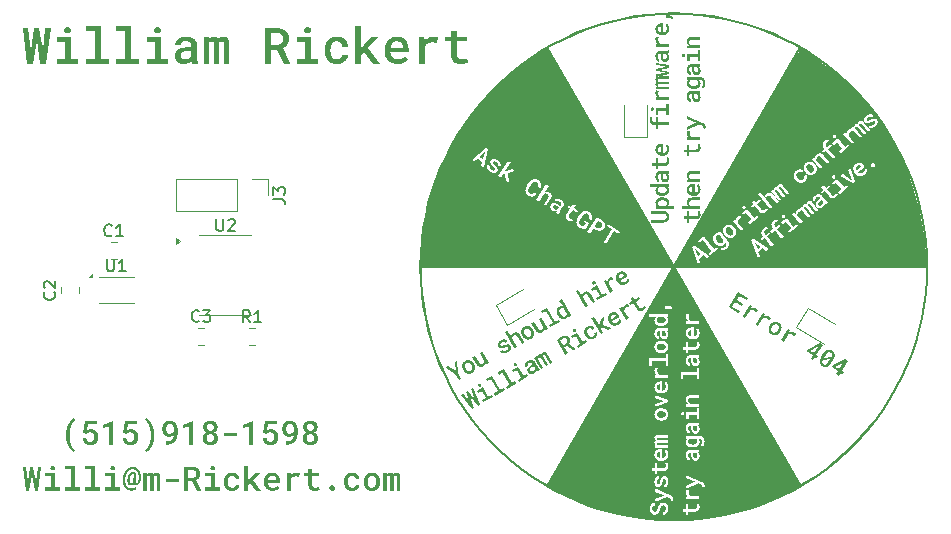
<source format=gbr>
%TF.GenerationSoftware,KiCad,Pcbnew,8.0.0*%
%TF.CreationDate,2024-03-06T10:25:17-06:00*%
%TF.ProjectId,NFCBuisnessV3,4e464342-7569-4736-9e65-737356332e6b,rev?*%
%TF.SameCoordinates,Original*%
%TF.FileFunction,Legend,Top*%
%TF.FilePolarity,Positive*%
%FSLAX46Y46*%
G04 Gerber Fmt 4.6, Leading zero omitted, Abs format (unit mm)*
G04 Created by KiCad (PCBNEW 8.0.0) date 2024-03-06 10:25:17*
%MOMM*%
%LPD*%
G01*
G04 APERTURE LIST*
%ADD10C,0.000000*%
%ADD11C,0.150000*%
%ADD12C,0.120000*%
G04 APERTURE END LIST*
D10*
G36*
X121925967Y-104767841D02*
G01*
X121593860Y-104767841D01*
X121593860Y-103167926D01*
X121081229Y-103355335D01*
X121081229Y-103065952D01*
X121905299Y-102761417D01*
X121925971Y-102761417D01*
X121925967Y-104767841D01*
G37*
G36*
X168217681Y-105891315D02*
G01*
X168201616Y-105888521D01*
X168186013Y-105885312D01*
X168170868Y-105881686D01*
X168156179Y-105877639D01*
X168141942Y-105873171D01*
X168128155Y-105868278D01*
X168114816Y-105862959D01*
X168101920Y-105857211D01*
X168095533Y-105854075D01*
X168089273Y-105850857D01*
X168083141Y-105847558D01*
X168077135Y-105844178D01*
X168071258Y-105840716D01*
X168065508Y-105837173D01*
X168059887Y-105833549D01*
X168054395Y-105829845D01*
X168049031Y-105826059D01*
X168043797Y-105822193D01*
X168038692Y-105818246D01*
X168033717Y-105814219D01*
X168028872Y-105810111D01*
X168024157Y-105805923D01*
X168019574Y-105801654D01*
X168015121Y-105797305D01*
X168010670Y-105792879D01*
X168006355Y-105788379D01*
X168002176Y-105783804D01*
X167998133Y-105779155D01*
X167994228Y-105774433D01*
X167990458Y-105769637D01*
X167986826Y-105764768D01*
X167983331Y-105759826D01*
X167979973Y-105754812D01*
X167976752Y-105749725D01*
X167973668Y-105744566D01*
X167970722Y-105739335D01*
X167967914Y-105734033D01*
X167965244Y-105728660D01*
X167962712Y-105723215D01*
X167960319Y-105717700D01*
X167958033Y-105712121D01*
X167955901Y-105706483D01*
X167953922Y-105700787D01*
X167952095Y-105695033D01*
X167950420Y-105689222D01*
X167948895Y-105683354D01*
X167947519Y-105677429D01*
X167946292Y-105671447D01*
X167945213Y-105665410D01*
X167944280Y-105659316D01*
X167943494Y-105653167D01*
X167942852Y-105646963D01*
X167942355Y-105640704D01*
X167942000Y-105634390D01*
X167941789Y-105628022D01*
X167941718Y-105621600D01*
X167941802Y-105613783D01*
X167942056Y-105606096D01*
X167942478Y-105598538D01*
X167943069Y-105591110D01*
X167943829Y-105583811D01*
X167944759Y-105576642D01*
X167945859Y-105569602D01*
X167947128Y-105562692D01*
X167948568Y-105555911D01*
X167950177Y-105549259D01*
X167951957Y-105542736D01*
X167953907Y-105536343D01*
X167956028Y-105530078D01*
X167958320Y-105523942D01*
X167960782Y-105517936D01*
X167963416Y-105512058D01*
X167966190Y-105506178D01*
X167969077Y-105500430D01*
X167972077Y-105494813D01*
X167975189Y-105489326D01*
X167978414Y-105483970D01*
X167981751Y-105478743D01*
X167985201Y-105473646D01*
X167988764Y-105468679D01*
X167992439Y-105463840D01*
X167996227Y-105459130D01*
X168000127Y-105454548D01*
X168004140Y-105450094D01*
X168008265Y-105445768D01*
X168012503Y-105441569D01*
X168016853Y-105437497D01*
X168021316Y-105433551D01*
X168025876Y-105429732D01*
X168030518Y-105426035D01*
X168035241Y-105422460D01*
X168040046Y-105419006D01*
X168044933Y-105415674D01*
X168049901Y-105412463D01*
X168054950Y-105409375D01*
X168060081Y-105406408D01*
X168065292Y-105403563D01*
X168070583Y-105400839D01*
X168075955Y-105398238D01*
X168081408Y-105395758D01*
X168086941Y-105393400D01*
X168092553Y-105391164D01*
X168098246Y-105389050D01*
X168104018Y-105387058D01*
X168115448Y-105383252D01*
X168127008Y-105379801D01*
X168138699Y-105376720D01*
X168150521Y-105374027D01*
X168162474Y-105371736D01*
X168174558Y-105369866D01*
X168186773Y-105368432D01*
X168199119Y-105367450D01*
X168217681Y-105367328D01*
X168217681Y-105891315D01*
G37*
G36*
X170488134Y-68204315D02*
G01*
X171581809Y-68287492D01*
X172659592Y-68424466D01*
X173720129Y-68613884D01*
X174762065Y-68854391D01*
X175784048Y-69144634D01*
X176784724Y-69483260D01*
X177762738Y-69868913D01*
X178716738Y-70300241D01*
X179645369Y-70775890D01*
X180547277Y-71294506D01*
X181421109Y-71854736D01*
X182265512Y-72455225D01*
X183079131Y-73094621D01*
X183860613Y-73771568D01*
X184608604Y-74484714D01*
X185321749Y-75232705D01*
X185998697Y-76014186D01*
X186638092Y-76827805D01*
X187238581Y-77672208D01*
X187798811Y-78546040D01*
X188317427Y-79447949D01*
X188793076Y-80376580D01*
X189224404Y-81330579D01*
X189610058Y-82308594D01*
X189948683Y-83309269D01*
X190238926Y-84331252D01*
X190479433Y-85373189D01*
X190668851Y-86433725D01*
X190805825Y-87511508D01*
X190889003Y-88605183D01*
X190917029Y-89713397D01*
X190889003Y-90821617D01*
X190805825Y-91915309D01*
X190668851Y-92993118D01*
X190479433Y-94053690D01*
X190238926Y-95095671D01*
X189948683Y-96117706D01*
X189610058Y-97118441D01*
X189224404Y-98096521D01*
X188793076Y-99050592D01*
X188317427Y-99979299D01*
X187798811Y-100881288D01*
X187238581Y-101755205D01*
X186638092Y-102599695D01*
X185998697Y-103413403D01*
X185321749Y-104194975D01*
X184608604Y-104943057D01*
X183860613Y-105656295D01*
X183079131Y-106333333D01*
X182265512Y-106972818D01*
X181421109Y-107573394D01*
X180547277Y-108133708D01*
X179645369Y-108652405D01*
X178716738Y-109128130D01*
X177762738Y-109559530D01*
X176784724Y-109945249D01*
X175784048Y-110283933D01*
X174762065Y-110574228D01*
X173720129Y-110814780D01*
X172659592Y-111004233D01*
X171581809Y-111141234D01*
X170488134Y-111224428D01*
X169379920Y-111252460D01*
X168271706Y-111224428D01*
X167178031Y-111141234D01*
X166100248Y-111004233D01*
X165039711Y-110814780D01*
X163997775Y-110574228D01*
X162975792Y-110283933D01*
X161975116Y-109945249D01*
X160997102Y-109559530D01*
X160043102Y-109128130D01*
X159114472Y-108652405D01*
X158212563Y-108133708D01*
X157338731Y-107573394D01*
X156494328Y-106972818D01*
X155680709Y-106333333D01*
X154899227Y-105656295D01*
X154151237Y-104943057D01*
X153438091Y-104194975D01*
X152761143Y-103413403D01*
X152121748Y-102599695D01*
X151521259Y-101755205D01*
X150961029Y-100881288D01*
X150442413Y-99979299D01*
X149966764Y-99050592D01*
X149535436Y-98096521D01*
X149149782Y-97118441D01*
X148811157Y-96117706D01*
X148520914Y-95095671D01*
X148280407Y-94053690D01*
X148090989Y-92993118D01*
X147954015Y-91915309D01*
X147870837Y-90821617D01*
X147842811Y-89713397D01*
X148042029Y-89713397D01*
X148069791Y-90811530D01*
X148152184Y-91895236D01*
X148287866Y-92963177D01*
X148475499Y-94014011D01*
X148713741Y-95046400D01*
X149001253Y-96059002D01*
X149336695Y-97050477D01*
X149718726Y-98019486D01*
X150146007Y-98964688D01*
X150617196Y-99884743D01*
X151130955Y-100778310D01*
X151685942Y-101644051D01*
X152280819Y-102480624D01*
X152914243Y-103286689D01*
X153584877Y-104060907D01*
X154291378Y-104801937D01*
X155032408Y-105508438D01*
X155806625Y-106179072D01*
X156612690Y-106812496D01*
X157449263Y-107407373D01*
X158315004Y-107962361D01*
X159208571Y-108476120D01*
X160128626Y-108947310D01*
X161073828Y-109374590D01*
X162042837Y-109756622D01*
X163034313Y-110092064D01*
X164046915Y-110379576D01*
X165079304Y-110617819D01*
X166130139Y-110805451D01*
X167198080Y-110941134D01*
X168281787Y-111023526D01*
X169379920Y-111051288D01*
X170478053Y-111023526D01*
X171561760Y-110941134D01*
X172629701Y-110805451D01*
X173680536Y-110617819D01*
X174712925Y-110379576D01*
X175725527Y-110092064D01*
X176717003Y-109756622D01*
X177686012Y-109374590D01*
X178631214Y-108947310D01*
X179551269Y-108476120D01*
X180444836Y-107962361D01*
X181310577Y-107407373D01*
X182147150Y-106812496D01*
X182953215Y-106179072D01*
X183727433Y-105508438D01*
X184468462Y-104801937D01*
X185174963Y-104060907D01*
X185845597Y-103286689D01*
X186479021Y-102480624D01*
X187073898Y-101644051D01*
X187628885Y-100778310D01*
X188142644Y-99884743D01*
X188613833Y-98964688D01*
X189041114Y-98019486D01*
X189423145Y-97050477D01*
X189758587Y-96059002D01*
X190046099Y-95046400D01*
X190284342Y-94014011D01*
X190471974Y-92963177D01*
X190607657Y-91895236D01*
X190690049Y-90811530D01*
X190717811Y-89713397D01*
X190690049Y-88615269D01*
X190607657Y-87531578D01*
X190471974Y-86463663D01*
X190284342Y-85412863D01*
X190046099Y-84380518D01*
X189758587Y-83367968D01*
X189423145Y-82376551D01*
X189041114Y-81407608D01*
X188613833Y-80462477D01*
X188142644Y-79542498D01*
X187628885Y-78649011D01*
X187073898Y-77783355D01*
X186479021Y-76946869D01*
X185845597Y-76140894D01*
X185174963Y-75366767D01*
X184468462Y-74625829D01*
X183727433Y-73919419D01*
X182953215Y-73248877D01*
X182147150Y-72615542D01*
X181310577Y-72020753D01*
X180444836Y-71465850D01*
X179551269Y-70952172D01*
X178631214Y-70481059D01*
X177686012Y-70053850D01*
X176717003Y-69671885D01*
X175725527Y-69336503D01*
X174712925Y-69049043D01*
X173680536Y-68810845D01*
X172629701Y-68623248D01*
X171561760Y-68487592D01*
X170478053Y-68405216D01*
X169379920Y-68377460D01*
X168281787Y-68405216D01*
X167198080Y-68487592D01*
X166130139Y-68623248D01*
X165079304Y-68810845D01*
X164046915Y-69049043D01*
X163034313Y-69336503D01*
X162042837Y-69671885D01*
X161073828Y-70053850D01*
X160128626Y-70481059D01*
X159208571Y-70952172D01*
X158315004Y-71465850D01*
X157449263Y-72020753D01*
X156612690Y-72615542D01*
X155806625Y-73248877D01*
X155032408Y-73919419D01*
X154291378Y-74625829D01*
X153584877Y-75366767D01*
X152914243Y-76140894D01*
X152280819Y-76946869D01*
X151685942Y-77783355D01*
X151130955Y-78649011D01*
X150617196Y-79542498D01*
X150146007Y-80462477D01*
X149718726Y-81407608D01*
X149336695Y-82376551D01*
X149001253Y-83367968D01*
X148713741Y-84380518D01*
X148475499Y-85412863D01*
X148287866Y-86463663D01*
X148152184Y-87531578D01*
X148069791Y-88615269D01*
X148042029Y-89713397D01*
X147842811Y-89713397D01*
X147870837Y-88605183D01*
X147954015Y-87511508D01*
X148090989Y-86433725D01*
X148280407Y-85373189D01*
X148520914Y-84331252D01*
X148811157Y-83309269D01*
X149149782Y-82308594D01*
X149535436Y-81330579D01*
X149966764Y-80376580D01*
X150442413Y-79447949D01*
X150961029Y-78546040D01*
X151521259Y-77672208D01*
X152121748Y-76827805D01*
X152761143Y-76014186D01*
X153438091Y-75232705D01*
X154151237Y-74484714D01*
X154899227Y-73771568D01*
X155680709Y-73094621D01*
X156494328Y-72455225D01*
X157338731Y-71854736D01*
X158212563Y-71294506D01*
X159114472Y-70775890D01*
X160043102Y-70300241D01*
X160997102Y-69868913D01*
X161975116Y-69483260D01*
X162975792Y-69144634D01*
X163997775Y-68854391D01*
X165039711Y-68613884D01*
X166100248Y-68424466D01*
X167178031Y-68287492D01*
X168271706Y-68204315D01*
X169379920Y-68176288D01*
X170488134Y-68204315D01*
G37*
G36*
X132018241Y-107129295D02*
G01*
X132051034Y-107131231D01*
X132083181Y-107134457D01*
X132114682Y-107138975D01*
X132130191Y-107141717D01*
X132145537Y-107144783D01*
X132160723Y-107148171D01*
X132175747Y-107151882D01*
X132190609Y-107155916D01*
X132205311Y-107160273D01*
X132219851Y-107164953D01*
X132234229Y-107169956D01*
X132248570Y-107175249D01*
X132262652Y-107180801D01*
X132276475Y-107186612D01*
X132290041Y-107192681D01*
X132303347Y-107199009D01*
X132316396Y-107205596D01*
X132329186Y-107212442D01*
X132341718Y-107219547D01*
X132353991Y-107226910D01*
X132366006Y-107234533D01*
X132377763Y-107242414D01*
X132389261Y-107250555D01*
X132400501Y-107258955D01*
X132411482Y-107267613D01*
X132422205Y-107276531D01*
X132432670Y-107285709D01*
X132443026Y-107295123D01*
X132453081Y-107304763D01*
X132462835Y-107314630D01*
X132472288Y-107324722D01*
X132481439Y-107335040D01*
X132490288Y-107345585D01*
X132498837Y-107356356D01*
X132507084Y-107367353D01*
X132515030Y-107378576D01*
X132522674Y-107390025D01*
X132530017Y-107401701D01*
X132537058Y-107413603D01*
X132543798Y-107425731D01*
X132550237Y-107438086D01*
X132556374Y-107450666D01*
X132562209Y-107463474D01*
X132567877Y-107476467D01*
X132573169Y-107489611D01*
X132578083Y-107502905D01*
X132582621Y-107516351D01*
X132586782Y-107529948D01*
X132590566Y-107543695D01*
X132593973Y-107557594D01*
X132597004Y-107571643D01*
X132599658Y-107585844D01*
X132601934Y-107600195D01*
X132603834Y-107614697D01*
X132605357Y-107629350D01*
X132606503Y-107644154D01*
X132607273Y-107659109D01*
X132607665Y-107674215D01*
X132607680Y-107689472D01*
X132296248Y-107689472D01*
X132296327Y-107681925D01*
X132296212Y-107674431D01*
X132295902Y-107666991D01*
X132295398Y-107659603D01*
X132294699Y-107652268D01*
X132293806Y-107644986D01*
X132292719Y-107637758D01*
X132291438Y-107630582D01*
X132289963Y-107623460D01*
X132288293Y-107616390D01*
X132286429Y-107609374D01*
X132284372Y-107602411D01*
X132282120Y-107595502D01*
X132279674Y-107588645D01*
X132277034Y-107581842D01*
X132274200Y-107575092D01*
X132271362Y-107568433D01*
X132268363Y-107561882D01*
X132265203Y-107555437D01*
X132261881Y-107549099D01*
X132258398Y-107542869D01*
X132254754Y-107536745D01*
X132250947Y-107530728D01*
X132246980Y-107524818D01*
X132242851Y-107519015D01*
X132238560Y-107513319D01*
X132234108Y-107507729D01*
X132229495Y-107502247D01*
X132224720Y-107496872D01*
X132219783Y-107491603D01*
X132214685Y-107486442D01*
X132209426Y-107481387D01*
X132204027Y-107476454D01*
X132198509Y-107471650D01*
X132192873Y-107466975D01*
X132187119Y-107462430D01*
X132181246Y-107458015D01*
X132175255Y-107453729D01*
X132169145Y-107449572D01*
X132162917Y-107445545D01*
X132156571Y-107441647D01*
X132150106Y-107437878D01*
X132143523Y-107434240D01*
X132136822Y-107430730D01*
X132130002Y-107427350D01*
X132123064Y-107424100D01*
X132116007Y-107420979D01*
X132108832Y-107417987D01*
X132101555Y-107415152D01*
X132094192Y-107412500D01*
X132086742Y-107410031D01*
X132079207Y-107407745D01*
X132071585Y-107405641D01*
X132063876Y-107403721D01*
X132056082Y-107401984D01*
X132048202Y-107400430D01*
X132040235Y-107399059D01*
X132032182Y-107397870D01*
X132024043Y-107396865D01*
X132015818Y-107396042D01*
X132007506Y-107395403D01*
X131999109Y-107394946D01*
X131990625Y-107394672D01*
X131982055Y-107394580D01*
X131969270Y-107394747D01*
X131956755Y-107395248D01*
X131944509Y-107396082D01*
X131932532Y-107397249D01*
X131920824Y-107398751D01*
X131909385Y-107400585D01*
X131898215Y-107402754D01*
X131887315Y-107405256D01*
X131876683Y-107408091D01*
X131866321Y-107411260D01*
X131856228Y-107414762D01*
X131846404Y-107418598D01*
X131836849Y-107422767D01*
X131827563Y-107427269D01*
X131818546Y-107432105D01*
X131809798Y-107437274D01*
X131801293Y-107442546D01*
X131793003Y-107448034D01*
X131784928Y-107453737D01*
X131777069Y-107459656D01*
X131769426Y-107465791D01*
X131761997Y-107472142D01*
X131754784Y-107478708D01*
X131747787Y-107485490D01*
X131741004Y-107492488D01*
X131734437Y-107499702D01*
X131728085Y-107507132D01*
X131721948Y-107514777D01*
X131716027Y-107522639D01*
X131710321Y-107530716D01*
X131704830Y-107539010D01*
X131699554Y-107547519D01*
X131694477Y-107556032D01*
X131689583Y-107564696D01*
X131684873Y-107573511D01*
X131680346Y-107582478D01*
X131676002Y-107591595D01*
X131671841Y-107600864D01*
X131667864Y-107610284D01*
X131664069Y-107619855D01*
X131660458Y-107629577D01*
X131657030Y-107639451D01*
X131653784Y-107649475D01*
X131650722Y-107659650D01*
X131647843Y-107669977D01*
X131645147Y-107680454D01*
X131642634Y-107691082D01*
X131640304Y-107701862D01*
X131636428Y-107723608D01*
X131633068Y-107745441D01*
X131630225Y-107767360D01*
X131627899Y-107789365D01*
X131626090Y-107811457D01*
X131624797Y-107833635D01*
X131624022Y-107855901D01*
X131623763Y-107878253D01*
X131623763Y-107927860D01*
X131624022Y-107950520D01*
X131624797Y-107973055D01*
X131626090Y-107995465D01*
X131627899Y-108017749D01*
X131630225Y-108039908D01*
X131633068Y-108061940D01*
X131636428Y-108083846D01*
X131640304Y-108105625D01*
X131645147Y-108127048D01*
X131650722Y-108147911D01*
X131657030Y-108168214D01*
X131664069Y-108187957D01*
X131667864Y-108197619D01*
X131671841Y-108207141D01*
X131676002Y-108216523D01*
X131680346Y-108225766D01*
X131684873Y-108234869D01*
X131689583Y-108243832D01*
X131694477Y-108252656D01*
X131699554Y-108261340D01*
X131704830Y-108269681D01*
X131710321Y-108277829D01*
X131716027Y-108285783D01*
X131721948Y-108293544D01*
X131728085Y-108301111D01*
X131734437Y-108308486D01*
X131741004Y-108315667D01*
X131747787Y-108322654D01*
X131754784Y-108329448D01*
X131761997Y-108336049D01*
X131769426Y-108342456D01*
X131777069Y-108348669D01*
X131784928Y-108354689D01*
X131793003Y-108360515D01*
X131801293Y-108366147D01*
X131809798Y-108371585D01*
X131818551Y-108376588D01*
X131827584Y-108381268D01*
X131836897Y-108385625D01*
X131846489Y-108389659D01*
X131856362Y-108393370D01*
X131866514Y-108396758D01*
X131876946Y-108399824D01*
X131887658Y-108402566D01*
X131898650Y-108404986D01*
X131909922Y-108407084D01*
X131921473Y-108408858D01*
X131933304Y-108410310D01*
X131945416Y-108411439D01*
X131957807Y-108412246D01*
X131970477Y-108412729D01*
X131983428Y-108412891D01*
X131983413Y-108413059D01*
X131998506Y-108412757D01*
X132013471Y-108411852D01*
X132028306Y-108410343D01*
X132043013Y-108408231D01*
X132057590Y-108405516D01*
X132072038Y-108402199D01*
X132086357Y-108398279D01*
X132100547Y-108393756D01*
X132107727Y-108391285D01*
X132114800Y-108388694D01*
X132121765Y-108385985D01*
X132128623Y-108383157D01*
X132135374Y-108380209D01*
X132142016Y-108377143D01*
X132148551Y-108373958D01*
X132154979Y-108370654D01*
X132161299Y-108367232D01*
X132167511Y-108363691D01*
X132173615Y-108360031D01*
X132179612Y-108356253D01*
X132185501Y-108352356D01*
X132191282Y-108348340D01*
X132196956Y-108344206D01*
X132202521Y-108339954D01*
X132207958Y-108335605D01*
X132213244Y-108331158D01*
X132218379Y-108326614D01*
X132223364Y-108321972D01*
X132228198Y-108317233D01*
X132232881Y-108312396D01*
X132237414Y-108307461D01*
X132241796Y-108302429D01*
X132246027Y-108297299D01*
X132250107Y-108292071D01*
X132254037Y-108286746D01*
X132257816Y-108281323D01*
X132261444Y-108275802D01*
X132264921Y-108270184D01*
X132268247Y-108264468D01*
X132271422Y-108258655D01*
X132274586Y-108252761D01*
X132277535Y-108246802D01*
X132280269Y-108240780D01*
X132282788Y-108234694D01*
X132285091Y-108228544D01*
X132287180Y-108222330D01*
X132289053Y-108216052D01*
X132290711Y-108209710D01*
X132292155Y-108203305D01*
X132293383Y-108196836D01*
X132294395Y-108190302D01*
X132295193Y-108183705D01*
X132295776Y-108177045D01*
X132296143Y-108170320D01*
X132296296Y-108163532D01*
X132296233Y-108156680D01*
X132607673Y-108156680D01*
X132607644Y-108170067D01*
X132607205Y-108183357D01*
X132606357Y-108196551D01*
X132605099Y-108209647D01*
X132603432Y-108222646D01*
X132601355Y-108235549D01*
X132598869Y-108248355D01*
X132595973Y-108261064D01*
X132592668Y-108273676D01*
X132588953Y-108286192D01*
X132584829Y-108298611D01*
X132580295Y-108310933D01*
X132575352Y-108323159D01*
X132569999Y-108335288D01*
X132564238Y-108347320D01*
X132558066Y-108359256D01*
X132551720Y-108370878D01*
X132545083Y-108382316D01*
X132538155Y-108393571D01*
X132530937Y-108404644D01*
X132523427Y-108415533D01*
X132515628Y-108426239D01*
X132507537Y-108436763D01*
X132499156Y-108447103D01*
X132490484Y-108457260D01*
X132481521Y-108467235D01*
X132472268Y-108477027D01*
X132462724Y-108486635D01*
X132452888Y-108496061D01*
X132442762Y-108505304D01*
X132432345Y-108514365D01*
X132421638Y-108523242D01*
X132410850Y-108531916D01*
X132399847Y-108540363D01*
X132388628Y-108548584D01*
X132377194Y-108556579D01*
X132365545Y-108564347D01*
X132353681Y-108571890D01*
X132341602Y-108579206D01*
X132329307Y-108586295D01*
X132316796Y-108593159D01*
X132304071Y-108599796D01*
X132291130Y-108606206D01*
X132277974Y-108612390D01*
X132264603Y-108618348D01*
X132251016Y-108624079D01*
X132237214Y-108629583D01*
X132223197Y-108634860D01*
X132209029Y-108639863D01*
X132194775Y-108644543D01*
X132180435Y-108648900D01*
X132166008Y-108652934D01*
X132151496Y-108656645D01*
X132136897Y-108660033D01*
X132122212Y-108663099D01*
X132107441Y-108665841D01*
X132092584Y-108668261D01*
X132077641Y-108670359D01*
X132062612Y-108672133D01*
X132047496Y-108673585D01*
X132032295Y-108674714D01*
X132017008Y-108675521D01*
X132001634Y-108676005D01*
X131986175Y-108676166D01*
X131964809Y-108675934D01*
X131943778Y-108675240D01*
X131923081Y-108674082D01*
X131902717Y-108672461D01*
X131882687Y-108670376D01*
X131862991Y-108667829D01*
X131843629Y-108664818D01*
X131824600Y-108661344D01*
X131805905Y-108657407D01*
X131787544Y-108653006D01*
X131769517Y-108648142D01*
X131751824Y-108642814D01*
X131734464Y-108637023D01*
X131717438Y-108630769D01*
X131700745Y-108624051D01*
X131684386Y-108616870D01*
X131668361Y-108609291D01*
X131652670Y-108601379D01*
X131637312Y-108593133D01*
X131622288Y-108584555D01*
X131607598Y-108575644D01*
X131593241Y-108566400D01*
X131579218Y-108556823D01*
X131565529Y-108546913D01*
X131552174Y-108536670D01*
X131539152Y-108526094D01*
X131526464Y-108515185D01*
X131514110Y-108503943D01*
X131502090Y-108492368D01*
X131490403Y-108480460D01*
X131479051Y-108468220D01*
X131468032Y-108455646D01*
X131457346Y-108442604D01*
X131446993Y-108429315D01*
X131436975Y-108415778D01*
X131427291Y-108401993D01*
X131417940Y-108387960D01*
X131408924Y-108373680D01*
X131400241Y-108359151D01*
X131391892Y-108344375D01*
X131383878Y-108329351D01*
X131376197Y-108314079D01*
X131368849Y-108298559D01*
X131361836Y-108282791D01*
X131355156Y-108266776D01*
X131348810Y-108250513D01*
X131342798Y-108234002D01*
X131337119Y-108217243D01*
X131327107Y-108182876D01*
X131318429Y-108147994D01*
X131311087Y-108112596D01*
X131305080Y-108076682D01*
X131300409Y-108040252D01*
X131297072Y-108003305D01*
X131295070Y-107965841D01*
X131294402Y-107927860D01*
X131294402Y-107878253D01*
X131295070Y-107840272D01*
X131297072Y-107802808D01*
X131300409Y-107765861D01*
X131305080Y-107729431D01*
X131311087Y-107693517D01*
X131318429Y-107658119D01*
X131327107Y-107623237D01*
X131337119Y-107588870D01*
X131342798Y-107571950D01*
X131348810Y-107555300D01*
X131355157Y-107538919D01*
X131361837Y-107522807D01*
X131368851Y-107506964D01*
X131376199Y-107491390D01*
X131383880Y-107476086D01*
X131391895Y-107461051D01*
X131400244Y-107446286D01*
X131408927Y-107431790D01*
X131417944Y-107417563D01*
X131427294Y-107403605D01*
X131436978Y-107389916D01*
X131446996Y-107376497D01*
X131457347Y-107363348D01*
X131468032Y-107350467D01*
X131479052Y-107337888D01*
X131490406Y-107325643D01*
X131502093Y-107313731D01*
X131514113Y-107302153D01*
X131526467Y-107290909D01*
X131539155Y-107279998D01*
X131552177Y-107269421D01*
X131565532Y-107259178D01*
X131579221Y-107249268D01*
X131593243Y-107239692D01*
X131607599Y-107230450D01*
X131622289Y-107221541D01*
X131637313Y-107212966D01*
X131652670Y-107204724D01*
X131668361Y-107196817D01*
X131684386Y-107189243D01*
X131700740Y-107181906D01*
X131717416Y-107175043D01*
X131734416Y-107168653D01*
X131751739Y-107162736D01*
X131769385Y-107157292D01*
X131787353Y-107152321D01*
X131805645Y-107147824D01*
X131824260Y-107143800D01*
X131843197Y-107140250D01*
X131862458Y-107137172D01*
X131882041Y-107134568D01*
X131901948Y-107132438D01*
X131922177Y-107130781D01*
X131942729Y-107129597D01*
X131963604Y-107128887D01*
X131984801Y-107128650D01*
X132018241Y-107129295D01*
G37*
G36*
X160192855Y-95528563D02*
G01*
X160204434Y-95528900D01*
X160215944Y-95529538D01*
X160227385Y-95530476D01*
X160238757Y-95531714D01*
X160250060Y-95533252D01*
X160261215Y-95535000D01*
X160272266Y-95537068D01*
X160283214Y-95539456D01*
X160294058Y-95542165D01*
X160304799Y-95545193D01*
X160315436Y-95548542D01*
X160325970Y-95552212D01*
X160336400Y-95556201D01*
X160346727Y-95560511D01*
X160356950Y-95565142D01*
X160367069Y-95570093D01*
X160377085Y-95575365D01*
X160386998Y-95580957D01*
X160396807Y-95586870D01*
X160406512Y-95593104D01*
X160416114Y-95599658D01*
X160425586Y-95606545D01*
X160434906Y-95613782D01*
X160444073Y-95621370D01*
X160453088Y-95629307D01*
X160461950Y-95637594D01*
X160470660Y-95646231D01*
X160479217Y-95655219D01*
X160487621Y-95664556D01*
X160495873Y-95674243D01*
X160503972Y-95684280D01*
X160511919Y-95694667D01*
X160519713Y-95705404D01*
X160527354Y-95716491D01*
X160534842Y-95727927D01*
X160542178Y-95739713D01*
X160549361Y-95751850D01*
X160558540Y-95768404D01*
X160566948Y-95784914D01*
X160574585Y-95801380D01*
X160581451Y-95817802D01*
X160584594Y-95825996D01*
X160587545Y-95834179D01*
X160590303Y-95842351D01*
X160592869Y-95850512D01*
X160595242Y-95858662D01*
X160597421Y-95866800D01*
X160599409Y-95874928D01*
X160601203Y-95883045D01*
X160604397Y-95898899D01*
X160606965Y-95914705D01*
X160608906Y-95930462D01*
X160610220Y-95946170D01*
X160610907Y-95961830D01*
X160610967Y-95977441D01*
X160610400Y-95993004D01*
X160609206Y-96008518D01*
X160607392Y-96023942D01*
X160604998Y-96039259D01*
X160602025Y-96054469D01*
X160598474Y-96069572D01*
X160594343Y-96084567D01*
X160589635Y-96099455D01*
X160584348Y-96114236D01*
X160578483Y-96128909D01*
X160572074Y-96143435D01*
X160565206Y-96157817D01*
X160557880Y-96172056D01*
X160550095Y-96186151D01*
X160541851Y-96200102D01*
X160533148Y-96213910D01*
X160523986Y-96227573D01*
X160514365Y-96241092D01*
X161106307Y-96629718D01*
X161112510Y-96640415D01*
X160883353Y-96772708D01*
X160341903Y-96407565D01*
X160123511Y-96533649D01*
X160417029Y-97042056D01*
X160202216Y-97166080D01*
X159478067Y-95911823D01*
X159764976Y-95911823D01*
X160023253Y-96359958D01*
X160221061Y-96245761D01*
X160227702Y-96241845D01*
X160234205Y-96237851D01*
X160240570Y-96233777D01*
X160246796Y-96229625D01*
X160252883Y-96225394D01*
X160258833Y-96221085D01*
X160264644Y-96216697D01*
X160270316Y-96212230D01*
X160275850Y-96207685D01*
X160281246Y-96203060D01*
X160286503Y-96198358D01*
X160291622Y-96193576D01*
X160296603Y-96188716D01*
X160301445Y-96183777D01*
X160306149Y-96178760D01*
X160310714Y-96173663D01*
X160315133Y-96168505D01*
X160319398Y-96163306D01*
X160323508Y-96158066D01*
X160327465Y-96152786D01*
X160331267Y-96147466D01*
X160334915Y-96142105D01*
X160338409Y-96136703D01*
X160341748Y-96131261D01*
X160344933Y-96125779D01*
X160347964Y-96120255D01*
X160350841Y-96114691D01*
X160353563Y-96109087D01*
X160356130Y-96103441D01*
X160358543Y-96097755D01*
X160360802Y-96092029D01*
X160362906Y-96086261D01*
X160364888Y-96080274D01*
X160366699Y-96074265D01*
X160368339Y-96068234D01*
X160369808Y-96062182D01*
X160371106Y-96056109D01*
X160372233Y-96050013D01*
X160373189Y-96043896D01*
X160373975Y-96037757D01*
X160374590Y-96031597D01*
X160375034Y-96025414D01*
X160375307Y-96019210D01*
X160375410Y-96012983D01*
X160375342Y-96006735D01*
X160375103Y-96000464D01*
X160374694Y-95994172D01*
X160374114Y-95987857D01*
X160373292Y-95981415D01*
X160372277Y-95974962D01*
X160371069Y-95968499D01*
X160369668Y-95962025D01*
X160368074Y-95955541D01*
X160366286Y-95949047D01*
X160364305Y-95942542D01*
X160362131Y-95936027D01*
X160359764Y-95929501D01*
X160357204Y-95922966D01*
X160354450Y-95916419D01*
X160351503Y-95909863D01*
X160348363Y-95903296D01*
X160345030Y-95896719D01*
X160341503Y-95890131D01*
X160337783Y-95883533D01*
X160333807Y-95876796D01*
X160329754Y-95870233D01*
X160325625Y-95863845D01*
X160321420Y-95857630D01*
X160317139Y-95851589D01*
X160312782Y-95845722D01*
X160308348Y-95840029D01*
X160303838Y-95834510D01*
X160299251Y-95829166D01*
X160294588Y-95823995D01*
X160289849Y-95818999D01*
X160285034Y-95814177D01*
X160280141Y-95809530D01*
X160275173Y-95805057D01*
X160270128Y-95800758D01*
X160265006Y-95796634D01*
X160259819Y-95792684D01*
X160254573Y-95788909D01*
X160249269Y-95785307D01*
X160243906Y-95781880D01*
X160238486Y-95778627D01*
X160233007Y-95775548D01*
X160227470Y-95772643D01*
X160221874Y-95769912D01*
X160216221Y-95767356D01*
X160210509Y-95764973D01*
X160204739Y-95762765D01*
X160198911Y-95760731D01*
X160193025Y-95758871D01*
X160187081Y-95757186D01*
X160181078Y-95755674D01*
X160175017Y-95754337D01*
X160169007Y-95753099D01*
X160162950Y-95752034D01*
X160156846Y-95751143D01*
X160150695Y-95750426D01*
X160144497Y-95749882D01*
X160138252Y-95749511D01*
X160131960Y-95749314D01*
X160125621Y-95749290D01*
X160119235Y-95749440D01*
X160112803Y-95749763D01*
X160106324Y-95750259D01*
X160099798Y-95750929D01*
X160093225Y-95751773D01*
X160086605Y-95752790D01*
X160079939Y-95753980D01*
X160073226Y-95755344D01*
X160066411Y-95756812D01*
X160059578Y-95758441D01*
X160052724Y-95760231D01*
X160045852Y-95762182D01*
X160038960Y-95764293D01*
X160032049Y-95766566D01*
X160018169Y-95771594D01*
X160004213Y-95777266D01*
X159990179Y-95783582D01*
X159976069Y-95790542D01*
X159961883Y-95798145D01*
X159764976Y-95911823D01*
X159478067Y-95911823D01*
X159449805Y-95862872D01*
X159861533Y-95625156D01*
X159886688Y-95611426D01*
X159911777Y-95598745D01*
X159936800Y-95587112D01*
X159961756Y-95576526D01*
X159986646Y-95566987D01*
X160011470Y-95558495D01*
X160036228Y-95551050D01*
X160060920Y-95544650D01*
X160073259Y-95541688D01*
X160085530Y-95539025D01*
X160097731Y-95536662D01*
X160109863Y-95534600D01*
X160121926Y-95532837D01*
X160133921Y-95531375D01*
X160145846Y-95530212D01*
X160157702Y-95529350D01*
X160169488Y-95528787D01*
X160181206Y-95528525D01*
X160192855Y-95528563D01*
G37*
G36*
X138393550Y-69413335D02*
G01*
X138409876Y-69414231D01*
X138425718Y-69415725D01*
X138441076Y-69417817D01*
X138455949Y-69420506D01*
X138470338Y-69423793D01*
X138484242Y-69427677D01*
X138497662Y-69432160D01*
X138510597Y-69437240D01*
X138523048Y-69442917D01*
X138535014Y-69449193D01*
X138546496Y-69456066D01*
X138557493Y-69463537D01*
X138568005Y-69471605D01*
X138578033Y-69480272D01*
X138587577Y-69489536D01*
X138596838Y-69498997D01*
X138605502Y-69508782D01*
X138613568Y-69518890D01*
X138621037Y-69529321D01*
X138627908Y-69540075D01*
X138634181Y-69551153D01*
X138639857Y-69562554D01*
X138644936Y-69574278D01*
X138649417Y-69586326D01*
X138653300Y-69598696D01*
X138656586Y-69611390D01*
X138659275Y-69624407D01*
X138661366Y-69637747D01*
X138662859Y-69651410D01*
X138663755Y-69665396D01*
X138664054Y-69679706D01*
X138663755Y-69694022D01*
X138662859Y-69708031D01*
X138661366Y-69721733D01*
X138659275Y-69735128D01*
X138656586Y-69748217D01*
X138653300Y-69760998D01*
X138649417Y-69773473D01*
X138644936Y-69785640D01*
X138639857Y-69797501D01*
X138634181Y-69809055D01*
X138627908Y-69820302D01*
X138621037Y-69831242D01*
X138613568Y-69841876D01*
X138605502Y-69852203D01*
X138596838Y-69862223D01*
X138587577Y-69871936D01*
X138578033Y-69880945D01*
X138568005Y-69889373D01*
X138557493Y-69897220D01*
X138546496Y-69904486D01*
X138535014Y-69911170D01*
X138523048Y-69917274D01*
X138510597Y-69922796D01*
X138497662Y-69927737D01*
X138484242Y-69932096D01*
X138470338Y-69935875D01*
X138455949Y-69939072D01*
X138441076Y-69941688D01*
X138425718Y-69943722D01*
X138409876Y-69945175D01*
X138393550Y-69946047D01*
X138376739Y-69946338D01*
X138360177Y-69946047D01*
X138344084Y-69945175D01*
X138328460Y-69943722D01*
X138313304Y-69941688D01*
X138298616Y-69939072D01*
X138284397Y-69935875D01*
X138270647Y-69932096D01*
X138257364Y-69927737D01*
X138244550Y-69922796D01*
X138232205Y-69917274D01*
X138220328Y-69911170D01*
X138208919Y-69904486D01*
X138197979Y-69897220D01*
X138187507Y-69889373D01*
X138177503Y-69880945D01*
X138167968Y-69871936D01*
X138158957Y-69862220D01*
X138150528Y-69852198D01*
X138142680Y-69841869D01*
X138135414Y-69831234D01*
X138128728Y-69820292D01*
X138122625Y-69809044D01*
X138117102Y-69797490D01*
X138112161Y-69785629D01*
X138107801Y-69773461D01*
X138104022Y-69760987D01*
X138100825Y-69748207D01*
X138098209Y-69735120D01*
X138096174Y-69721726D01*
X138094721Y-69708026D01*
X138093849Y-69694019D01*
X138093558Y-69679706D01*
X138093849Y-69665398D01*
X138094721Y-69651413D01*
X138096174Y-69637750D01*
X138098209Y-69624411D01*
X138100825Y-69611395D01*
X138104022Y-69598702D01*
X138107801Y-69586331D01*
X138112161Y-69574284D01*
X138117102Y-69562560D01*
X138122625Y-69551158D01*
X138128728Y-69540080D01*
X138135414Y-69529325D01*
X138142680Y-69518893D01*
X138150528Y-69508784D01*
X138158957Y-69498998D01*
X138167968Y-69489536D01*
X138177503Y-69480272D01*
X138187507Y-69471605D01*
X138197979Y-69463537D01*
X138208919Y-69456066D01*
X138220328Y-69449193D01*
X138232205Y-69442917D01*
X138244550Y-69437240D01*
X138257364Y-69432160D01*
X138270647Y-69427677D01*
X138284397Y-69423793D01*
X138298616Y-69420506D01*
X138313304Y-69417817D01*
X138328460Y-69415725D01*
X138344084Y-69414231D01*
X138360177Y-69413335D01*
X138376739Y-69413036D01*
X138393550Y-69413335D01*
G37*
G36*
X149030364Y-70217128D02*
G01*
X149060332Y-70217378D01*
X149090303Y-70218129D01*
X149120276Y-70219378D01*
X149150252Y-70221126D01*
X149179832Y-70223399D01*
X149194333Y-70224742D01*
X149208640Y-70226223D01*
X149222754Y-70227842D01*
X149236675Y-70229599D01*
X149250403Y-70231492D01*
X149263938Y-70233524D01*
X149291198Y-70237686D01*
X149317165Y-70242175D01*
X149341841Y-70246987D01*
X149353695Y-70249515D01*
X149365226Y-70252124D01*
X149376369Y-70254198D01*
X149387060Y-70256418D01*
X149397298Y-70258786D01*
X149407084Y-70261300D01*
X149416417Y-70263962D01*
X149425298Y-70266769D01*
X149433726Y-70269723D01*
X149441703Y-70272823D01*
X149371421Y-70758586D01*
X149314672Y-70746471D01*
X149258119Y-70735970D01*
X149201759Y-70727085D01*
X149145594Y-70719815D01*
X149089623Y-70714160D01*
X149033846Y-70710121D01*
X148978263Y-70707697D01*
X148922874Y-70706889D01*
X148892239Y-70707293D01*
X148862347Y-70708504D01*
X148833198Y-70710523D01*
X148804792Y-70713348D01*
X148777129Y-70716982D01*
X148750209Y-70721422D01*
X148724031Y-70726670D01*
X148698597Y-70732725D01*
X148673906Y-70739588D01*
X148649957Y-70747259D01*
X148626751Y-70755736D01*
X148604288Y-70765022D01*
X148582568Y-70775114D01*
X148561591Y-70786014D01*
X148541357Y-70797722D01*
X148521865Y-70810237D01*
X148503310Y-70823471D01*
X148485369Y-70837335D01*
X148468042Y-70851828D01*
X148451328Y-70866951D01*
X148435228Y-70882705D01*
X148419741Y-70899087D01*
X148404868Y-70916100D01*
X148390608Y-70933743D01*
X148376962Y-70952015D01*
X148363929Y-70970918D01*
X148351511Y-70990450D01*
X148339705Y-71010612D01*
X148328514Y-71031404D01*
X148317936Y-71052826D01*
X148307972Y-71074878D01*
X148298621Y-71097560D01*
X148298621Y-72494892D01*
X147804595Y-72494892D01*
X147804595Y-70258380D01*
X148267615Y-70258380D01*
X148290359Y-70607707D01*
X148307605Y-70585276D01*
X148325240Y-70563459D01*
X148343262Y-70542256D01*
X148361671Y-70521666D01*
X148380468Y-70501690D01*
X148399653Y-70482328D01*
X148419225Y-70463580D01*
X148439184Y-70445445D01*
X148459531Y-70427924D01*
X148480266Y-70411017D01*
X148501389Y-70394724D01*
X148522899Y-70379044D01*
X148544796Y-70363977D01*
X148567081Y-70349525D01*
X148589754Y-70335685D01*
X148612815Y-70322460D01*
X148636490Y-70309694D01*
X148660487Y-70297751D01*
X148684808Y-70286632D01*
X148709452Y-70276337D01*
X148734418Y-70266865D01*
X148759708Y-70258217D01*
X148785320Y-70250393D01*
X148811255Y-70243392D01*
X148837514Y-70237215D01*
X148864095Y-70231862D01*
X148890999Y-70227332D01*
X148918226Y-70223626D01*
X148945776Y-70220743D01*
X148973649Y-70218684D01*
X149001845Y-70217448D01*
X149030364Y-70217037D01*
X149030364Y-70217128D01*
G37*
G36*
X138766135Y-107156268D02*
G01*
X139329757Y-107156268D01*
X139329757Y-107401569D01*
X138766135Y-107401569D01*
X138766135Y-108116763D01*
X138766437Y-108137338D01*
X138767341Y-108157004D01*
X138768848Y-108175762D01*
X138770958Y-108193612D01*
X138773670Y-108210555D01*
X138776985Y-108226590D01*
X138780903Y-108241718D01*
X138783087Y-108248942D01*
X138785422Y-108255939D01*
X138788065Y-108262740D01*
X138790826Y-108269369D01*
X138793706Y-108275826D01*
X138796705Y-108282111D01*
X138799822Y-108288225D01*
X138803057Y-108294167D01*
X138806411Y-108299937D01*
X138809883Y-108305536D01*
X138813474Y-108310962D01*
X138817183Y-108316217D01*
X138821011Y-108321300D01*
X138824957Y-108326211D01*
X138829022Y-108330950D01*
X138833205Y-108335517D01*
X138837506Y-108339912D01*
X138841926Y-108344135D01*
X138846453Y-108348196D01*
X138851077Y-108352108D01*
X138855798Y-108355868D01*
X138860616Y-108359478D01*
X138865530Y-108362937D01*
X138870541Y-108366246D01*
X138875650Y-108369404D01*
X138880855Y-108372411D01*
X138886157Y-108375268D01*
X138891556Y-108377973D01*
X138897052Y-108380528D01*
X138902644Y-108382932D01*
X138908334Y-108385186D01*
X138914121Y-108387288D01*
X138920005Y-108389240D01*
X138925986Y-108391040D01*
X138938196Y-108393948D01*
X138950707Y-108396468D01*
X138963519Y-108398600D01*
X138976632Y-108400344D01*
X138990046Y-108401701D01*
X139003762Y-108402670D01*
X139017778Y-108403252D01*
X139032096Y-108403446D01*
X139042819Y-108403383D01*
X139053628Y-108403196D01*
X139064523Y-108402885D01*
X139075503Y-108402448D01*
X139086570Y-108401886D01*
X139097722Y-108401199D01*
X139108960Y-108400386D01*
X139120284Y-108399448D01*
X139166102Y-108393701D01*
X139209853Y-108388446D01*
X139231385Y-108384958D01*
X139251885Y-108381498D01*
X139271353Y-108378063D01*
X139289786Y-108374652D01*
X139307615Y-108370707D01*
X139323894Y-108366859D01*
X139338622Y-108363108D01*
X139351798Y-108359455D01*
X139389007Y-108586826D01*
X139379812Y-108591960D01*
X139370144Y-108597005D01*
X139360002Y-108601963D01*
X139349386Y-108606832D01*
X139338297Y-108611613D01*
X139326733Y-108616306D01*
X139314696Y-108620912D01*
X139302184Y-108625430D01*
X139289631Y-108629472D01*
X139276777Y-108633344D01*
X139263621Y-108637048D01*
X139250164Y-108640582D01*
X139236406Y-108643948D01*
X139222346Y-108647146D01*
X139207984Y-108650174D01*
X139193320Y-108653034D01*
X139178420Y-108655699D01*
X139163347Y-108658192D01*
X139148102Y-108660512D01*
X139132685Y-108662660D01*
X139117096Y-108664635D01*
X139101335Y-108666438D01*
X139085402Y-108668069D01*
X139069297Y-108669528D01*
X139053471Y-108671170D01*
X139037688Y-108672593D01*
X139021948Y-108673796D01*
X139006251Y-108674781D01*
X138990597Y-108675547D01*
X138974986Y-108676094D01*
X138959418Y-108676423D01*
X138943893Y-108676532D01*
X138916269Y-108676059D01*
X138889204Y-108674638D01*
X138862699Y-108672271D01*
X138836753Y-108668956D01*
X138811366Y-108664695D01*
X138786539Y-108659486D01*
X138762271Y-108653331D01*
X138738563Y-108646228D01*
X138727118Y-108642136D01*
X138715868Y-108637786D01*
X138704811Y-108633177D01*
X138693948Y-108628310D01*
X138683279Y-108623184D01*
X138672803Y-108617799D01*
X138662522Y-108612156D01*
X138652434Y-108606254D01*
X138642541Y-108600094D01*
X138632841Y-108593675D01*
X138623335Y-108586997D01*
X138614022Y-108580061D01*
X138604904Y-108572867D01*
X138595979Y-108565414D01*
X138587248Y-108557702D01*
X138578712Y-108549732D01*
X138570551Y-108541329D01*
X138562605Y-108532645D01*
X138554875Y-108523680D01*
X138547361Y-108514435D01*
X138540061Y-108504909D01*
X138532977Y-108495103D01*
X138526108Y-108485015D01*
X138519455Y-108474647D01*
X138513017Y-108463998D01*
X138506794Y-108453068D01*
X138500787Y-108441858D01*
X138494996Y-108430367D01*
X138489419Y-108418595D01*
X138484058Y-108406542D01*
X138478913Y-108394209D01*
X138473983Y-108381595D01*
X138469478Y-108368521D01*
X138465263Y-108355135D01*
X138461339Y-108341436D01*
X138457705Y-108327425D01*
X138454362Y-108313101D01*
X138451310Y-108298464D01*
X138448548Y-108283516D01*
X138446077Y-108268255D01*
X138443897Y-108252681D01*
X138442007Y-108236795D01*
X138440408Y-108220597D01*
X138439100Y-108204086D01*
X138438083Y-108187264D01*
X138437356Y-108170128D01*
X138436774Y-108134921D01*
X138436774Y-107401813D01*
X138072974Y-107401813D01*
X138072974Y-107156513D01*
X138436774Y-107156513D01*
X138436774Y-106795474D01*
X138766135Y-106795230D01*
X138766135Y-107156268D01*
G37*
G36*
X152974677Y-101338886D02*
G01*
X152768813Y-101457752D01*
X152126273Y-100673496D01*
X152485969Y-101621051D01*
X152280997Y-101739398D01*
X151362113Y-100532306D01*
X151562606Y-100416553D01*
X152146613Y-101213138D01*
X151789054Y-100285816D01*
X151957320Y-100188709D01*
X152588691Y-100963840D01*
X152188254Y-100055316D01*
X152388755Y-99939563D01*
X152974677Y-101338886D01*
G37*
G36*
X170221927Y-71681503D02*
G01*
X170228933Y-71681951D01*
X170235785Y-71682697D01*
X170242484Y-71683741D01*
X170249029Y-71685084D01*
X170255420Y-71686726D01*
X170261657Y-71688666D01*
X170267740Y-71690904D01*
X170273670Y-71693441D01*
X170279445Y-71696276D01*
X170285067Y-71699410D01*
X170290535Y-71702842D01*
X170295849Y-71706572D01*
X170301008Y-71710601D01*
X170306014Y-71714928D01*
X170310866Y-71719554D01*
X170315372Y-71724326D01*
X170319586Y-71729340D01*
X170323510Y-71734596D01*
X170327143Y-71740095D01*
X170330485Y-71745836D01*
X170333537Y-71751819D01*
X170336298Y-71758045D01*
X170338768Y-71764512D01*
X170340948Y-71771222D01*
X170342837Y-71778175D01*
X170344435Y-71785370D01*
X170345743Y-71792806D01*
X170346760Y-71800486D01*
X170347486Y-71808407D01*
X170347922Y-71816571D01*
X170348067Y-71824977D01*
X170347922Y-71833260D01*
X170347486Y-71841308D01*
X170346760Y-71849122D01*
X170345743Y-71856702D01*
X170344435Y-71864047D01*
X170342837Y-71871157D01*
X170340948Y-71878034D01*
X170338768Y-71884675D01*
X170336298Y-71891083D01*
X170333537Y-71897256D01*
X170330485Y-71903194D01*
X170327143Y-71908898D01*
X170323510Y-71914368D01*
X170319586Y-71919603D01*
X170315372Y-71924604D01*
X170310866Y-71929370D01*
X170306014Y-71933875D01*
X170301008Y-71938090D01*
X170295849Y-71942014D01*
X170290535Y-71945647D01*
X170285067Y-71948989D01*
X170279445Y-71952041D01*
X170273670Y-71954802D01*
X170267740Y-71957272D01*
X170261657Y-71959452D01*
X170255420Y-71961340D01*
X170249029Y-71962939D01*
X170242484Y-71964247D01*
X170235785Y-71965264D01*
X170228933Y-71965990D01*
X170221927Y-71966426D01*
X170214767Y-71966571D01*
X170207610Y-71966426D01*
X170200616Y-71965990D01*
X170193783Y-71965264D01*
X170187112Y-71964247D01*
X170180602Y-71962939D01*
X170174254Y-71961340D01*
X170168068Y-71959452D01*
X170162044Y-71957272D01*
X170156181Y-71954802D01*
X170150479Y-71952041D01*
X170144940Y-71948989D01*
X170139562Y-71945647D01*
X170134345Y-71942014D01*
X170129291Y-71938090D01*
X170124398Y-71933875D01*
X170119666Y-71929370D01*
X170115040Y-71924603D01*
X170110713Y-71919601D01*
X170106684Y-71914364D01*
X170102953Y-71908894D01*
X170099521Y-71903189D01*
X170096388Y-71897250D01*
X170093553Y-71891077D01*
X170091016Y-71884670D01*
X170088778Y-71878028D01*
X170086838Y-71871152D01*
X170085196Y-71864042D01*
X170083853Y-71856697D01*
X170082809Y-71849119D01*
X170082063Y-71841306D01*
X170081615Y-71833259D01*
X170081466Y-71824977D01*
X170081615Y-71816574D01*
X170082063Y-71808412D01*
X170082809Y-71800493D01*
X170083853Y-71792815D01*
X170085196Y-71785379D01*
X170086838Y-71778186D01*
X170088778Y-71771234D01*
X170091016Y-71764524D01*
X170093553Y-71758056D01*
X170096388Y-71751830D01*
X170099521Y-71745846D01*
X170102953Y-71740104D01*
X170106684Y-71734603D01*
X170110713Y-71729345D01*
X170115040Y-71724329D01*
X170119666Y-71719554D01*
X170124398Y-71714928D01*
X170129291Y-71710601D01*
X170134345Y-71706572D01*
X170139562Y-71702842D01*
X170144940Y-71699410D01*
X170150479Y-71696276D01*
X170156181Y-71693441D01*
X170162044Y-71690904D01*
X170168068Y-71688666D01*
X170174254Y-71686726D01*
X170180602Y-71685084D01*
X170187112Y-71683741D01*
X170193783Y-71682697D01*
X170200616Y-71681951D01*
X170207610Y-71681503D01*
X170214767Y-71681354D01*
X170221927Y-71681503D01*
G37*
G36*
X116955863Y-108374423D02*
G01*
X117398215Y-108374423D01*
X117398215Y-108647281D01*
X116160735Y-108647281D01*
X116160735Y-108374423D01*
X116623755Y-108374423D01*
X116623755Y-107430469D01*
X116160735Y-107430469D01*
X116160731Y-107156238D01*
X116955863Y-107156238D01*
X116955863Y-108374423D01*
G37*
G36*
X180159217Y-71172367D02*
G01*
X158745154Y-108354007D01*
X158571326Y-108254413D01*
X179985389Y-71072765D01*
X180159217Y-71172367D01*
G37*
G36*
X162334062Y-94705259D02*
G01*
X162344723Y-94705703D01*
X162355313Y-94706410D01*
X162365832Y-94707381D01*
X162376280Y-94708615D01*
X162386656Y-94710114D01*
X162396961Y-94711875D01*
X162407195Y-94713901D01*
X162417452Y-94716131D01*
X162427597Y-94718621D01*
X162437632Y-94721371D01*
X162447554Y-94724381D01*
X162457366Y-94727651D01*
X162467066Y-94731182D01*
X162476654Y-94734972D01*
X162486132Y-94739023D01*
X162495498Y-94743333D01*
X162504753Y-94747904D01*
X162513896Y-94752735D01*
X162522928Y-94757827D01*
X162531849Y-94763179D01*
X162540659Y-94768791D01*
X162549357Y-94774663D01*
X162557944Y-94780795D01*
X162566488Y-94787115D01*
X162574845Y-94793673D01*
X162583016Y-94800470D01*
X162590999Y-94807505D01*
X162598796Y-94814780D01*
X162606405Y-94822293D01*
X162613828Y-94830045D01*
X162621064Y-94838035D01*
X162628113Y-94846264D01*
X162634976Y-94854731D01*
X162641651Y-94863437D01*
X162648140Y-94872381D01*
X162654441Y-94881564D01*
X162660556Y-94890984D01*
X162666484Y-94900644D01*
X162672225Y-94910541D01*
X162469947Y-95027332D01*
X162467158Y-95022399D01*
X162464264Y-95017573D01*
X162461266Y-95012856D01*
X162458162Y-95008246D01*
X162454954Y-95003744D01*
X162451641Y-94999350D01*
X162448224Y-94995063D01*
X162444701Y-94990884D01*
X162441074Y-94986813D01*
X162437342Y-94982850D01*
X162433505Y-94978995D01*
X162429564Y-94975247D01*
X162425517Y-94971608D01*
X162421366Y-94968077D01*
X162417110Y-94964653D01*
X162412749Y-94961337D01*
X162408416Y-94958078D01*
X162404018Y-94954947D01*
X162399554Y-94951947D01*
X162395024Y-94949075D01*
X162390428Y-94946334D01*
X162385767Y-94943722D01*
X162381041Y-94941239D01*
X162376248Y-94938886D01*
X162371390Y-94936663D01*
X162366467Y-94934569D01*
X162361478Y-94932605D01*
X162356423Y-94930771D01*
X162351303Y-94929066D01*
X162346116Y-94927492D01*
X162340865Y-94926047D01*
X162335547Y-94924732D01*
X162330196Y-94923548D01*
X162324815Y-94922497D01*
X162319405Y-94921579D01*
X162313967Y-94920794D01*
X162308499Y-94920142D01*
X162303003Y-94919623D01*
X162297477Y-94919237D01*
X162291923Y-94918983D01*
X162286339Y-94918862D01*
X162280727Y-94918873D01*
X162275085Y-94919018D01*
X162269415Y-94919294D01*
X162263716Y-94919703D01*
X162257987Y-94920245D01*
X162252230Y-94920919D01*
X162246444Y-94921726D01*
X162240649Y-94922555D01*
X162234868Y-94923542D01*
X162229099Y-94924689D01*
X162223342Y-94925994D01*
X162217598Y-94927458D01*
X162211867Y-94929081D01*
X162206149Y-94930862D01*
X162200442Y-94932802D01*
X162194749Y-94934900D01*
X162189068Y-94937157D01*
X162183399Y-94939573D01*
X162177743Y-94942147D01*
X162172099Y-94944880D01*
X162166468Y-94947771D01*
X162160849Y-94950820D01*
X162155242Y-94954028D01*
X162147004Y-94958925D01*
X162139066Y-94963937D01*
X162131427Y-94969066D01*
X162124087Y-94974311D01*
X162117046Y-94979672D01*
X162110304Y-94985149D01*
X162103862Y-94990743D01*
X162097718Y-94996454D01*
X162091874Y-95002280D01*
X162086329Y-95008224D01*
X162081083Y-95014283D01*
X162076136Y-95020459D01*
X162071489Y-95026752D01*
X162067140Y-95033161D01*
X162063091Y-95039687D01*
X162059341Y-95046329D01*
X162055789Y-95052947D01*
X162052458Y-95059625D01*
X162049349Y-95066361D01*
X162046460Y-95073157D01*
X162043793Y-95080011D01*
X162041347Y-95086925D01*
X162039121Y-95093897D01*
X162037117Y-95100929D01*
X162035334Y-95108019D01*
X162033772Y-95115169D01*
X162032431Y-95122377D01*
X162031311Y-95129645D01*
X162030413Y-95136971D01*
X162029735Y-95144357D01*
X162029279Y-95151801D01*
X162029044Y-95159305D01*
X162028885Y-95166733D01*
X162028909Y-95174190D01*
X162029116Y-95181677D01*
X162029506Y-95189195D01*
X162030079Y-95196741D01*
X162030834Y-95204318D01*
X162031773Y-95211925D01*
X162032894Y-95219562D01*
X162034198Y-95227229D01*
X162035685Y-95234926D01*
X162037355Y-95242653D01*
X162039208Y-95250410D01*
X162041243Y-95258197D01*
X162043461Y-95266015D01*
X162045862Y-95273863D01*
X162048446Y-95281741D01*
X162054080Y-95297323D01*
X162060083Y-95312766D01*
X162066455Y-95328071D01*
X162073195Y-95343238D01*
X162080303Y-95358266D01*
X162087781Y-95373155D01*
X162095627Y-95387905D01*
X162103843Y-95402515D01*
X162122443Y-95434711D01*
X162131113Y-95449346D01*
X162140070Y-95463702D01*
X162149314Y-95477779D01*
X162158846Y-95491577D01*
X162168665Y-95505096D01*
X162178771Y-95518336D01*
X162189164Y-95531297D01*
X162199843Y-95543979D01*
X162205401Y-95550110D01*
X162211026Y-95556082D01*
X162216717Y-95561893D01*
X162222474Y-95567545D01*
X162228298Y-95573037D01*
X162234188Y-95578368D01*
X162240145Y-95583540D01*
X162246168Y-95588552D01*
X162252258Y-95593404D01*
X162258414Y-95598095D01*
X162264636Y-95602627D01*
X162270925Y-95606998D01*
X162277280Y-95611209D01*
X162283702Y-95615261D01*
X162290190Y-95619151D01*
X162296744Y-95622882D01*
X162303292Y-95626319D01*
X162309907Y-95629549D01*
X162316591Y-95632574D01*
X162323344Y-95635393D01*
X162330164Y-95638007D01*
X162337053Y-95640415D01*
X162344011Y-95642618D01*
X162351037Y-95644615D01*
X162358132Y-95646406D01*
X162365295Y-95647991D01*
X162372526Y-95649371D01*
X162379826Y-95650545D01*
X162387195Y-95651514D01*
X162394632Y-95652277D01*
X162402138Y-95652834D01*
X162409713Y-95653186D01*
X162417280Y-95653152D01*
X162424908Y-95652803D01*
X162432595Y-95652140D01*
X162440343Y-95651163D01*
X162448150Y-95649871D01*
X162456018Y-95648264D01*
X162463946Y-95646343D01*
X162471933Y-95644107D01*
X162479981Y-95641557D01*
X162488089Y-95638691D01*
X162496256Y-95635511D01*
X162504484Y-95632016D01*
X162512771Y-95628206D01*
X162521119Y-95624081D01*
X162529526Y-95619641D01*
X162537993Y-95614887D01*
X162537940Y-95614597D01*
X162542827Y-95611705D01*
X162547636Y-95608727D01*
X162552367Y-95605665D01*
X162557022Y-95602517D01*
X162561599Y-95599284D01*
X162566098Y-95595966D01*
X162570521Y-95592563D01*
X162574865Y-95589074D01*
X162579133Y-95585501D01*
X162583323Y-95581841D01*
X162587436Y-95578097D01*
X162591472Y-95574267D01*
X162595430Y-95570352D01*
X162599311Y-95566351D01*
X162603115Y-95562265D01*
X162606841Y-95558093D01*
X162610571Y-95553787D01*
X162614188Y-95549446D01*
X162617691Y-95545070D01*
X162621082Y-95540658D01*
X162624359Y-95536212D01*
X162627523Y-95531731D01*
X162630574Y-95527214D01*
X162633512Y-95522663D01*
X162636336Y-95518076D01*
X162639047Y-95513454D01*
X162641645Y-95508798D01*
X162644130Y-95504106D01*
X162646502Y-95499379D01*
X162648760Y-95494617D01*
X162650906Y-95489820D01*
X162652938Y-95484989D01*
X162654846Y-95480124D01*
X162656618Y-95475252D01*
X162658256Y-95470372D01*
X162659757Y-95465485D01*
X162661124Y-95460591D01*
X162662355Y-95455690D01*
X162663452Y-95450781D01*
X162664413Y-95445865D01*
X162665238Y-95440942D01*
X162665929Y-95436012D01*
X162666484Y-95431074D01*
X162666905Y-95426130D01*
X162667190Y-95421179D01*
X162667340Y-95416221D01*
X162667355Y-95411256D01*
X162667235Y-95406284D01*
X162667081Y-95401276D01*
X162666763Y-95396307D01*
X162666281Y-95391377D01*
X162665636Y-95386485D01*
X162664827Y-95381632D01*
X162663855Y-95376817D01*
X162662719Y-95372041D01*
X162661420Y-95367303D01*
X162659957Y-95362604D01*
X162658330Y-95357943D01*
X162656540Y-95353321D01*
X162654586Y-95348736D01*
X162652468Y-95344191D01*
X162650187Y-95339683D01*
X162647742Y-95335214D01*
X162645133Y-95330783D01*
X162847411Y-95213992D01*
X162852410Y-95222701D01*
X162857108Y-95231500D01*
X162861504Y-95240389D01*
X162865599Y-95249369D01*
X162869392Y-95258439D01*
X162872883Y-95267599D01*
X162876073Y-95276850D01*
X162878962Y-95286191D01*
X162881548Y-95295623D01*
X162883834Y-95305145D01*
X162885817Y-95314756D01*
X162887499Y-95324459D01*
X162888880Y-95334251D01*
X162889959Y-95344134D01*
X162890736Y-95354107D01*
X162891212Y-95364169D01*
X162891457Y-95374101D01*
X162891444Y-95384022D01*
X162891172Y-95393933D01*
X162890642Y-95403834D01*
X162889853Y-95413725D01*
X162888806Y-95423606D01*
X162887500Y-95433476D01*
X162885936Y-95443336D01*
X162884113Y-95453185D01*
X162882031Y-95463025D01*
X162879691Y-95472853D01*
X162877092Y-95482672D01*
X162874235Y-95492479D01*
X162871119Y-95502276D01*
X162867745Y-95512063D01*
X162864112Y-95521839D01*
X162860351Y-95531518D01*
X162856366Y-95541132D01*
X162852158Y-95550679D01*
X162847727Y-95560159D01*
X162843072Y-95569573D01*
X162838193Y-95578920D01*
X162833091Y-95588201D01*
X162827766Y-95597415D01*
X162822216Y-95606563D01*
X162816444Y-95615644D01*
X162810448Y-95624659D01*
X162804228Y-95633607D01*
X162797785Y-95642489D01*
X162791118Y-95651304D01*
X162784228Y-95660053D01*
X162777114Y-95668735D01*
X162769799Y-95677295D01*
X162762306Y-95685679D01*
X162754635Y-95693885D01*
X162746785Y-95701914D01*
X162738757Y-95709766D01*
X162730551Y-95717442D01*
X162722166Y-95724940D01*
X162713603Y-95732261D01*
X162704861Y-95739405D01*
X162695941Y-95746372D01*
X162686843Y-95753162D01*
X162677565Y-95759776D01*
X162668110Y-95766212D01*
X162658475Y-95772471D01*
X162648662Y-95778553D01*
X162638671Y-95784458D01*
X162624706Y-95792321D01*
X162610785Y-95799759D01*
X162596907Y-95806771D01*
X162583073Y-95813357D01*
X162569282Y-95819517D01*
X162555534Y-95825251D01*
X162541829Y-95830559D01*
X162528168Y-95835441D01*
X162514550Y-95839897D01*
X162500975Y-95843927D01*
X162487444Y-95847532D01*
X162473957Y-95850710D01*
X162460512Y-95853463D01*
X162447111Y-95855789D01*
X162433754Y-95857690D01*
X162420440Y-95859165D01*
X162407199Y-95860255D01*
X162394048Y-95861004D01*
X162380988Y-95861411D01*
X162368019Y-95861476D01*
X162355140Y-95861199D01*
X162342352Y-95860579D01*
X162329655Y-95859618D01*
X162317048Y-95858314D01*
X162304532Y-95856668D01*
X162292107Y-95854680D01*
X162279772Y-95852349D01*
X162267528Y-95849676D01*
X162255375Y-95846661D01*
X162243312Y-95843303D01*
X162231340Y-95839602D01*
X162219459Y-95835559D01*
X162207633Y-95831091D01*
X162195930Y-95826337D01*
X162184350Y-95821297D01*
X162172893Y-95815973D01*
X162161559Y-95810363D01*
X162150348Y-95804467D01*
X162139260Y-95798286D01*
X162128295Y-95791820D01*
X162117453Y-95785068D01*
X162106734Y-95778031D01*
X162096139Y-95770709D01*
X162085666Y-95763101D01*
X162075316Y-95755208D01*
X162065089Y-95747029D01*
X162054986Y-95738565D01*
X162045005Y-95729816D01*
X162035226Y-95720636D01*
X162025615Y-95711247D01*
X162016174Y-95701649D01*
X162006900Y-95691842D01*
X161997796Y-95681825D01*
X161988860Y-95671600D01*
X161980092Y-95661165D01*
X161971494Y-95650522D01*
X161963064Y-95639669D01*
X161954802Y-95628607D01*
X161946709Y-95617337D01*
X161938785Y-95605857D01*
X161931030Y-95594168D01*
X161923443Y-95582271D01*
X161916024Y-95570165D01*
X161908774Y-95557849D01*
X161890174Y-95525653D01*
X161876364Y-95500742D01*
X161863614Y-95475665D01*
X161851923Y-95450421D01*
X161841291Y-95425010D01*
X161831720Y-95399432D01*
X161823208Y-95373686D01*
X161815756Y-95347772D01*
X161809363Y-95321689D01*
X161806711Y-95308568D01*
X161804375Y-95295496D01*
X161802357Y-95282475D01*
X161800655Y-95269504D01*
X161799270Y-95256582D01*
X161798202Y-95243711D01*
X161797451Y-95230890D01*
X161797017Y-95218118D01*
X161796900Y-95205396D01*
X161797100Y-95192725D01*
X161797618Y-95180103D01*
X161798452Y-95167531D01*
X161799604Y-95155008D01*
X161801072Y-95142536D01*
X161802858Y-95130113D01*
X161804961Y-95117740D01*
X161807398Y-95105435D01*
X161810178Y-95093222D01*
X161813299Y-95081101D01*
X161816763Y-95069071D01*
X161820569Y-95057134D01*
X161824717Y-95045288D01*
X161829208Y-95033535D01*
X161834041Y-95021873D01*
X161839216Y-95010303D01*
X161844733Y-94998825D01*
X161850593Y-94987439D01*
X161856794Y-94976145D01*
X161863338Y-94964943D01*
X161870225Y-94953833D01*
X161877453Y-94942814D01*
X161885024Y-94931888D01*
X161892892Y-94920981D01*
X161901148Y-94910261D01*
X161909791Y-94899729D01*
X161918821Y-94889384D01*
X161928239Y-94879226D01*
X161938044Y-94869256D01*
X161948236Y-94859472D01*
X161958816Y-94849876D01*
X161969782Y-94840466D01*
X161981137Y-94831244D01*
X161992878Y-94822209D01*
X162005007Y-94813360D01*
X162017523Y-94804698D01*
X162030426Y-94796224D01*
X162043717Y-94787935D01*
X162057395Y-94779834D01*
X162068365Y-94773643D01*
X162079352Y-94767722D01*
X162090356Y-94762070D01*
X162101376Y-94756688D01*
X162112413Y-94751576D01*
X162123466Y-94746734D01*
X162134536Y-94742161D01*
X162145622Y-94737857D01*
X162156725Y-94733824D01*
X162167845Y-94730060D01*
X162178981Y-94726565D01*
X162190133Y-94723340D01*
X162201302Y-94720385D01*
X162212488Y-94717700D01*
X162223690Y-94715284D01*
X162234908Y-94713138D01*
X162246209Y-94711207D01*
X162257440Y-94709540D01*
X162268599Y-94708137D01*
X162279687Y-94706998D01*
X162290704Y-94706123D01*
X162301650Y-94705511D01*
X162312525Y-94705163D01*
X162323329Y-94705079D01*
X162334062Y-94705259D01*
G37*
G36*
X135394953Y-107128881D02*
G01*
X135414827Y-107129526D01*
X135434400Y-107130603D01*
X135453671Y-107132110D01*
X135472640Y-107134047D01*
X135491308Y-107136415D01*
X135509675Y-107139213D01*
X135527741Y-107142442D01*
X135545504Y-107146101D01*
X135562967Y-107150191D01*
X135580128Y-107154711D01*
X135596988Y-107159661D01*
X135613547Y-107165041D01*
X135629804Y-107170852D01*
X135645760Y-107177093D01*
X135661414Y-107183765D01*
X135676755Y-107190655D01*
X135691773Y-107197900D01*
X135706468Y-107205502D01*
X135720840Y-107213460D01*
X135734890Y-107221773D01*
X135748616Y-107230442D01*
X135762019Y-107239468D01*
X135775100Y-107248849D01*
X135787857Y-107258587D01*
X135800292Y-107268680D01*
X135812403Y-107279130D01*
X135824192Y-107289935D01*
X135835658Y-107301097D01*
X135846801Y-107312615D01*
X135857620Y-107324489D01*
X135868117Y-107336719D01*
X135878463Y-107349090D01*
X135888486Y-107361751D01*
X135898185Y-107374705D01*
X135907562Y-107387949D01*
X135916616Y-107401484D01*
X135925347Y-107415311D01*
X135933755Y-107429430D01*
X135941840Y-107443839D01*
X135949602Y-107458541D01*
X135957042Y-107473533D01*
X135964158Y-107488818D01*
X135970951Y-107504393D01*
X135977421Y-107520261D01*
X135983569Y-107536420D01*
X135989393Y-107552871D01*
X135994895Y-107569614D01*
X136000068Y-107586599D01*
X136004908Y-107603788D01*
X136013585Y-107638779D01*
X136020927Y-107674588D01*
X136026934Y-107711213D01*
X136031606Y-107748657D01*
X136034943Y-107786918D01*
X136036945Y-107825997D01*
X136037612Y-107865894D01*
X136037612Y-108005069D01*
X135004081Y-108005069D01*
X135006563Y-108026579D01*
X135009863Y-108047701D01*
X135013978Y-108068436D01*
X135018910Y-108088783D01*
X135024659Y-108108742D01*
X135027839Y-108118576D01*
X135031223Y-108128313D01*
X135034811Y-108137954D01*
X135038602Y-108147497D01*
X135042598Y-108156944D01*
X135046798Y-108166293D01*
X135051184Y-108175519D01*
X135055732Y-108184595D01*
X135060442Y-108193520D01*
X135065313Y-108202294D01*
X135070346Y-108210917D01*
X135075540Y-108219390D01*
X135080895Y-108227713D01*
X135086412Y-108235885D01*
X135092091Y-108243906D01*
X135097932Y-108251777D01*
X135103933Y-108259498D01*
X135110097Y-108267067D01*
X135116422Y-108274486D01*
X135122909Y-108281755D01*
X135129557Y-108288873D01*
X135136367Y-108295841D01*
X135143499Y-108302467D01*
X135150772Y-108308921D01*
X135158184Y-108315204D01*
X135165737Y-108321315D01*
X135173429Y-108327254D01*
X135181261Y-108333022D01*
X135189234Y-108338617D01*
X135197346Y-108344041D01*
X135205598Y-108349293D01*
X135213990Y-108354373D01*
X135222522Y-108359282D01*
X135231194Y-108364018D01*
X135240005Y-108368583D01*
X135248957Y-108372975D01*
X135258048Y-108377196D01*
X135267280Y-108381244D01*
X135276808Y-108384914D01*
X135286444Y-108388347D01*
X135296187Y-108391543D01*
X135306038Y-108394502D01*
X135315997Y-108397225D01*
X135326063Y-108399711D01*
X135336237Y-108401960D01*
X135346519Y-108403972D01*
X135356908Y-108405748D01*
X135367405Y-108407287D01*
X135378009Y-108408589D01*
X135388722Y-108409654D01*
X135399541Y-108410483D01*
X135410469Y-108411075D01*
X135421504Y-108411430D01*
X135432647Y-108411548D01*
X135448242Y-108411354D01*
X135463675Y-108410773D01*
X135478947Y-108409804D01*
X135494057Y-108408447D01*
X135509006Y-108406703D01*
X135523793Y-108404571D01*
X135538419Y-108402051D01*
X135552883Y-108399145D01*
X135567186Y-108395850D01*
X135581327Y-108392168D01*
X135595306Y-108388099D01*
X135609124Y-108383642D01*
X135622781Y-108378798D01*
X135636275Y-108373567D01*
X135649608Y-108367948D01*
X135662780Y-108361942D01*
X135675887Y-108355596D01*
X135688683Y-108348961D01*
X135701166Y-108342034D01*
X135713337Y-108334816D01*
X135725196Y-108327308D01*
X135736742Y-108319509D01*
X135747977Y-108311419D01*
X135758899Y-108303039D01*
X135769509Y-108294368D01*
X135779806Y-108285406D01*
X135789792Y-108276153D01*
X135799465Y-108266610D01*
X135808826Y-108256775D01*
X135817875Y-108246650D01*
X135826612Y-108236235D01*
X135835036Y-108225528D01*
X136014182Y-108393649D01*
X136009622Y-108400351D01*
X136004901Y-108407032D01*
X136000019Y-108413692D01*
X135994975Y-108420331D01*
X135984402Y-108433548D01*
X135973184Y-108446681D01*
X135961319Y-108459732D01*
X135948809Y-108472700D01*
X135935653Y-108485584D01*
X135921851Y-108498386D01*
X135907425Y-108510636D01*
X135892396Y-108522587D01*
X135876763Y-108534238D01*
X135860528Y-108545589D01*
X135843690Y-108556639D01*
X135826249Y-108567389D01*
X135808205Y-108577838D01*
X135789558Y-108587985D01*
X135770308Y-108597400D01*
X135750456Y-108606339D01*
X135730001Y-108614802D01*
X135708943Y-108622789D01*
X135687283Y-108630300D01*
X135665019Y-108637336D01*
X135642152Y-108643896D01*
X135618682Y-108649982D01*
X135594973Y-108655792D01*
X135570705Y-108660828D01*
X135545878Y-108665089D01*
X135520492Y-108668577D01*
X135494546Y-108671289D01*
X135468041Y-108673227D01*
X135440976Y-108674390D01*
X135413352Y-108674777D01*
X135413360Y-108674884D01*
X135392802Y-108674669D01*
X135372470Y-108674023D01*
X135352365Y-108672947D01*
X135332486Y-108671440D01*
X135312832Y-108669502D01*
X135293406Y-108667134D01*
X135274205Y-108664336D01*
X135255230Y-108661107D01*
X135236481Y-108657448D01*
X135217959Y-108653359D01*
X135199663Y-108648839D01*
X135181592Y-108643889D01*
X135163748Y-108638508D01*
X135146130Y-108632697D01*
X135128737Y-108626456D01*
X135111571Y-108619785D01*
X135094669Y-108612736D01*
X135078068Y-108605364D01*
X135061768Y-108597669D01*
X135045769Y-108589650D01*
X135030072Y-108581307D01*
X135014677Y-108572641D01*
X134999583Y-108563651D01*
X134984790Y-108554338D01*
X134970299Y-108544701D01*
X134956109Y-108534741D01*
X134942221Y-108524457D01*
X134928634Y-108513850D01*
X134915349Y-108502920D01*
X134902365Y-108491666D01*
X134889683Y-108480089D01*
X134877303Y-108468189D01*
X134865412Y-108455992D01*
X134853855Y-108443527D01*
X134842632Y-108430794D01*
X134831743Y-108417791D01*
X134821187Y-108404521D01*
X134810965Y-108390981D01*
X134801077Y-108377173D01*
X134791522Y-108363096D01*
X134782301Y-108348750D01*
X134773414Y-108334135D01*
X134764860Y-108319252D01*
X134756640Y-108304100D01*
X134748754Y-108288679D01*
X134741201Y-108272989D01*
X134733982Y-108257030D01*
X134727096Y-108240802D01*
X134720588Y-108224185D01*
X134714500Y-108207406D01*
X134708832Y-108190466D01*
X134703584Y-108173365D01*
X134698755Y-108156102D01*
X134694347Y-108138678D01*
X134690358Y-108121092D01*
X134686790Y-108103345D01*
X134683641Y-108085437D01*
X134680912Y-108067367D01*
X134678602Y-108049135D01*
X134676713Y-108030742D01*
X134675244Y-108012188D01*
X134674194Y-107993472D01*
X134673564Y-107974594D01*
X134673354Y-107955554D01*
X134673354Y-107899051D01*
X134674237Y-107855168D01*
X134675341Y-107833646D01*
X134676886Y-107812405D01*
X134678873Y-107791443D01*
X134681301Y-107770761D01*
X134682452Y-107762576D01*
X135013717Y-107762576D01*
X135712386Y-107762576D01*
X135712386Y-107737781D01*
X135711081Y-107721320D01*
X135709213Y-107705034D01*
X135706784Y-107688923D01*
X135703793Y-107672986D01*
X135700239Y-107657225D01*
X135696124Y-107641640D01*
X135691448Y-107626230D01*
X135686210Y-107610996D01*
X135683545Y-107603299D01*
X135680720Y-107595710D01*
X135677733Y-107588228D01*
X135674584Y-107580855D01*
X135671274Y-107573588D01*
X135667802Y-107566429D01*
X135664169Y-107559378D01*
X135660374Y-107552434D01*
X135656417Y-107545598D01*
X135652299Y-107538869D01*
X135648020Y-107532248D01*
X135643579Y-107525734D01*
X135638976Y-107519327D01*
X135634212Y-107513028D01*
X135629286Y-107506836D01*
X135624198Y-107500751D01*
X135618944Y-107494801D01*
X135613517Y-107489001D01*
X135607919Y-107483351D01*
X135602148Y-107477851D01*
X135596205Y-107472501D01*
X135590090Y-107467302D01*
X135583803Y-107462252D01*
X135577344Y-107457353D01*
X135570713Y-107452604D01*
X135563909Y-107448004D01*
X135556933Y-107443555D01*
X135549785Y-107439255D01*
X135542465Y-107435106D01*
X135534972Y-107431106D01*
X135527307Y-107427257D01*
X135519469Y-107423557D01*
X135511631Y-107420056D01*
X135503621Y-107416782D01*
X135495439Y-107413733D01*
X135487084Y-107410911D01*
X135478557Y-107408314D01*
X135469858Y-107405943D01*
X135460987Y-107403799D01*
X135451943Y-107401880D01*
X135442728Y-107400187D01*
X135433340Y-107398719D01*
X135423780Y-107397478D01*
X135414048Y-107396462D01*
X135404143Y-107395672D01*
X135394067Y-107395108D01*
X135383818Y-107394769D01*
X135373397Y-107394657D01*
X135373397Y-107394687D01*
X135364822Y-107394784D01*
X135356322Y-107395075D01*
X135347897Y-107395559D01*
X135339548Y-107396237D01*
X135331274Y-107397110D01*
X135323076Y-107398175D01*
X135314953Y-107399435D01*
X135306906Y-107400888D01*
X135298934Y-107402535D01*
X135291037Y-107404375D01*
X135283216Y-107406409D01*
X135275469Y-107408637D01*
X135267799Y-107411058D01*
X135260203Y-107413673D01*
X135252683Y-107416481D01*
X135245238Y-107419483D01*
X135237881Y-107422673D01*
X135230620Y-107426046D01*
X135223456Y-107429602D01*
X135216389Y-107433341D01*
X135209419Y-107437263D01*
X135202545Y-107441369D01*
X135195768Y-107445657D01*
X135189088Y-107450128D01*
X135182504Y-107454782D01*
X135176018Y-107459619D01*
X135169628Y-107464639D01*
X135163334Y-107469842D01*
X135157138Y-107475227D01*
X135151038Y-107480796D01*
X135145035Y-107486547D01*
X135139129Y-107492481D01*
X135133326Y-107498429D01*
X135127631Y-107504548D01*
X135122044Y-107510840D01*
X135116564Y-107517303D01*
X135111192Y-107523937D01*
X135105927Y-107530743D01*
X135100770Y-107537721D01*
X135095720Y-107544870D01*
X135090778Y-107552190D01*
X135085944Y-107559682D01*
X135081217Y-107567346D01*
X135076598Y-107575181D01*
X135072086Y-107583187D01*
X135067682Y-107591365D01*
X135063385Y-107599713D01*
X135059196Y-107608234D01*
X135051553Y-107625411D01*
X135044470Y-107643192D01*
X135037946Y-107661579D01*
X135031982Y-107680570D01*
X135026576Y-107700165D01*
X135021730Y-107720365D01*
X135017444Y-107741169D01*
X135013717Y-107762576D01*
X134682452Y-107762576D01*
X134684170Y-107750359D01*
X134687481Y-107730237D01*
X134691233Y-107710395D01*
X134695427Y-107690833D01*
X134700062Y-107671550D01*
X134705138Y-107652547D01*
X134710656Y-107633824D01*
X134716615Y-107615381D01*
X134723016Y-107597218D01*
X134729858Y-107579334D01*
X134737237Y-107561754D01*
X134744907Y-107544497D01*
X134752868Y-107527563D01*
X134761120Y-107510952D01*
X134769662Y-107494664D01*
X134778496Y-107478699D01*
X134787620Y-107463057D01*
X134797034Y-107447738D01*
X134806740Y-107432742D01*
X134816736Y-107418069D01*
X134827023Y-107403718D01*
X134837601Y-107389691D01*
X134848469Y-107375986D01*
X134859628Y-107362605D01*
X134871078Y-107349546D01*
X134882819Y-107336810D01*
X134894995Y-107324419D01*
X134907408Y-107312394D01*
X134920058Y-107300734D01*
X134932945Y-107289441D01*
X134946068Y-107278513D01*
X134959428Y-107267951D01*
X134973025Y-107257756D01*
X134986859Y-107247926D01*
X135000930Y-107238462D01*
X135015238Y-107229365D01*
X135029783Y-107220633D01*
X135044565Y-107212268D01*
X135059584Y-107204269D01*
X135074840Y-107196636D01*
X135090333Y-107189369D01*
X135106063Y-107182468D01*
X135122132Y-107175952D01*
X135138297Y-107169856D01*
X135154559Y-107164181D01*
X135170918Y-107158927D01*
X135187374Y-107154093D01*
X135203926Y-107149680D01*
X135220576Y-107145687D01*
X135237322Y-107142114D01*
X135254165Y-107138962D01*
X135271105Y-107136230D01*
X135288141Y-107133918D01*
X135305275Y-107132027D01*
X135322505Y-107130556D01*
X135339833Y-107129506D01*
X135357257Y-107128875D01*
X135374778Y-107128665D01*
X135394953Y-107128881D01*
G37*
G36*
X133781272Y-104767841D02*
G01*
X133449164Y-104767841D01*
X133449164Y-103167926D01*
X132936530Y-103355335D01*
X132936530Y-103065952D01*
X133760596Y-102761417D01*
X133781264Y-102761417D01*
X133781272Y-104767841D01*
G37*
G36*
X162637778Y-90936423D02*
G01*
X162644404Y-90936906D01*
X162650969Y-90937768D01*
X162657473Y-90939010D01*
X162663917Y-90940631D01*
X162670289Y-90942415D01*
X162676484Y-90944489D01*
X162682501Y-90946852D01*
X162688340Y-90949504D01*
X162694000Y-90952446D01*
X162699483Y-90955677D01*
X162704788Y-90959198D01*
X162709914Y-90963008D01*
X162714863Y-90967108D01*
X162719633Y-90971498D01*
X162724225Y-90976178D01*
X162728639Y-90981148D01*
X162732875Y-90986407D01*
X162736933Y-90991956D01*
X162740812Y-90997796D01*
X162744514Y-91003925D01*
X162747959Y-91010196D01*
X162751069Y-91016483D01*
X162753846Y-91022787D01*
X162756288Y-91029108D01*
X162758396Y-91035445D01*
X162760169Y-91041798D01*
X162761609Y-91048169D01*
X162762713Y-91054555D01*
X162763484Y-91060959D01*
X162763920Y-91067379D01*
X162764022Y-91073816D01*
X162763789Y-91080269D01*
X162763222Y-91086739D01*
X162762320Y-91093226D01*
X162761084Y-91099730D01*
X162759513Y-91106250D01*
X162757634Y-91112534D01*
X162755401Y-91118687D01*
X162752811Y-91124710D01*
X162749867Y-91130603D01*
X162746567Y-91136366D01*
X162742912Y-91141998D01*
X162738901Y-91147500D01*
X162734535Y-91152871D01*
X162729814Y-91158113D01*
X162724737Y-91163224D01*
X162719305Y-91168204D01*
X162713517Y-91173054D01*
X162707374Y-91177774D01*
X162700876Y-91182363D01*
X162694022Y-91186822D01*
X162686812Y-91191150D01*
X162679567Y-91195166D01*
X162672379Y-91198813D01*
X162665249Y-91202091D01*
X162658177Y-91205000D01*
X162651162Y-91207541D01*
X162644204Y-91209713D01*
X162637305Y-91211516D01*
X162630463Y-91212951D01*
X162623678Y-91214017D01*
X162616952Y-91214714D01*
X162610283Y-91215043D01*
X162603671Y-91215002D01*
X162597118Y-91214593D01*
X162590622Y-91213816D01*
X162584184Y-91212669D01*
X162577804Y-91211154D01*
X162571478Y-91209204D01*
X162565326Y-91206975D01*
X162559349Y-91204468D01*
X162553546Y-91201682D01*
X162547918Y-91198618D01*
X162542464Y-91195275D01*
X162537184Y-91191654D01*
X162532078Y-91187755D01*
X162527146Y-91183578D01*
X162522389Y-91179122D01*
X162517806Y-91174388D01*
X162513397Y-91169376D01*
X162509163Y-91164086D01*
X162505102Y-91158518D01*
X162501216Y-91152672D01*
X162497504Y-91146549D01*
X162497520Y-91146503D01*
X162494061Y-91140237D01*
X162490937Y-91133966D01*
X162488146Y-91127689D01*
X162485689Y-91121405D01*
X162483566Y-91115116D01*
X162481776Y-91108822D01*
X162480319Y-91102521D01*
X162479197Y-91096214D01*
X162478407Y-91089901D01*
X162477952Y-91083582D01*
X162477830Y-91077256D01*
X162478041Y-91070925D01*
X162478586Y-91064587D01*
X162479465Y-91058243D01*
X162480677Y-91051892D01*
X162482223Y-91045535D01*
X162484037Y-91039143D01*
X162486203Y-91032893D01*
X162488722Y-91026783D01*
X162491592Y-91020816D01*
X162494816Y-91014990D01*
X162498391Y-91009306D01*
X162502319Y-91003763D01*
X162506599Y-90998361D01*
X162511231Y-90993101D01*
X162516215Y-90987982D01*
X162521552Y-90983005D01*
X162527241Y-90978169D01*
X162533282Y-90973475D01*
X162539676Y-90968921D01*
X162546421Y-90964509D01*
X162553519Y-90960239D01*
X162560876Y-90956166D01*
X162568172Y-90952473D01*
X162575406Y-90949159D01*
X162582580Y-90946225D01*
X162589693Y-90943671D01*
X162596745Y-90941497D01*
X162603736Y-90939702D01*
X162610666Y-90938287D01*
X162617536Y-90937252D01*
X162624344Y-90936596D01*
X162631092Y-90936320D01*
X162637778Y-90936423D01*
G37*
G36*
X114926005Y-71449108D02*
G01*
X115233996Y-69485408D01*
X115622603Y-69485408D01*
X115940929Y-71459445D01*
X116155902Y-69485408D01*
X116618922Y-69485408D01*
X116234450Y-72495036D01*
X115759028Y-72495036D01*
X115430366Y-70494129D01*
X115105838Y-72495036D01*
X114632484Y-72495036D01*
X114248012Y-69485408D01*
X114711032Y-69485408D01*
X114926005Y-71449108D01*
G37*
G36*
X177094787Y-93735645D02*
G01*
X177011886Y-93889804D01*
X177025142Y-93884862D01*
X177038400Y-93880282D01*
X177051659Y-93876066D01*
X177064921Y-93872212D01*
X177078184Y-93868722D01*
X177091449Y-93865594D01*
X177104716Y-93862830D01*
X177117985Y-93860429D01*
X177131256Y-93858391D01*
X177144528Y-93856717D01*
X177157803Y-93855405D01*
X177171079Y-93854457D01*
X177184357Y-93853872D01*
X177197638Y-93853650D01*
X177210920Y-93853792D01*
X177224204Y-93854297D01*
X177237629Y-93855142D01*
X177250971Y-93856423D01*
X177264233Y-93858140D01*
X177277412Y-93860294D01*
X177290509Y-93862885D01*
X177303525Y-93865912D01*
X177316459Y-93869375D01*
X177329311Y-93873275D01*
X177342082Y-93877612D01*
X177354770Y-93882385D01*
X177367377Y-93887596D01*
X177379902Y-93893243D01*
X177392345Y-93899327D01*
X177404706Y-93905847D01*
X177416986Y-93912805D01*
X177429183Y-93920200D01*
X177429175Y-93920108D01*
X177441805Y-93928165D01*
X177454299Y-93936431D01*
X177466656Y-93944909D01*
X177478873Y-93953601D01*
X177484890Y-93958025D01*
X177490791Y-93962450D01*
X177496577Y-93966875D01*
X177502247Y-93971301D01*
X177507802Y-93975727D01*
X177513241Y-93980153D01*
X177518565Y-93984578D01*
X177523772Y-93989002D01*
X177529071Y-93993546D01*
X177534217Y-93998036D01*
X177539209Y-94002471D01*
X177544047Y-94006851D01*
X177548733Y-94011174D01*
X177553266Y-94015442D01*
X177557646Y-94019653D01*
X177561873Y-94023807D01*
X177566034Y-94027650D01*
X177569966Y-94031431D01*
X177573670Y-94035151D01*
X177577147Y-94038808D01*
X177580395Y-94042403D01*
X177583416Y-94045936D01*
X177586209Y-94049406D01*
X177588775Y-94052814D01*
X177430297Y-94240177D01*
X177409447Y-94219998D01*
X177388251Y-94200557D01*
X177366709Y-94181855D01*
X177344820Y-94163890D01*
X177322585Y-94146664D01*
X177300003Y-94130176D01*
X177277074Y-94114426D01*
X177253799Y-94099414D01*
X177240701Y-94091470D01*
X177227705Y-94084065D01*
X177214810Y-94077199D01*
X177202017Y-94070873D01*
X177189324Y-94065086D01*
X177176733Y-94059838D01*
X177164243Y-94055129D01*
X177151854Y-94050960D01*
X177139566Y-94047330D01*
X177127379Y-94044239D01*
X177115293Y-94041688D01*
X177103308Y-94039676D01*
X177091425Y-94038203D01*
X177079642Y-94037270D01*
X177067961Y-94036876D01*
X177056380Y-94037021D01*
X177045014Y-94037735D01*
X177033740Y-94038876D01*
X177022558Y-94040445D01*
X177011468Y-94042440D01*
X177000471Y-94044863D01*
X176989565Y-94047713D01*
X176978753Y-94050990D01*
X176968032Y-94054695D01*
X176957404Y-94058826D01*
X176946868Y-94063386D01*
X176936424Y-94068372D01*
X176926072Y-94073787D01*
X176915813Y-94079628D01*
X176905646Y-94085898D01*
X176895571Y-94092595D01*
X176885589Y-94099719D01*
X176515349Y-94692218D01*
X176305869Y-94561313D01*
X176898459Y-93612949D01*
X177094787Y-93735645D01*
G37*
G36*
X181971419Y-96327014D02*
G01*
X181456992Y-97149936D01*
X181617385Y-97250156D01*
X181511687Y-97419315D01*
X181351295Y-97319095D01*
X181173842Y-97603076D01*
X180964362Y-97472171D01*
X181141814Y-97188190D01*
X180587874Y-96842044D01*
X180609381Y-96804340D01*
X180903930Y-96804340D01*
X181247512Y-97019046D01*
X181587081Y-96475620D01*
X181538482Y-96502521D01*
X180903930Y-96804340D01*
X180609381Y-96804340D01*
X180662177Y-96711780D01*
X181754928Y-96191745D01*
X181971419Y-96327014D01*
G37*
G36*
X168964591Y-82952777D02*
G01*
X168850898Y-82965183D01*
X168858919Y-82971856D01*
X168866706Y-82978700D01*
X168874259Y-82985712D01*
X168881578Y-82992895D01*
X168888663Y-83000247D01*
X168895514Y-83007768D01*
X168902130Y-83015460D01*
X168908513Y-83023321D01*
X168914662Y-83031351D01*
X168920576Y-83039552D01*
X168926257Y-83047922D01*
X168931703Y-83056461D01*
X168936915Y-83065171D01*
X168941894Y-83074051D01*
X168946638Y-83083100D01*
X168951148Y-83092319D01*
X168955278Y-83101591D01*
X168959141Y-83111056D01*
X168962738Y-83120714D01*
X168966068Y-83130566D01*
X168969132Y-83140610D01*
X168971930Y-83150848D01*
X168974461Y-83161280D01*
X168976726Y-83171905D01*
X168978724Y-83182723D01*
X168980456Y-83193735D01*
X168981921Y-83204941D01*
X168983120Y-83216340D01*
X168984053Y-83227933D01*
X168984719Y-83239719D01*
X168985118Y-83251699D01*
X168985251Y-83263873D01*
X168985086Y-83276457D01*
X168984589Y-83288887D01*
X168983761Y-83301165D01*
X168982602Y-83313289D01*
X168981112Y-83325259D01*
X168979290Y-83337077D01*
X168977137Y-83348741D01*
X168974653Y-83360252D01*
X168971838Y-83371609D01*
X168968691Y-83382813D01*
X168965214Y-83393863D01*
X168961404Y-83404760D01*
X168957264Y-83415503D01*
X168952792Y-83426093D01*
X168947989Y-83436529D01*
X168942855Y-83446811D01*
X168937304Y-83456918D01*
X168931503Y-83466840D01*
X168925451Y-83476578D01*
X168919150Y-83486130D01*
X168912598Y-83495498D01*
X168905796Y-83504680D01*
X168898743Y-83513678D01*
X168891440Y-83522491D01*
X168883887Y-83531119D01*
X168876084Y-83539562D01*
X168868030Y-83547820D01*
X168859726Y-83555893D01*
X168851171Y-83563782D01*
X168842366Y-83571485D01*
X168833310Y-83579004D01*
X168824004Y-83586337D01*
X168814469Y-83593339D01*
X168804716Y-83600148D01*
X168794743Y-83606765D01*
X168784552Y-83613188D01*
X168774142Y-83619419D01*
X168763514Y-83625457D01*
X168752667Y-83631302D01*
X168741601Y-83636955D01*
X168730317Y-83642414D01*
X168718813Y-83647681D01*
X168707091Y-83652756D01*
X168695151Y-83657637D01*
X168682992Y-83662326D01*
X168670614Y-83666822D01*
X168658017Y-83671125D01*
X168645202Y-83675235D01*
X168618829Y-83682504D01*
X168591908Y-83688802D01*
X168564438Y-83694132D01*
X168536420Y-83698491D01*
X168507853Y-83701882D01*
X168478737Y-83704304D01*
X168449073Y-83705757D01*
X168418860Y-83706241D01*
X168397201Y-83706226D01*
X168365759Y-83705741D01*
X168334996Y-83704289D01*
X168304912Y-83701867D01*
X168275505Y-83698476D01*
X168246777Y-83694116D01*
X168218728Y-83688787D01*
X168191357Y-83682488D01*
X168164664Y-83675220D01*
X168151604Y-83671238D01*
X168138777Y-83667047D01*
X168126185Y-83662645D01*
X168113827Y-83658034D01*
X168101703Y-83653212D01*
X168089813Y-83648181D01*
X168078158Y-83642940D01*
X168066736Y-83637489D01*
X168055549Y-83631828D01*
X168044596Y-83625957D01*
X168033877Y-83619876D01*
X168023392Y-83613585D01*
X168013142Y-83607084D01*
X168003125Y-83600373D01*
X167993343Y-83593453D01*
X167983794Y-83586322D01*
X167974502Y-83578991D01*
X167965475Y-83571475D01*
X167956714Y-83563773D01*
X167948219Y-83555887D01*
X167939989Y-83547815D01*
X167932026Y-83539557D01*
X167924328Y-83531115D01*
X167916896Y-83522487D01*
X167909730Y-83513674D01*
X167902829Y-83504676D01*
X167896194Y-83495492D01*
X167889825Y-83486123D01*
X167883721Y-83476569D01*
X167877883Y-83466830D01*
X167872310Y-83456906D01*
X167867003Y-83446796D01*
X167862002Y-83436382D01*
X167857324Y-83425815D01*
X167852968Y-83415095D01*
X167848935Y-83404221D01*
X167845224Y-83393195D01*
X167841836Y-83382015D01*
X167838771Y-83370681D01*
X167836029Y-83359195D01*
X167833609Y-83347556D01*
X167831512Y-83335763D01*
X167829738Y-83323818D01*
X167828286Y-83311720D01*
X167827157Y-83299469D01*
X167826351Y-83287065D01*
X167825867Y-83274508D01*
X167825706Y-83261798D01*
X167825831Y-83250385D01*
X167826206Y-83239140D01*
X167826831Y-83228066D01*
X167827705Y-83217161D01*
X167828830Y-83206425D01*
X167829835Y-83198703D01*
X168028075Y-83198703D01*
X168028188Y-83207289D01*
X168028527Y-83215721D01*
X168029092Y-83223999D01*
X168029882Y-83232123D01*
X168030898Y-83240092D01*
X168032140Y-83247907D01*
X168033608Y-83255568D01*
X168035301Y-83263074D01*
X168037221Y-83270426D01*
X168039366Y-83277624D01*
X168041736Y-83284668D01*
X168044333Y-83291557D01*
X168047155Y-83298292D01*
X168050203Y-83304872D01*
X168053476Y-83311298D01*
X168056975Y-83317569D01*
X168060673Y-83323578D01*
X168064540Y-83329458D01*
X168068578Y-83335208D01*
X168072787Y-83340829D01*
X168077166Y-83346320D01*
X168081715Y-83351682D01*
X168086434Y-83356914D01*
X168091324Y-83362016D01*
X168096384Y-83366989D01*
X168101614Y-83371832D01*
X168107015Y-83376545D01*
X168112586Y-83381129D01*
X168118327Y-83385583D01*
X168124239Y-83389907D01*
X168130321Y-83394101D01*
X168136573Y-83398166D01*
X168142962Y-83401982D01*
X168149481Y-83405676D01*
X168156131Y-83409249D01*
X168162910Y-83412701D01*
X168169819Y-83416030D01*
X168176858Y-83419239D01*
X168184027Y-83422326D01*
X168191326Y-83425292D01*
X168198755Y-83428137D01*
X168206314Y-83430861D01*
X168214002Y-83433463D01*
X168221821Y-83435944D01*
X168229769Y-83438305D01*
X168237848Y-83440544D01*
X168246056Y-83442662D01*
X168254394Y-83444660D01*
X168271322Y-83448056D01*
X168288508Y-83450999D01*
X168305952Y-83453491D01*
X168323652Y-83455530D01*
X168341610Y-83457116D01*
X168359825Y-83458249D01*
X168378297Y-83458929D01*
X168397025Y-83459155D01*
X168418899Y-83459201D01*
X168437606Y-83458975D01*
X168456025Y-83458295D01*
X168474155Y-83457161D01*
X168491998Y-83455575D01*
X168509552Y-83453537D01*
X168526818Y-83451045D01*
X168543796Y-83448101D01*
X168560485Y-83444705D01*
X168576753Y-83440825D01*
X168592507Y-83436428D01*
X168607747Y-83431515D01*
X168615174Y-83428865D01*
X168622473Y-83426086D01*
X168629643Y-83423177D01*
X168636685Y-83420140D01*
X168643598Y-83416973D01*
X168650383Y-83413678D01*
X168657039Y-83410253D01*
X168663567Y-83406699D01*
X168669967Y-83403016D01*
X168676238Y-83399204D01*
X168682357Y-83395139D01*
X168688314Y-83390945D01*
X168694110Y-83386620D01*
X168699744Y-83382167D01*
X168705216Y-83377583D01*
X168710527Y-83372869D01*
X168715676Y-83368026D01*
X168720663Y-83363054D01*
X168725489Y-83357951D01*
X168730152Y-83352719D01*
X168734654Y-83347358D01*
X168738994Y-83341867D01*
X168743173Y-83336246D01*
X168747189Y-83330496D01*
X168751044Y-83324616D01*
X168754737Y-83318607D01*
X168758116Y-83312334D01*
X168761276Y-83305916D01*
X168764219Y-83299352D01*
X168766944Y-83292643D01*
X168769450Y-83285789D01*
X168771739Y-83278789D01*
X168773810Y-83271643D01*
X168775662Y-83264352D01*
X168777297Y-83256916D01*
X168778714Y-83249334D01*
X168779913Y-83241607D01*
X168780894Y-83233735D01*
X168781657Y-83225718D01*
X168782202Y-83217555D01*
X168782529Y-83209247D01*
X168782638Y-83200794D01*
X168782496Y-83190315D01*
X168782072Y-83180080D01*
X168781365Y-83170088D01*
X168780375Y-83160339D01*
X168779102Y-83150833D01*
X168777546Y-83141570D01*
X168775708Y-83132550D01*
X168773586Y-83123773D01*
X168771182Y-83115239D01*
X168768495Y-83106948D01*
X168765526Y-83098900D01*
X168762273Y-83091096D01*
X168758738Y-83083534D01*
X168754920Y-83076214D01*
X168750820Y-83069138D01*
X168746436Y-83062305D01*
X168741689Y-83055677D01*
X168736748Y-83049219D01*
X168731613Y-83042928D01*
X168726285Y-83036807D01*
X168720763Y-83030855D01*
X168715047Y-83025071D01*
X168709137Y-83019455D01*
X168703034Y-83014009D01*
X168696738Y-83008731D01*
X168690247Y-83003622D01*
X168683563Y-82998681D01*
X168676686Y-82993909D01*
X168669615Y-82989305D01*
X168662350Y-82984870D01*
X168654891Y-82980603D01*
X168647239Y-82976505D01*
X168161475Y-82976505D01*
X168153947Y-82980593D01*
X168146613Y-82984860D01*
X168139473Y-82989305D01*
X168132526Y-82993929D01*
X168125773Y-82998730D01*
X168119214Y-83003710D01*
X168112848Y-83008867D01*
X168106676Y-83014203D01*
X168100698Y-83019718D01*
X168094914Y-83025410D01*
X168089323Y-83031281D01*
X168083926Y-83037331D01*
X168078723Y-83043558D01*
X168073714Y-83049965D01*
X168068898Y-83056549D01*
X168064277Y-83063312D01*
X168059893Y-83070133D01*
X168055793Y-83077174D01*
X168051975Y-83084433D01*
X168048440Y-83091910D01*
X168045187Y-83099607D01*
X168042218Y-83107523D01*
X168039531Y-83115657D01*
X168037127Y-83124009D01*
X168035005Y-83132581D01*
X168033167Y-83141371D01*
X168031611Y-83150380D01*
X168030338Y-83159608D01*
X168029348Y-83169054D01*
X168028641Y-83178718D01*
X168028217Y-83188601D01*
X168028075Y-83198703D01*
X167829835Y-83198703D01*
X167830205Y-83195860D01*
X167831830Y-83185463D01*
X167833705Y-83175237D01*
X167835830Y-83165180D01*
X167838205Y-83155293D01*
X167840829Y-83145576D01*
X167843704Y-83136028D01*
X167846829Y-83126651D01*
X167850204Y-83117443D01*
X167853829Y-83108405D01*
X167857703Y-83099536D01*
X167861687Y-83090819D01*
X167865889Y-83082239D01*
X167870309Y-83073796D01*
X167874947Y-83065490D01*
X167879802Y-83057322D01*
X167884876Y-83049292D01*
X167890167Y-83041399D01*
X167895677Y-83033643D01*
X167901404Y-83026025D01*
X167907349Y-83018544D01*
X167913513Y-83011201D01*
X167919894Y-83003996D01*
X167926493Y-82996928D01*
X167933311Y-82989998D01*
X167940347Y-82983205D01*
X167947600Y-82976550D01*
X167377090Y-82976550D01*
X167377090Y-82728504D01*
X168964591Y-82728504D01*
X168964591Y-82952777D01*
G37*
G36*
X171622443Y-81823291D02*
G01*
X170927901Y-81823291D01*
X170910955Y-81823549D01*
X170894716Y-81824321D01*
X170879186Y-81825609D01*
X170864363Y-81827413D01*
X170850248Y-81829732D01*
X170836840Y-81832567D01*
X170830402Y-81834178D01*
X170824140Y-81835919D01*
X170818056Y-81837788D01*
X170812148Y-81839786D01*
X170806409Y-81841780D01*
X170800814Y-81843886D01*
X170795365Y-81846107D01*
X170790061Y-81848441D01*
X170784902Y-81850888D01*
X170779889Y-81853448D01*
X170775021Y-81856122D01*
X170770298Y-81858909D01*
X170765720Y-81861810D01*
X170761288Y-81864823D01*
X170757001Y-81867951D01*
X170752860Y-81871191D01*
X170748863Y-81874545D01*
X170745012Y-81878013D01*
X170741307Y-81881594D01*
X170737746Y-81885288D01*
X170734323Y-81888954D01*
X170731029Y-81892725D01*
X170727864Y-81896601D01*
X170724827Y-81900583D01*
X170721920Y-81904670D01*
X170719141Y-81908863D01*
X170716492Y-81913160D01*
X170713971Y-81917564D01*
X170711579Y-81922073D01*
X170709317Y-81926687D01*
X170707183Y-81931407D01*
X170705178Y-81936232D01*
X170703302Y-81941164D01*
X170701555Y-81946201D01*
X170699937Y-81951343D01*
X170698447Y-81956592D01*
X170695542Y-81967371D01*
X170693024Y-81978502D01*
X170690894Y-81989985D01*
X170689150Y-82001821D01*
X170687794Y-82014009D01*
X170686825Y-82026550D01*
X170686243Y-82039445D01*
X170686050Y-82052692D01*
X170686191Y-82062811D01*
X170686615Y-82072770D01*
X170687322Y-82082568D01*
X170688312Y-82092205D01*
X170689585Y-82101682D01*
X170691141Y-82110998D01*
X170692980Y-82120153D01*
X170695101Y-82129148D01*
X170697505Y-82137982D01*
X170700192Y-82146655D01*
X170703161Y-82155167D01*
X170706414Y-82163519D01*
X170709949Y-82171709D01*
X170713767Y-82179739D01*
X170717868Y-82187608D01*
X170722251Y-82195316D01*
X170726877Y-82202714D01*
X170731704Y-82209936D01*
X170736733Y-82216981D01*
X170741963Y-82223848D01*
X170747395Y-82230538D01*
X170753029Y-82237051D01*
X170758864Y-82243387D01*
X170764901Y-82249545D01*
X170771140Y-82255526D01*
X170777579Y-82261330D01*
X170784221Y-82266956D01*
X170791064Y-82272405D01*
X170798108Y-82277676D01*
X170805353Y-82282769D01*
X170812801Y-82287685D01*
X170820449Y-82292423D01*
X171622466Y-82292423D01*
X171622466Y-82540470D01*
X170504188Y-82540470D01*
X170504172Y-82317310D01*
X170659202Y-82301807D01*
X170648888Y-82294085D01*
X170638873Y-82286170D01*
X170629157Y-82278061D01*
X170619739Y-82269758D01*
X170610620Y-82261262D01*
X170601800Y-82252572D01*
X170593278Y-82243688D01*
X170585054Y-82234611D01*
X170577130Y-82225340D01*
X170569503Y-82215876D01*
X170562175Y-82206219D01*
X170555146Y-82196368D01*
X170548415Y-82186324D01*
X170541983Y-82176087D01*
X170535849Y-82165656D01*
X170530013Y-82155033D01*
X170524383Y-82144108D01*
X170519115Y-82133038D01*
X170514211Y-82121823D01*
X170509670Y-82110463D01*
X170505492Y-82098958D01*
X170501678Y-82087307D01*
X170498226Y-82075511D01*
X170495138Y-82063569D01*
X170492413Y-82051483D01*
X170490052Y-82039250D01*
X170488054Y-82026873D01*
X170486419Y-82014350D01*
X170485147Y-82001681D01*
X170484239Y-81988867D01*
X170483694Y-81975907D01*
X170483512Y-81962802D01*
X170483900Y-81941593D01*
X170485063Y-81920871D01*
X170487001Y-81900634D01*
X170489714Y-81880884D01*
X170493202Y-81861618D01*
X170497465Y-81842839D01*
X170499887Y-81833631D01*
X170502503Y-81824545D01*
X170505312Y-81815579D01*
X170508315Y-81806735D01*
X170511524Y-81797904D01*
X170514951Y-81789234D01*
X170518596Y-81780725D01*
X170522459Y-81772377D01*
X170526539Y-81764191D01*
X170530838Y-81756166D01*
X170535355Y-81748302D01*
X170540090Y-81740600D01*
X170545042Y-81733059D01*
X170550213Y-81725679D01*
X170555602Y-81718460D01*
X170561208Y-81711403D01*
X170567033Y-81704507D01*
X170573075Y-81697773D01*
X170579336Y-81691199D01*
X170585815Y-81684787D01*
X170592523Y-81678417D01*
X170599474Y-81672233D01*
X170606667Y-81666235D01*
X170614103Y-81660423D01*
X170621781Y-81654796D01*
X170629701Y-81649356D01*
X170637864Y-81644102D01*
X170646269Y-81639034D01*
X170654916Y-81634151D01*
X170663806Y-81629455D01*
X170672938Y-81624945D01*
X170682313Y-81620620D01*
X170691930Y-81616482D01*
X170701789Y-81612529D01*
X170711891Y-81608763D01*
X170722236Y-81605182D01*
X170732832Y-81601682D01*
X170743694Y-81598407D01*
X170754824Y-81595359D01*
X170766220Y-81592536D01*
X170777882Y-81589939D01*
X170789812Y-81587569D01*
X170802008Y-81585424D01*
X170814470Y-81583505D01*
X170827200Y-81581812D01*
X170840196Y-81580345D01*
X170853459Y-81579103D01*
X170866988Y-81578087D01*
X170894847Y-81576733D01*
X170923774Y-81576282D01*
X171622443Y-81576282D01*
X171622443Y-81823291D01*
G37*
G36*
X159335799Y-94361072D02*
G01*
X159631164Y-94190540D01*
X159733481Y-94367771D01*
X158914496Y-94840610D01*
X158812179Y-94663379D01*
X159120086Y-94485614D01*
X158531493Y-93466144D01*
X158223586Y-93643909D01*
X158120750Y-93465778D01*
X158644362Y-93163471D01*
X159335799Y-94361072D01*
G37*
G36*
X156667831Y-98970340D02*
G01*
X156955146Y-98804447D01*
X157057464Y-98981662D01*
X156253699Y-99445712D01*
X156151382Y-99268497D01*
X156452125Y-99094867D01*
X156098136Y-98481738D01*
X155797393Y-98655383D01*
X155694549Y-98477283D01*
X156211005Y-98179096D01*
X156667831Y-98970340D01*
G37*
G36*
X168964629Y-71633769D02*
G01*
X168959341Y-71636297D01*
X168953829Y-71638732D01*
X168948091Y-71641072D01*
X168942129Y-71643319D01*
X168935942Y-71645473D01*
X168929530Y-71647532D01*
X168922893Y-71649498D01*
X168916030Y-71651370D01*
X168901824Y-71654332D01*
X168887105Y-71657218D01*
X168871874Y-71660031D01*
X168856132Y-71662769D01*
X168862807Y-71669334D01*
X168869383Y-71676127D01*
X168875857Y-71683147D01*
X168882232Y-71690396D01*
X168888506Y-71697872D01*
X168894680Y-71705576D01*
X168900755Y-71713508D01*
X168906730Y-71721668D01*
X168912324Y-71729798D01*
X168917759Y-71738192D01*
X168923035Y-71746848D01*
X168928152Y-71755766D01*
X168933110Y-71764948D01*
X168937909Y-71774392D01*
X168942548Y-71784100D01*
X168947028Y-71794071D01*
X168951314Y-71804008D01*
X168955372Y-71814171D01*
X168959202Y-71824558D01*
X168962804Y-71835171D01*
X168966177Y-71846009D01*
X168969323Y-71857071D01*
X168972240Y-71868359D01*
X168974929Y-71879871D01*
X168977343Y-71891359D01*
X168979435Y-71903071D01*
X168981205Y-71915008D01*
X168982654Y-71927170D01*
X168983780Y-71939557D01*
X168984585Y-71952169D01*
X168985068Y-71965006D01*
X168985229Y-71978069D01*
X168984841Y-72000034D01*
X168983678Y-72021482D01*
X168981740Y-72042412D01*
X168979027Y-72062825D01*
X168975539Y-72082720D01*
X168971276Y-72102097D01*
X168966238Y-72120958D01*
X168960425Y-72139301D01*
X168957127Y-72148136D01*
X168953682Y-72156819D01*
X168950091Y-72165348D01*
X168946355Y-72173724D01*
X168942472Y-72181948D01*
X168938444Y-72190018D01*
X168934269Y-72197935D01*
X168929949Y-72205698D01*
X168925482Y-72213309D01*
X168920870Y-72220766D01*
X168916111Y-72228071D01*
X168911207Y-72235222D01*
X168906156Y-72242220D01*
X168900960Y-72249064D01*
X168895617Y-72255756D01*
X168890128Y-72262294D01*
X168884380Y-72268530D01*
X168878511Y-72274590D01*
X168872522Y-72280473D01*
X168866412Y-72286179D01*
X168860181Y-72291709D01*
X168853829Y-72297063D01*
X168847357Y-72302240D01*
X168840764Y-72307241D01*
X168834050Y-72312065D01*
X168827216Y-72316713D01*
X168820261Y-72321184D01*
X168813185Y-72325478D01*
X168805989Y-72329597D01*
X168798672Y-72333538D01*
X168791234Y-72337303D01*
X168783675Y-72340892D01*
X168776010Y-72344271D01*
X168768265Y-72347431D01*
X168760439Y-72350374D01*
X168752533Y-72353099D01*
X168744546Y-72355605D01*
X168736479Y-72357894D01*
X168728331Y-72359965D01*
X168720103Y-72361818D01*
X168711795Y-72363453D01*
X168703406Y-72364869D01*
X168694936Y-72366068D01*
X168686386Y-72367049D01*
X168677756Y-72367812D01*
X168669045Y-72368357D01*
X168660253Y-72368684D01*
X168651382Y-72368793D01*
X168629234Y-72368272D01*
X168607748Y-72366710D01*
X168586924Y-72364106D01*
X168566762Y-72360460D01*
X168547263Y-72355773D01*
X168528425Y-72350044D01*
X168510250Y-72343274D01*
X168492737Y-72335462D01*
X168475886Y-72326608D01*
X168459696Y-72316713D01*
X168444169Y-72305777D01*
X168429304Y-72293798D01*
X168415101Y-72280778D01*
X168401560Y-72266717D01*
X168388681Y-72251614D01*
X168376464Y-72235469D01*
X168364948Y-72218221D01*
X168354175Y-72200069D01*
X168344145Y-72181013D01*
X168334858Y-72161052D01*
X168326313Y-72140188D01*
X168318512Y-72118418D01*
X168311454Y-72095745D01*
X168305139Y-72072167D01*
X168299566Y-72047685D01*
X168294737Y-72022298D01*
X168290651Y-71996007D01*
X168287307Y-71968812D01*
X168284707Y-71940712D01*
X168282849Y-71911708D01*
X168281735Y-71881799D01*
X168281364Y-71850986D01*
X168281364Y-71670123D01*
X168208060Y-71670123D01*
X168197094Y-71670357D01*
X168186418Y-71671059D01*
X168176033Y-71672229D01*
X168165939Y-71673867D01*
X168156136Y-71675973D01*
X168146624Y-71678547D01*
X168137403Y-71681588D01*
X168128472Y-71685098D01*
X168119833Y-71689076D01*
X168111485Y-71693521D01*
X168103427Y-71698435D01*
X168095661Y-71703816D01*
X168088185Y-71709666D01*
X168081000Y-71715983D01*
X168074107Y-71722768D01*
X168067504Y-71730022D01*
X168061122Y-71737715D01*
X168055153Y-71745795D01*
X168049595Y-71754262D01*
X168044448Y-71763115D01*
X168039714Y-71772355D01*
X168035391Y-71781982D01*
X168031480Y-71791995D01*
X168027981Y-71802394D01*
X168024893Y-71813181D01*
X168022217Y-71824353D01*
X168019953Y-71835913D01*
X168018101Y-71847859D01*
X168016660Y-71860191D01*
X168015631Y-71872911D01*
X168015014Y-71886016D01*
X168014808Y-71899509D01*
X168015002Y-71911715D01*
X168015583Y-71923533D01*
X168016552Y-71934964D01*
X168017908Y-71946007D01*
X168019652Y-71956663D01*
X168021783Y-71966932D01*
X168024301Y-71976814D01*
X168027206Y-71986308D01*
X168028666Y-71990910D01*
X168030199Y-71995415D01*
X168031803Y-71999823D01*
X168033480Y-72004134D01*
X168035228Y-72008348D01*
X168037048Y-72012465D01*
X168038940Y-72016485D01*
X168040904Y-72020408D01*
X168042940Y-72024234D01*
X168045048Y-72027963D01*
X168047227Y-72031596D01*
X168049479Y-72035131D01*
X168051802Y-72038570D01*
X168054197Y-72041912D01*
X168056664Y-72045157D01*
X168059203Y-72048305D01*
X168061819Y-72051356D01*
X168064491Y-72054311D01*
X168067219Y-72057169D01*
X168070004Y-72059930D01*
X168072844Y-72062595D01*
X168075741Y-72065162D01*
X168078694Y-72067633D01*
X168081703Y-72070007D01*
X168084769Y-72072284D01*
X168087890Y-72074463D01*
X168091068Y-72076546D01*
X168094303Y-72078532D01*
X168097593Y-72080421D01*
X168100940Y-72082213D01*
X168104343Y-72083908D01*
X168107802Y-72085506D01*
X168111306Y-72087007D01*
X168114843Y-72088411D01*
X168118413Y-72089718D01*
X168122015Y-72090929D01*
X168125650Y-72092043D01*
X168129317Y-72093060D01*
X168133018Y-72093980D01*
X168136751Y-72094803D01*
X168140517Y-72095530D01*
X168144316Y-72096159D01*
X168148148Y-72096692D01*
X168152013Y-72097128D01*
X168155910Y-72097468D01*
X168159841Y-72097710D01*
X168163804Y-72097855D01*
X168167800Y-72097904D01*
X168167800Y-72344913D01*
X168159678Y-72344796D01*
X168151588Y-72344444D01*
X168143530Y-72343858D01*
X168135505Y-72343038D01*
X168127511Y-72341983D01*
X168119550Y-72340694D01*
X168111621Y-72339170D01*
X168103725Y-72337412D01*
X168095860Y-72335420D01*
X168088028Y-72333193D01*
X168080227Y-72330733D01*
X168072459Y-72328037D01*
X168064723Y-72325108D01*
X168057020Y-72321944D01*
X168049348Y-72318546D01*
X168041709Y-72314914D01*
X168034016Y-72310930D01*
X168026436Y-72306728D01*
X168018969Y-72302308D01*
X168011614Y-72297670D01*
X168004372Y-72292815D01*
X167997243Y-72287741D01*
X167990226Y-72282450D01*
X167983322Y-72276941D01*
X167976531Y-72271213D01*
X167969853Y-72265268D01*
X167963287Y-72259105D01*
X167956834Y-72252723D01*
X167950494Y-72246124D01*
X167944267Y-72239306D01*
X167938153Y-72232271D01*
X167932151Y-72225017D01*
X167926152Y-72217553D01*
X167920308Y-72209887D01*
X167914618Y-72202020D01*
X167909081Y-72193950D01*
X167903698Y-72185679D01*
X167898470Y-72177205D01*
X167893395Y-72168530D01*
X167888475Y-72159652D01*
X167883708Y-72150572D01*
X167879095Y-72141291D01*
X167874636Y-72131807D01*
X167870331Y-72122121D01*
X167866180Y-72112233D01*
X167862184Y-72102143D01*
X167858341Y-72091850D01*
X167854651Y-72081355D01*
X167851152Y-72070538D01*
X167847879Y-72059535D01*
X167844831Y-72048347D01*
X167842009Y-72036973D01*
X167839412Y-72025413D01*
X167837042Y-72013668D01*
X167834897Y-72001737D01*
X167832977Y-71989621D01*
X167831284Y-71977319D01*
X167829816Y-71964831D01*
X167827558Y-71939300D01*
X167826203Y-71913027D01*
X167825751Y-71886012D01*
X167826139Y-71861438D01*
X167827302Y-71837315D01*
X167829240Y-71813643D01*
X167831953Y-71790421D01*
X167835441Y-71767650D01*
X167839704Y-71745331D01*
X167844742Y-71723462D01*
X167850555Y-71702045D01*
X167853627Y-71691546D01*
X167856893Y-71681224D01*
X167860352Y-71671079D01*
X167860809Y-71669834D01*
X168438621Y-71669834D01*
X168438621Y-71826930D01*
X168438810Y-71845485D01*
X168439380Y-71863426D01*
X168440329Y-71880753D01*
X168441658Y-71897466D01*
X168443366Y-71913566D01*
X168445454Y-71929053D01*
X168447922Y-71943925D01*
X168450769Y-71958185D01*
X168453997Y-71971830D01*
X168457604Y-71984863D01*
X168461590Y-71997281D01*
X168465957Y-72009087D01*
X168470703Y-72020279D01*
X168475829Y-72030857D01*
X168481334Y-72040822D01*
X168487220Y-72050174D01*
X168493456Y-72058808D01*
X168500015Y-72066884D01*
X168506897Y-72074404D01*
X168514101Y-72081366D01*
X168517824Y-72084639D01*
X168521627Y-72087772D01*
X168525511Y-72090766D01*
X168529476Y-72093621D01*
X168533522Y-72096336D01*
X168537648Y-72098912D01*
X168541854Y-72101349D01*
X168546142Y-72103647D01*
X168550510Y-72105805D01*
X168554958Y-72107824D01*
X168559488Y-72109704D01*
X168564097Y-72111445D01*
X168568788Y-72113046D01*
X168573559Y-72114508D01*
X168583344Y-72117015D01*
X168593451Y-72118964D01*
X168603881Y-72120357D01*
X168614633Y-72121192D01*
X168625709Y-72121471D01*
X168629956Y-72121426D01*
X168634170Y-72121293D01*
X168638353Y-72121070D01*
X168642504Y-72120758D01*
X168646623Y-72120358D01*
X168650710Y-72119868D01*
X168654764Y-72119289D01*
X168658787Y-72118621D01*
X168662777Y-72117864D01*
X168666736Y-72117018D01*
X168670662Y-72116083D01*
X168674556Y-72115059D01*
X168678418Y-72113946D01*
X168682248Y-72112744D01*
X168686045Y-72111453D01*
X168689811Y-72110072D01*
X168693395Y-72108604D01*
X168696923Y-72107046D01*
X168700394Y-72105401D01*
X168703810Y-72103667D01*
X168707169Y-72101844D01*
X168710472Y-72099934D01*
X168713719Y-72097935D01*
X168716909Y-72095847D01*
X168720044Y-72093672D01*
X168723122Y-72091408D01*
X168726144Y-72089056D01*
X168729109Y-72086615D01*
X168732019Y-72084086D01*
X168734872Y-72081469D01*
X168737669Y-72078763D01*
X168740409Y-72075969D01*
X168742964Y-72072950D01*
X168745455Y-72069842D01*
X168747880Y-72066646D01*
X168750241Y-72063362D01*
X168752537Y-72059990D01*
X168754767Y-72056529D01*
X168756933Y-72052980D01*
X168759034Y-72049343D01*
X168761070Y-72045618D01*
X168763041Y-72041805D01*
X168764948Y-72037903D01*
X168766789Y-72033913D01*
X168768565Y-72029835D01*
X168770277Y-72025668D01*
X168771924Y-72021413D01*
X168773505Y-72017070D01*
X168775006Y-72012493D01*
X168776410Y-72007811D01*
X168777718Y-72003025D01*
X168778928Y-71998133D01*
X168780042Y-71993137D01*
X168781059Y-71988036D01*
X168781979Y-71982831D01*
X168782803Y-71977520D01*
X168783529Y-71972105D01*
X168784159Y-71966586D01*
X168785128Y-71955232D01*
X168785709Y-71943460D01*
X168785903Y-71931270D01*
X168785827Y-71931430D01*
X168785649Y-71919650D01*
X168785114Y-71908060D01*
X168784224Y-71896661D01*
X168782977Y-71885454D01*
X168781374Y-71874437D01*
X168779415Y-71863611D01*
X168777100Y-71852976D01*
X168774428Y-71842533D01*
X168771233Y-71832078D01*
X168767843Y-71821914D01*
X168764258Y-71812041D01*
X168760480Y-71802459D01*
X168756508Y-71793167D01*
X168752342Y-71784165D01*
X168747983Y-71775454D01*
X168743430Y-71767032D01*
X168738448Y-71758667D01*
X168733304Y-71750624D01*
X168727997Y-71742903D01*
X168722528Y-71735504D01*
X168716896Y-71728428D01*
X168711102Y-71721674D01*
X168708144Y-71718417D01*
X168705146Y-71715242D01*
X168702107Y-71712147D01*
X168699027Y-71709133D01*
X168692812Y-71703094D01*
X168686565Y-71697377D01*
X168680286Y-71691981D01*
X168677136Y-71689405D01*
X168673977Y-71686908D01*
X168670811Y-71684492D01*
X168667636Y-71682157D01*
X168664454Y-71679902D01*
X168661265Y-71677727D01*
X168658067Y-71675633D01*
X168654862Y-71673619D01*
X168651649Y-71671686D01*
X168648429Y-71669834D01*
X168438621Y-71669834D01*
X167860809Y-71669834D01*
X167864006Y-71661111D01*
X167867853Y-71651319D01*
X167871893Y-71641705D01*
X167876128Y-71632267D01*
X167880556Y-71623006D01*
X167885178Y-71613922D01*
X167889994Y-71605015D01*
X167895003Y-71596285D01*
X167900206Y-71587731D01*
X167905604Y-71579355D01*
X167911194Y-71571155D01*
X167916979Y-71563132D01*
X167922957Y-71555286D01*
X167928993Y-71547642D01*
X167935222Y-71540208D01*
X167941646Y-71532983D01*
X167948265Y-71525969D01*
X167955077Y-71519165D01*
X167962084Y-71512571D01*
X167969286Y-71506187D01*
X167976682Y-71500013D01*
X167984272Y-71494049D01*
X167992057Y-71488295D01*
X168000035Y-71482751D01*
X168008209Y-71477418D01*
X168016576Y-71472295D01*
X168025139Y-71467382D01*
X168033895Y-71462679D01*
X168042846Y-71458187D01*
X168051855Y-71453936D01*
X168061058Y-71449960D01*
X168070455Y-71446258D01*
X168080046Y-71442830D01*
X168089831Y-71439676D01*
X168099811Y-71436797D01*
X168109984Y-71434191D01*
X168120351Y-71431860D01*
X168130912Y-71429803D01*
X168141667Y-71428021D01*
X168152617Y-71426512D01*
X168163760Y-71425278D01*
X168175097Y-71424318D01*
X168186628Y-71423632D01*
X168198354Y-71423221D01*
X168210273Y-71423084D01*
X168708434Y-71423084D01*
X168726590Y-71422923D01*
X168744357Y-71422440D01*
X168761735Y-71421635D01*
X168778725Y-71420509D01*
X168795325Y-71419060D01*
X168811537Y-71417290D01*
X168827361Y-71415198D01*
X168842795Y-71412784D01*
X168857552Y-71409791D01*
X168871821Y-71406510D01*
X168885601Y-71402941D01*
X168898894Y-71399085D01*
X168911700Y-71394942D01*
X168924017Y-71390511D01*
X168935847Y-71385792D01*
X168947188Y-71380786D01*
X168964789Y-71380786D01*
X168964629Y-71633769D01*
G37*
G36*
X136898401Y-102734240D02*
G01*
X136918727Y-102735014D01*
X136938708Y-102736305D01*
X136958345Y-102738113D01*
X136977638Y-102740437D01*
X136996586Y-102743277D01*
X137015190Y-102746634D01*
X137033449Y-102750507D01*
X137051364Y-102754896D01*
X137068934Y-102759802D01*
X137086160Y-102765225D01*
X137103041Y-102771163D01*
X137119578Y-102777619D01*
X137135770Y-102784590D01*
X137151618Y-102792078D01*
X137167121Y-102800083D01*
X137182457Y-102808534D01*
X137197459Y-102817340D01*
X137212127Y-102826500D01*
X137226461Y-102836014D01*
X137240462Y-102845884D01*
X137254130Y-102856107D01*
X137267463Y-102866685D01*
X137280463Y-102877618D01*
X137293130Y-102888906D01*
X137305462Y-102900548D01*
X137317461Y-102912544D01*
X137329126Y-102924895D01*
X137340458Y-102937601D01*
X137351456Y-102950662D01*
X137362120Y-102964077D01*
X137372451Y-102977847D01*
X137382619Y-102991946D01*
X137392454Y-103006335D01*
X137401955Y-103021015D01*
X137411122Y-103035986D01*
X137419955Y-103051247D01*
X137428455Y-103066799D01*
X137436620Y-103082642D01*
X137444452Y-103098775D01*
X137451951Y-103115199D01*
X137459115Y-103131913D01*
X137465946Y-103148918D01*
X137472443Y-103166214D01*
X137478606Y-103183799D01*
X137484435Y-103201676D01*
X137489931Y-103219843D01*
X137495093Y-103238300D01*
X137504784Y-103275424D01*
X137513182Y-103313064D01*
X137520288Y-103351220D01*
X137526102Y-103389892D01*
X137530624Y-103429080D01*
X137533853Y-103468785D01*
X137535791Y-103509007D01*
X137536437Y-103549747D01*
X137536437Y-103657230D01*
X137536136Y-103692996D01*
X137535231Y-103728633D01*
X137533724Y-103764139D01*
X137531614Y-103799516D01*
X137528902Y-103834764D01*
X137525587Y-103869882D01*
X137521670Y-103904871D01*
X137517150Y-103939731D01*
X137512242Y-103973989D01*
X137506472Y-104007858D01*
X137499841Y-104041339D01*
X137492349Y-104074432D01*
X137483994Y-104107137D01*
X137474778Y-104139455D01*
X137464699Y-104171386D01*
X137453757Y-104202930D01*
X137442260Y-104233636D01*
X137429815Y-104263738D01*
X137416422Y-104293237D01*
X137402082Y-104322133D01*
X137386795Y-104350426D01*
X137370561Y-104378117D01*
X137353379Y-104405204D01*
X137335250Y-104431690D01*
X137325975Y-104444674D01*
X137316409Y-104457443D01*
X137306553Y-104469997D01*
X137296406Y-104482335D01*
X137285968Y-104494458D01*
X137275240Y-104506366D01*
X137264221Y-104518058D01*
X137252911Y-104529535D01*
X137241310Y-104540796D01*
X137229419Y-104551842D01*
X137217237Y-104562672D01*
X137204765Y-104573287D01*
X137192002Y-104583686D01*
X137178948Y-104593869D01*
X137165604Y-104603837D01*
X137151969Y-104613590D01*
X137138199Y-104622941D01*
X137124106Y-104632045D01*
X137109690Y-104640901D01*
X137094952Y-104649510D01*
X137079890Y-104657870D01*
X137064505Y-104665983D01*
X137048798Y-104673848D01*
X137032767Y-104681465D01*
X137016414Y-104688834D01*
X136999738Y-104695955D01*
X136982738Y-104702828D01*
X136965416Y-104709454D01*
X136947771Y-104715832D01*
X136929803Y-104721962D01*
X136911512Y-104727844D01*
X136892898Y-104733478D01*
X136854958Y-104743483D01*
X136815554Y-104752154D01*
X136774686Y-104759492D01*
X136732354Y-104765497D01*
X136688558Y-104770167D01*
X136643298Y-104773503D01*
X136596573Y-104775505D01*
X136548385Y-104776172D01*
X136522208Y-104776172D01*
X136522208Y-104495059D01*
X136546996Y-104494983D01*
X136590878Y-104494338D01*
X136632951Y-104492402D01*
X136673216Y-104489176D01*
X136711672Y-104484659D01*
X136748319Y-104478850D01*
X136783158Y-104471751D01*
X136816189Y-104463360D01*
X136832026Y-104458680D01*
X136847411Y-104453678D01*
X136862559Y-104448218D01*
X136877341Y-104442510D01*
X136891756Y-104436553D01*
X136905806Y-104430349D01*
X136919490Y-104423897D01*
X136932807Y-104417196D01*
X136945759Y-104410247D01*
X136958345Y-104403051D01*
X136970564Y-104395606D01*
X136982418Y-104387913D01*
X136993905Y-104379973D01*
X137005026Y-104371784D01*
X137015782Y-104363348D01*
X137026171Y-104354663D01*
X137036194Y-104345731D01*
X137045852Y-104336551D01*
X137055170Y-104327148D01*
X137064176Y-104317540D01*
X137072869Y-104307727D01*
X137081250Y-104297710D01*
X137089319Y-104287488D01*
X137097075Y-104277062D01*
X137104519Y-104266431D01*
X137111651Y-104255596D01*
X137118471Y-104244556D01*
X137124979Y-104233311D01*
X137131174Y-104221862D01*
X137137058Y-104210208D01*
X137142629Y-104198350D01*
X137147888Y-104186287D01*
X137152835Y-104174020D01*
X137157470Y-104161548D01*
X137166340Y-104135797D01*
X137174350Y-104109529D01*
X137181498Y-104082743D01*
X137187785Y-104055440D01*
X137193211Y-104027620D01*
X137197776Y-103999283D01*
X137201479Y-103970429D01*
X137204322Y-103941058D01*
X137196592Y-103949596D01*
X137188561Y-103958008D01*
X137180227Y-103966294D01*
X137171593Y-103974456D01*
X137162657Y-103982494D01*
X137153419Y-103990407D01*
X137143880Y-103998196D01*
X137134040Y-104005863D01*
X137124223Y-104013004D01*
X137114061Y-104019976D01*
X137103555Y-104026779D01*
X137092704Y-104033412D01*
X137081508Y-104039877D01*
X137069967Y-104046173D01*
X137058082Y-104052301D01*
X137045852Y-104058261D01*
X137033621Y-104063652D01*
X137021045Y-104068781D01*
X137008126Y-104073649D01*
X136994862Y-104078254D01*
X136981253Y-104082598D01*
X136967301Y-104086680D01*
X136953003Y-104090500D01*
X136938361Y-104094058D01*
X136923699Y-104096966D01*
X136908648Y-104099486D01*
X136893210Y-104101618D01*
X136877383Y-104103362D01*
X136861169Y-104104719D01*
X136844568Y-104105688D01*
X136827579Y-104106270D01*
X136810203Y-104106464D01*
X136791921Y-104106248D01*
X136773942Y-104105603D01*
X136756264Y-104104526D01*
X136738887Y-104103019D01*
X136721812Y-104101082D01*
X136705039Y-104098714D01*
X136688567Y-104095916D01*
X136672397Y-104092687D01*
X136656528Y-104089028D01*
X136640960Y-104084938D01*
X136625695Y-104080418D01*
X136610730Y-104075468D01*
X136596067Y-104070088D01*
X136581705Y-104064277D01*
X136567645Y-104058036D01*
X136553886Y-104051364D01*
X136540422Y-104044161D01*
X136527250Y-104036677D01*
X136514368Y-104028914D01*
X136501778Y-104020872D01*
X136489477Y-104012549D01*
X136477468Y-104003947D01*
X136465749Y-103995065D01*
X136454321Y-103985904D01*
X136443183Y-103976463D01*
X136432337Y-103966742D01*
X136421780Y-103956742D01*
X136411515Y-103946462D01*
X136401540Y-103935902D01*
X136391856Y-103925063D01*
X136382462Y-103913944D01*
X136373359Y-103902545D01*
X136364541Y-103890725D01*
X136356003Y-103878689D01*
X136347745Y-103866437D01*
X136339767Y-103853971D01*
X136332070Y-103841289D01*
X136324652Y-103828391D01*
X136317514Y-103815278D01*
X136310656Y-103801950D01*
X136304078Y-103788406D01*
X136297779Y-103774647D01*
X136291761Y-103760672D01*
X136286023Y-103746482D01*
X136280564Y-103732076D01*
X136275386Y-103717454D01*
X136270487Y-103702617D01*
X136265868Y-103687564D01*
X136257795Y-103657071D01*
X136250798Y-103626235D01*
X136244877Y-103595056D01*
X136240033Y-103563533D01*
X136236266Y-103531667D01*
X136233574Y-103499458D01*
X136231960Y-103466905D01*
X136231422Y-103434009D01*
X136231604Y-103424182D01*
X136558028Y-103424182D01*
X136558330Y-103444748D01*
X136559234Y-103465098D01*
X136560741Y-103485232D01*
X136562851Y-103505149D01*
X136565563Y-103524851D01*
X136568878Y-103544337D01*
X136572796Y-103563606D01*
X136577315Y-103582660D01*
X136582438Y-103601353D01*
X136588164Y-103619527D01*
X136594494Y-103637184D01*
X136601427Y-103654323D01*
X136608964Y-103670944D01*
X136612958Y-103679060D01*
X136617103Y-103687047D01*
X136621399Y-103694905D01*
X136625846Y-103702633D01*
X136630444Y-103710231D01*
X136635192Y-103717700D01*
X136640268Y-103724852D01*
X136645506Y-103731832D01*
X136650905Y-103738638D01*
X136656465Y-103745272D01*
X136662187Y-103751733D01*
X136668070Y-103758021D01*
X136674115Y-103764137D01*
X136680322Y-103770080D01*
X136686690Y-103775850D01*
X136693219Y-103781448D01*
X136699910Y-103786872D01*
X136706762Y-103792124D01*
X136713776Y-103797203D01*
X136720951Y-103802110D01*
X136728287Y-103806844D01*
X136735786Y-103811405D01*
X136743445Y-103815570D01*
X136751266Y-103819467D01*
X136759249Y-103823095D01*
X136767393Y-103826454D01*
X136775698Y-103829544D01*
X136784165Y-103832365D01*
X136792794Y-103834918D01*
X136801584Y-103837201D01*
X136810536Y-103839216D01*
X136819649Y-103840963D01*
X136828924Y-103842440D01*
X136838361Y-103843649D01*
X136847959Y-103844589D01*
X136857718Y-103845261D01*
X136867640Y-103845664D01*
X136877723Y-103845798D01*
X136877723Y-103845935D01*
X136891762Y-103845656D01*
X136905629Y-103844817D01*
X136919324Y-103843418D01*
X136932847Y-103841461D01*
X136946198Y-103838944D01*
X136959376Y-103835867D01*
X136972381Y-103832232D01*
X136985213Y-103828037D01*
X136998155Y-103823346D01*
X137010795Y-103818224D01*
X137023134Y-103812669D01*
X137035172Y-103806684D01*
X137046908Y-103800267D01*
X137058342Y-103793419D01*
X137069475Y-103786140D01*
X137080306Y-103778430D01*
X137085608Y-103774419D01*
X137090835Y-103770311D01*
X137095987Y-103766107D01*
X137101063Y-103761805D01*
X137106064Y-103757406D01*
X137110989Y-103752911D01*
X137115839Y-103748318D01*
X137120613Y-103743629D01*
X137125312Y-103738843D01*
X137129936Y-103733959D01*
X137134484Y-103728979D01*
X137138957Y-103723902D01*
X137143355Y-103718728D01*
X137147678Y-103713457D01*
X137151925Y-103708089D01*
X137156097Y-103702625D01*
X137160177Y-103697079D01*
X137164150Y-103691469D01*
X137168015Y-103685794D01*
X137171772Y-103680054D01*
X137175422Y-103674250D01*
X137178964Y-103668380D01*
X137182398Y-103662446D01*
X137185725Y-103656448D01*
X137188944Y-103650384D01*
X137192056Y-103644256D01*
X137195060Y-103638063D01*
X137197956Y-103631806D01*
X137200745Y-103625483D01*
X137203426Y-103619096D01*
X137205999Y-103612645D01*
X137208465Y-103606128D01*
X137208465Y-103497257D01*
X137208034Y-103467388D01*
X137206742Y-103438425D01*
X137204589Y-103410368D01*
X137201575Y-103383216D01*
X137197700Y-103356970D01*
X137192964Y-103331629D01*
X137187366Y-103307194D01*
X137180907Y-103283664D01*
X137174062Y-103260733D01*
X137166614Y-103238792D01*
X137162663Y-103228193D01*
X137158561Y-103217841D01*
X137154309Y-103207737D01*
X137149905Y-103197881D01*
X137145351Y-103188272D01*
X137140646Y-103178911D01*
X137135789Y-103169798D01*
X137130782Y-103160933D01*
X137125624Y-103152315D01*
X137120315Y-103143945D01*
X137114855Y-103135823D01*
X137109244Y-103127948D01*
X137103500Y-103120147D01*
X137097638Y-103112594D01*
X137091657Y-103105288D01*
X137085558Y-103098230D01*
X137079340Y-103091420D01*
X137073005Y-103084858D01*
X137066550Y-103078544D01*
X137059978Y-103072477D01*
X137053287Y-103066658D01*
X137046477Y-103061086D01*
X137039549Y-103055762D01*
X137032503Y-103050686D01*
X137025339Y-103045857D01*
X137018056Y-103041275D01*
X137010654Y-103036942D01*
X137003135Y-103032855D01*
X136995701Y-103029017D01*
X136988213Y-103025426D01*
X136980671Y-103022083D01*
X136973075Y-103018988D01*
X136965426Y-103016140D01*
X136957723Y-103013541D01*
X136949966Y-103011188D01*
X136942155Y-103009084D01*
X136934290Y-103007227D01*
X136926372Y-103005618D01*
X136918399Y-103004257D01*
X136910373Y-103003143D01*
X136902293Y-103002277D01*
X136894159Y-103001658D01*
X136885972Y-103001287D01*
X136877730Y-103001163D01*
X136868154Y-103001292D01*
X136858718Y-103001680D01*
X136849422Y-103002326D01*
X136840265Y-103003231D01*
X136831249Y-103004395D01*
X136822372Y-103005817D01*
X136813635Y-103007498D01*
X136805038Y-103009437D01*
X136796582Y-103011635D01*
X136788265Y-103014091D01*
X136780087Y-103016806D01*
X136772050Y-103019780D01*
X136764153Y-103023012D01*
X136756396Y-103026502D01*
X136748779Y-103030251D01*
X136741302Y-103034259D01*
X136733964Y-103038493D01*
X136726767Y-103042919D01*
X136719710Y-103047539D01*
X136712793Y-103052352D01*
X136706016Y-103057358D01*
X136699379Y-103062557D01*
X136692882Y-103067949D01*
X136686524Y-103073533D01*
X136680307Y-103079311D01*
X136674230Y-103085282D01*
X136668293Y-103091445D01*
X136662496Y-103097802D01*
X136656839Y-103104351D01*
X136651322Y-103111093D01*
X136645945Y-103118028D01*
X136640708Y-103125156D01*
X136635783Y-103132300D01*
X136630997Y-103139606D01*
X136626352Y-103147073D01*
X136621847Y-103154702D01*
X136617481Y-103162491D01*
X136613256Y-103170442D01*
X136609170Y-103178554D01*
X136605225Y-103186828D01*
X136601419Y-103195263D01*
X136597753Y-103203859D01*
X136594227Y-103212616D01*
X136590841Y-103221535D01*
X136587595Y-103230615D01*
X136584489Y-103239856D01*
X136581523Y-103249259D01*
X136578696Y-103258823D01*
X136573852Y-103278294D01*
X136569654Y-103298108D01*
X136566102Y-103318263D01*
X136563195Y-103338762D01*
X136560935Y-103359602D01*
X136559320Y-103380786D01*
X136558351Y-103402313D01*
X136558028Y-103424182D01*
X136231604Y-103424182D01*
X136232089Y-103398119D01*
X136234091Y-103362787D01*
X136237428Y-103328014D01*
X136242100Y-103293800D01*
X136248107Y-103260145D01*
X136255449Y-103227050D01*
X136264126Y-103194515D01*
X136274139Y-103162540D01*
X136279635Y-103146650D01*
X136285443Y-103131019D01*
X136291564Y-103115645D01*
X136297997Y-103100530D01*
X136304742Y-103085673D01*
X136311799Y-103071074D01*
X136319168Y-103056734D01*
X136326850Y-103042652D01*
X136334844Y-103028827D01*
X136343150Y-103015262D01*
X136351768Y-103001954D01*
X136360699Y-102988904D01*
X136369941Y-102976113D01*
X136379496Y-102963580D01*
X136389364Y-102951305D01*
X136399543Y-102939288D01*
X136410024Y-102927557D01*
X136420795Y-102916138D01*
X136431857Y-102905032D01*
X136443209Y-102894239D01*
X136454853Y-102883757D01*
X136466787Y-102873589D01*
X136479011Y-102863732D01*
X136491527Y-102854188D01*
X136504333Y-102844957D01*
X136517430Y-102836038D01*
X136530817Y-102827431D01*
X136544496Y-102819136D01*
X136558465Y-102811154D01*
X136572725Y-102803484D01*
X136587277Y-102796126D01*
X136602119Y-102789081D01*
X136617407Y-102782410D01*
X136632953Y-102776168D01*
X136648758Y-102770358D01*
X136664821Y-102764977D01*
X136681142Y-102760027D01*
X136697722Y-102755507D01*
X136714560Y-102751417D01*
X136731656Y-102747758D01*
X136749011Y-102744530D01*
X136766624Y-102741731D01*
X136784495Y-102739363D01*
X136802625Y-102737426D01*
X136821014Y-102735919D01*
X136839661Y-102734843D01*
X136858566Y-102734197D01*
X136877730Y-102733981D01*
X136898401Y-102734240D01*
G37*
G36*
X143838388Y-107128907D02*
G01*
X143858466Y-107129585D01*
X143878265Y-107130716D01*
X143897783Y-107132300D01*
X143917021Y-107134336D01*
X143935980Y-107136824D01*
X143954659Y-107139764D01*
X143973058Y-107143157D01*
X143991177Y-107147003D01*
X144009016Y-107151301D01*
X144026576Y-107156051D01*
X144043855Y-107161253D01*
X144060855Y-107166908D01*
X144077575Y-107173016D01*
X144094015Y-107179575D01*
X144110175Y-107186588D01*
X144126206Y-107193998D01*
X144141913Y-107201753D01*
X144157298Y-107209851D01*
X144172359Y-107218294D01*
X144187098Y-107227080D01*
X144201514Y-107236211D01*
X144215606Y-107245685D01*
X144229376Y-107255504D01*
X144242822Y-107265667D01*
X144255946Y-107276173D01*
X144268747Y-107287024D01*
X144281224Y-107298219D01*
X144293378Y-107309758D01*
X144305210Y-107321641D01*
X144316718Y-107333868D01*
X144327903Y-107346439D01*
X144338933Y-107359330D01*
X144349628Y-107372513D01*
X144359990Y-107385986D01*
X144370019Y-107399751D01*
X144379713Y-107413806D01*
X144389074Y-107428152D01*
X144398101Y-107442789D01*
X144406795Y-107457717D01*
X144415154Y-107472936D01*
X144423180Y-107488445D01*
X144430873Y-107504245D01*
X144438232Y-107520336D01*
X144445257Y-107536717D01*
X144451949Y-107553389D01*
X144458307Y-107570351D01*
X144464332Y-107587604D01*
X144470005Y-107605088D01*
X144475313Y-107622744D01*
X144480254Y-107640572D01*
X144484829Y-107658572D01*
X144489039Y-107676744D01*
X144492882Y-107695089D01*
X144496359Y-107713606D01*
X144499471Y-107732295D01*
X144502216Y-107751157D01*
X144504595Y-107770191D01*
X144508256Y-107808777D01*
X144510452Y-107848053D01*
X144511184Y-107888019D01*
X144511184Y-107916919D01*
X144510452Y-107957208D01*
X144508256Y-107996765D01*
X144504595Y-108035589D01*
X144499471Y-108073680D01*
X144492882Y-108111040D01*
X144484829Y-108147666D01*
X144475313Y-108183561D01*
X144464332Y-108218723D01*
X144458308Y-108235975D01*
X144451951Y-108252937D01*
X144445260Y-108269608D01*
X144438235Y-108285988D01*
X144430876Y-108302078D01*
X144423184Y-108317876D01*
X144415157Y-108333384D01*
X144406797Y-108348602D01*
X144398104Y-108363528D01*
X144389076Y-108378164D01*
X144379715Y-108392509D01*
X144370020Y-108406563D01*
X144359991Y-108420327D01*
X144349629Y-108433799D01*
X144338933Y-108446981D01*
X144327903Y-108459873D01*
X144316723Y-108472280D01*
X144305231Y-108484354D01*
X144293427Y-108496094D01*
X144281310Y-108507500D01*
X144268881Y-108518573D01*
X144256139Y-108529312D01*
X144243085Y-108539717D01*
X144229719Y-108549789D01*
X144216041Y-108559527D01*
X144202050Y-108568931D01*
X144187747Y-108578002D01*
X144173132Y-108586739D01*
X144158204Y-108595142D01*
X144142965Y-108603212D01*
X144127413Y-108610948D01*
X144111548Y-108618350D01*
X144095394Y-108625363D01*
X144078970Y-108631922D01*
X144062277Y-108638030D01*
X144045316Y-108643685D01*
X144028085Y-108648887D01*
X144010585Y-108653638D01*
X143992816Y-108657935D01*
X143974778Y-108661781D01*
X143956471Y-108665174D01*
X143937895Y-108668114D01*
X143919050Y-108670602D01*
X143899935Y-108672638D01*
X143880551Y-108674222D01*
X143860898Y-108675353D01*
X143840976Y-108676031D01*
X143820785Y-108676257D01*
X143800421Y-108676031D01*
X143780327Y-108675353D01*
X143760502Y-108674222D01*
X143740945Y-108672638D01*
X143721658Y-108670602D01*
X143702639Y-108668114D01*
X143683890Y-108665174D01*
X143665410Y-108661781D01*
X143647199Y-108657935D01*
X143629257Y-108653638D01*
X143611584Y-108648887D01*
X143594181Y-108643685D01*
X143577047Y-108638030D01*
X143560181Y-108631922D01*
X143543586Y-108625363D01*
X143527259Y-108618350D01*
X143511389Y-108610945D01*
X143495822Y-108603207D01*
X143480555Y-108595135D01*
X143465591Y-108586730D01*
X143450928Y-108577992D01*
X143436566Y-108568920D01*
X143422506Y-108559516D01*
X143408748Y-108549777D01*
X143395291Y-108539706D01*
X143382135Y-108529301D01*
X143369281Y-108518563D01*
X143356728Y-108507491D01*
X143344477Y-108496087D01*
X143332527Y-108484349D01*
X143320879Y-108472277D01*
X143309531Y-108459873D01*
X143298664Y-108446981D01*
X143288108Y-108433799D01*
X143277865Y-108420327D01*
X143267934Y-108406563D01*
X143258314Y-108392509D01*
X143249007Y-108378164D01*
X143240012Y-108363528D01*
X143231329Y-108348602D01*
X143222958Y-108333384D01*
X143214899Y-108317876D01*
X143207153Y-108302078D01*
X143199718Y-108285988D01*
X143192596Y-108269608D01*
X143185786Y-108252937D01*
X143179288Y-108235975D01*
X143173102Y-108218723D01*
X143167429Y-108201233D01*
X143162121Y-108183561D01*
X143157180Y-108165705D01*
X143152605Y-108147666D01*
X143148395Y-108129444D01*
X143144552Y-108111040D01*
X143141075Y-108092451D01*
X143137963Y-108073680D01*
X143135218Y-108054726D01*
X143132839Y-108035589D01*
X143129179Y-107996765D01*
X143126982Y-107957208D01*
X143126250Y-107916919D01*
X143455611Y-107916919D01*
X143455934Y-107942218D01*
X143456903Y-107967130D01*
X143458518Y-107991655D01*
X143460778Y-108015792D01*
X143463685Y-108039542D01*
X143467237Y-108062904D01*
X143471435Y-108085878D01*
X143476279Y-108108463D01*
X143482137Y-108130540D01*
X143488683Y-108151970D01*
X143495918Y-108172752D01*
X143503842Y-108192886D01*
X143512455Y-108212371D01*
X143517020Y-108221871D01*
X143521757Y-108231209D01*
X143526666Y-108240385D01*
X143531747Y-108249399D01*
X143537000Y-108258251D01*
X143542426Y-108266940D01*
X143548202Y-108275270D01*
X143554162Y-108283385D01*
X143560304Y-108291285D01*
X143566629Y-108298970D01*
X143573137Y-108306440D01*
X143579828Y-108313695D01*
X143586702Y-108320735D01*
X143593760Y-108327560D01*
X143601000Y-108334170D01*
X143608423Y-108340565D01*
X143616029Y-108346746D01*
X143623818Y-108352711D01*
X143631791Y-108358462D01*
X143639946Y-108363997D01*
X143648284Y-108369318D01*
X143656806Y-108374423D01*
X143665521Y-108379099D01*
X143674441Y-108383473D01*
X143683565Y-108387545D01*
X143692894Y-108391315D01*
X143702427Y-108394784D01*
X143712164Y-108397950D01*
X143722107Y-108400815D01*
X143732253Y-108403379D01*
X143742604Y-108405641D01*
X143753160Y-108407601D01*
X143763920Y-108409259D01*
X143774885Y-108410616D01*
X143786055Y-108411671D01*
X143797429Y-108412425D01*
X143809008Y-108412877D01*
X143820792Y-108413028D01*
X143832237Y-108412877D01*
X143843487Y-108412425D01*
X143854544Y-108411671D01*
X143865407Y-108410616D01*
X143876076Y-108409259D01*
X143886551Y-108407601D01*
X143896833Y-108405641D01*
X143906920Y-108403379D01*
X143916814Y-108400815D01*
X143926514Y-108397950D01*
X143936020Y-108394784D01*
X143945333Y-108391315D01*
X143954451Y-108387545D01*
X143963376Y-108383473D01*
X143972106Y-108379099D01*
X143980643Y-108374423D01*
X143989160Y-108369318D01*
X143997482Y-108363997D01*
X144005610Y-108358462D01*
X144013545Y-108352711D01*
X144021286Y-108346746D01*
X144028833Y-108340565D01*
X144036186Y-108334170D01*
X144043345Y-108327560D01*
X144050311Y-108320735D01*
X144057083Y-108313695D01*
X144063661Y-108306440D01*
X144070045Y-108298970D01*
X144076235Y-108291285D01*
X144082231Y-108283385D01*
X144088034Y-108275270D01*
X144093642Y-108266940D01*
X144099230Y-108258248D01*
X144104624Y-108249394D01*
X144109825Y-108240378D01*
X144114831Y-108231201D01*
X144119644Y-108221861D01*
X144124262Y-108212361D01*
X144128687Y-108202698D01*
X144132918Y-108192874D01*
X144136956Y-108182889D01*
X144140799Y-108172741D01*
X144144449Y-108162432D01*
X144147904Y-108151962D01*
X144151166Y-108141329D01*
X144154234Y-108130535D01*
X144157109Y-108119580D01*
X144159789Y-108108463D01*
X144164958Y-108085868D01*
X144169437Y-108062889D01*
X144173226Y-108039525D01*
X144176327Y-108015775D01*
X144178738Y-107991640D01*
X144180460Y-107967119D01*
X144181494Y-107942212D01*
X144181838Y-107916919D01*
X144181838Y-107888019D01*
X144181494Y-107863370D01*
X144180460Y-107839021D01*
X144178738Y-107814972D01*
X144176327Y-107791223D01*
X144173226Y-107767774D01*
X144169437Y-107744624D01*
X144164958Y-107721773D01*
X144159789Y-107699222D01*
X144157109Y-107688108D01*
X144154234Y-107677166D01*
X144151166Y-107666398D01*
X144147904Y-107655803D01*
X144144449Y-107645380D01*
X144140799Y-107635131D01*
X144136956Y-107625054D01*
X144132918Y-107615150D01*
X144128687Y-107605419D01*
X144124262Y-107595860D01*
X144119644Y-107586474D01*
X144114831Y-107577261D01*
X144109825Y-107568220D01*
X144104624Y-107559352D01*
X144099230Y-107550656D01*
X144093642Y-107542133D01*
X144088034Y-107533803D01*
X144082231Y-107525688D01*
X144076235Y-107517788D01*
X144070045Y-107510104D01*
X144063661Y-107502634D01*
X144057083Y-107495379D01*
X144050311Y-107488339D01*
X144043345Y-107481513D01*
X144036186Y-107474903D01*
X144028833Y-107468508D01*
X144021286Y-107462328D01*
X144013545Y-107456362D01*
X144005610Y-107450612D01*
X143997482Y-107445076D01*
X143989160Y-107439756D01*
X143980643Y-107434650D01*
X143972096Y-107429808D01*
X143963333Y-107425278D01*
X143954354Y-107421060D01*
X143945161Y-107417155D01*
X143935752Y-107413562D01*
X143926128Y-107410281D01*
X143916288Y-107407313D01*
X143906233Y-107404657D01*
X143895962Y-107402313D01*
X143885477Y-107400282D01*
X143874775Y-107398563D01*
X143863859Y-107397157D01*
X143852727Y-107396063D01*
X143841379Y-107395282D01*
X143829816Y-107394813D01*
X143818038Y-107394657D01*
X143806421Y-107394813D01*
X143794997Y-107395282D01*
X143783768Y-107396063D01*
X143772732Y-107397157D01*
X143761891Y-107398563D01*
X143751243Y-107400282D01*
X143740790Y-107402313D01*
X143730530Y-107404657D01*
X143720464Y-107407313D01*
X143710592Y-107410281D01*
X143700914Y-107413562D01*
X143691430Y-107417155D01*
X143682140Y-107421060D01*
X143673044Y-107425278D01*
X143664141Y-107429808D01*
X143655433Y-107434650D01*
X143646917Y-107439756D01*
X143638594Y-107445076D01*
X143630466Y-107450612D01*
X143622531Y-107456362D01*
X143614790Y-107462328D01*
X143607243Y-107468508D01*
X143599890Y-107474903D01*
X143592731Y-107481513D01*
X143585765Y-107488339D01*
X143578993Y-107495379D01*
X143572416Y-107502634D01*
X143566031Y-107510104D01*
X143559841Y-107517788D01*
X143553845Y-107525688D01*
X143548042Y-107533803D01*
X143542434Y-107542133D01*
X143537008Y-107550656D01*
X143531755Y-107559352D01*
X143526673Y-107568221D01*
X143521764Y-107577263D01*
X143517027Y-107586477D01*
X143512463Y-107595864D01*
X143508070Y-107605424D01*
X143503850Y-107615156D01*
X143499802Y-107625060D01*
X143495926Y-107635137D01*
X143492222Y-107645387D01*
X143488691Y-107655809D01*
X143485332Y-107666404D01*
X143482145Y-107677171D01*
X143479130Y-107688110D01*
X143476287Y-107699222D01*
X143471443Y-107721773D01*
X143467245Y-107744624D01*
X143463692Y-107767774D01*
X143460786Y-107791223D01*
X143458525Y-107814972D01*
X143456911Y-107839021D01*
X143455942Y-107863370D01*
X143455619Y-107888019D01*
X143455611Y-107916919D01*
X143126250Y-107916919D01*
X143126258Y-107888019D01*
X143126990Y-107848057D01*
X143129186Y-107808783D01*
X143132847Y-107770198D01*
X143137971Y-107732301D01*
X143144560Y-107695093D01*
X143152612Y-107658574D01*
X143162129Y-107622744D01*
X143173110Y-107587604D01*
X143179296Y-107570351D01*
X143185793Y-107553390D01*
X143192603Y-107536719D01*
X143199725Y-107520338D01*
X143207159Y-107504248D01*
X143214905Y-107488449D01*
X143222963Y-107472941D01*
X143231334Y-107457723D01*
X143240016Y-107442796D01*
X143249011Y-107428159D01*
X143258318Y-107413813D01*
X143267938Y-107399757D01*
X143277870Y-107385992D01*
X143288114Y-107372517D01*
X143298670Y-107359333D01*
X143309539Y-107346439D01*
X143320886Y-107333865D01*
X143332535Y-107321636D01*
X143344485Y-107309751D01*
X143356736Y-107298210D01*
X143369289Y-107287014D01*
X143382143Y-107276163D01*
X143395298Y-107265655D01*
X143408755Y-107255493D01*
X143422514Y-107245674D01*
X143436574Y-107236200D01*
X143450935Y-107227070D01*
X143465598Y-107218285D01*
X143480563Y-107209844D01*
X143495829Y-107201748D01*
X143511397Y-107193995D01*
X143527267Y-107186588D01*
X143543421Y-107179575D01*
X143559845Y-107173016D01*
X143576538Y-107166908D01*
X143593499Y-107161253D01*
X143610730Y-107156051D01*
X143628230Y-107151301D01*
X143645999Y-107147003D01*
X143664037Y-107143157D01*
X143682344Y-107139764D01*
X143700920Y-107136824D01*
X143719765Y-107134336D01*
X143738880Y-107132300D01*
X143758264Y-107130716D01*
X143777917Y-107129585D01*
X143797839Y-107128907D01*
X143818030Y-107128681D01*
X143838388Y-107128907D01*
G37*
G36*
X168568276Y-95148774D02*
G01*
X168571490Y-95150714D01*
X168574696Y-95152732D01*
X168577895Y-95154831D01*
X168581087Y-95157009D01*
X168584270Y-95159267D01*
X168587446Y-95161605D01*
X168590614Y-95164022D01*
X168593774Y-95166519D01*
X168596926Y-95169095D01*
X168603203Y-95174486D01*
X168609446Y-95180195D01*
X168615653Y-95186221D01*
X168618727Y-95189243D01*
X168621762Y-95192343D01*
X168627711Y-95198784D01*
X168633501Y-95205544D01*
X168639131Y-95212623D01*
X168644601Y-95220021D01*
X168649912Y-95227738D01*
X168655064Y-95235774D01*
X168660056Y-95244129D01*
X168664619Y-95252520D01*
X168669004Y-95261205D01*
X168673202Y-95270183D01*
X168677203Y-95279456D01*
X168680998Y-95289026D01*
X168684578Y-95298893D01*
X168687933Y-95309058D01*
X168691054Y-95319522D01*
X168693669Y-95329967D01*
X168695957Y-95340601D01*
X168697913Y-95351424D01*
X168699529Y-95362438D01*
X168700798Y-95373643D01*
X168701712Y-95385041D01*
X168702266Y-95396633D01*
X168702453Y-95408420D01*
X168702248Y-95420621D01*
X168701641Y-95432401D01*
X168701189Y-95438133D01*
X168700640Y-95443759D01*
X168699995Y-95449280D01*
X168699255Y-95454696D01*
X168698421Y-95460006D01*
X168697495Y-95465211D01*
X168696477Y-95470310D01*
X168695368Y-95475304D01*
X168694171Y-95480191D01*
X168692885Y-95484973D01*
X168691513Y-95489650D01*
X168690055Y-95494220D01*
X168688468Y-95498562D01*
X168686818Y-95502815D01*
X168685104Y-95506979D01*
X168683326Y-95511056D01*
X168681484Y-95515044D01*
X168679578Y-95518943D01*
X168677607Y-95522755D01*
X168675572Y-95526479D01*
X168673473Y-95530115D01*
X168671309Y-95533664D01*
X168669080Y-95537124D01*
X168666786Y-95540498D01*
X168664427Y-95543784D01*
X168662003Y-95546983D01*
X168659514Y-95550094D01*
X168656959Y-95553119D01*
X168654230Y-95555919D01*
X168651443Y-95558620D01*
X168648597Y-95561225D01*
X168645693Y-95563735D01*
X168642732Y-95566153D01*
X168639712Y-95568480D01*
X168636634Y-95570719D01*
X168633499Y-95572872D01*
X168630307Y-95574940D01*
X168627057Y-95576925D01*
X168623749Y-95578831D01*
X168620385Y-95580658D01*
X168616964Y-95582408D01*
X168613486Y-95584085D01*
X168609951Y-95585689D01*
X168606360Y-95587222D01*
X168598794Y-95589837D01*
X168591097Y-95592126D01*
X168587200Y-95593145D01*
X168583272Y-95594081D01*
X168579311Y-95594932D01*
X168575319Y-95595697D01*
X168571296Y-95596375D01*
X168567241Y-95596966D01*
X168563154Y-95597468D01*
X168559037Y-95597880D01*
X168554888Y-95598203D01*
X168550709Y-95598435D01*
X168546499Y-95598574D01*
X168542258Y-95598621D01*
X168531173Y-95598342D01*
X168520413Y-95597505D01*
X168509978Y-95596111D01*
X168499868Y-95594159D01*
X168490082Y-95591650D01*
X168485311Y-95590187D01*
X168480620Y-95588584D01*
X168476011Y-95586842D01*
X168471483Y-95584961D01*
X168467035Y-95582941D01*
X168462668Y-95580781D01*
X168458383Y-95578483D01*
X168454178Y-95576045D01*
X168450053Y-95573468D01*
X168446010Y-95570752D01*
X168442047Y-95567897D01*
X168438165Y-95564903D01*
X168434363Y-95561769D01*
X168430642Y-95558497D01*
X168423441Y-95551536D01*
X168416563Y-95544018D01*
X168410005Y-95535945D01*
X168403770Y-95527316D01*
X168397884Y-95517966D01*
X168392378Y-95508002D01*
X168387252Y-95497424D01*
X168382506Y-95486232D01*
X168378140Y-95474427D01*
X168374153Y-95462009D01*
X168370546Y-95448976D01*
X168367319Y-95435331D01*
X168364472Y-95421071D01*
X168362004Y-95406199D01*
X168359916Y-95390713D01*
X168358207Y-95374613D01*
X168356879Y-95357900D01*
X168355930Y-95340573D01*
X168355360Y-95322634D01*
X168355170Y-95304080D01*
X168355170Y-95146976D01*
X168565055Y-95146915D01*
X168568276Y-95148774D01*
G37*
G36*
X163185599Y-85934375D02*
G01*
X163192131Y-85938701D01*
X163198501Y-85943100D01*
X163204707Y-85947572D01*
X163210750Y-85952115D01*
X163216629Y-85956729D01*
X163222344Y-85961413D01*
X163227893Y-85966166D01*
X163233277Y-85970987D01*
X163238496Y-85975875D01*
X163243548Y-85980828D01*
X163248434Y-85985848D01*
X163253152Y-85990931D01*
X163257703Y-85996078D01*
X163262086Y-86001287D01*
X163266301Y-86006558D01*
X163270347Y-86011890D01*
X163274223Y-86017274D01*
X163277925Y-86022704D01*
X163281454Y-86028180D01*
X163284812Y-86033703D01*
X163287999Y-86039274D01*
X163291018Y-86044894D01*
X163293869Y-86050562D01*
X163296554Y-86056280D01*
X163299074Y-86062048D01*
X163301430Y-86067866D01*
X163303624Y-86073737D01*
X163305657Y-86079660D01*
X163307531Y-86085635D01*
X163309247Y-86091664D01*
X163310806Y-86097747D01*
X163312209Y-86103885D01*
X163313529Y-86109957D01*
X163314685Y-86116052D01*
X163315678Y-86122172D01*
X163316506Y-86128317D01*
X163317168Y-86134487D01*
X163317664Y-86140682D01*
X163317992Y-86146904D01*
X163318152Y-86153152D01*
X163318141Y-86159427D01*
X163317961Y-86165729D01*
X163317608Y-86172058D01*
X163317083Y-86178416D01*
X163316385Y-86184802D01*
X163315512Y-86191217D01*
X163314464Y-86197661D01*
X163313239Y-86204135D01*
X163311845Y-86210610D01*
X163310285Y-86217069D01*
X163308562Y-86223513D01*
X163306674Y-86229941D01*
X163304622Y-86236353D01*
X163302408Y-86242751D01*
X163300031Y-86249133D01*
X163297491Y-86255500D01*
X163294790Y-86261853D01*
X163291928Y-86268191D01*
X163288904Y-86274515D01*
X163285721Y-86280825D01*
X163282377Y-86287121D01*
X163278874Y-86293403D01*
X163275212Y-86299672D01*
X163271392Y-86305927D01*
X163267662Y-86311777D01*
X163263846Y-86317501D01*
X163259944Y-86323098D01*
X163255956Y-86328567D01*
X163251880Y-86333907D01*
X163247717Y-86339118D01*
X163243465Y-86344199D01*
X163239123Y-86349149D01*
X163234692Y-86353968D01*
X163230171Y-86358654D01*
X163225559Y-86363208D01*
X163220855Y-86367628D01*
X163216059Y-86371914D01*
X163211169Y-86376065D01*
X163206187Y-86380081D01*
X163201110Y-86383960D01*
X163195947Y-86387682D01*
X163190732Y-86391250D01*
X163185464Y-86394663D01*
X163180144Y-86397921D01*
X163174772Y-86401024D01*
X163169347Y-86403970D01*
X163163871Y-86406761D01*
X163158341Y-86409395D01*
X163152760Y-86411872D01*
X163147126Y-86414192D01*
X163141439Y-86416354D01*
X163135701Y-86418359D01*
X163129909Y-86420205D01*
X163124065Y-86421893D01*
X163118169Y-86423423D01*
X163112220Y-86424793D01*
X163106228Y-86426046D01*
X163100201Y-86427134D01*
X163094137Y-86428057D01*
X163088037Y-86428815D01*
X163081901Y-86429411D01*
X163075728Y-86429842D01*
X163069519Y-86430112D01*
X163063273Y-86430219D01*
X163056991Y-86430165D01*
X163050671Y-86429950D01*
X163044314Y-86429574D01*
X163037921Y-86429039D01*
X163031489Y-86428345D01*
X163025020Y-86427492D01*
X163018514Y-86426480D01*
X163011970Y-86425311D01*
X163005465Y-86423908D01*
X162998949Y-86422326D01*
X162992421Y-86420564D01*
X162985882Y-86418623D01*
X162979332Y-86416503D01*
X162972770Y-86414204D01*
X162966197Y-86411726D01*
X162959613Y-86409068D01*
X162953018Y-86406232D01*
X162946412Y-86403218D01*
X162939794Y-86400024D01*
X162933166Y-86396653D01*
X162926527Y-86393102D01*
X162919878Y-86389374D01*
X162913218Y-86385467D01*
X162906547Y-86381381D01*
X162690032Y-86245990D01*
X162969077Y-85798984D01*
X163185599Y-85934375D01*
G37*
G36*
X152975290Y-99583991D02*
G01*
X152981918Y-99584474D01*
X152988486Y-99585336D01*
X152994994Y-99586578D01*
X153001441Y-99588199D01*
X153007812Y-99589983D01*
X153014006Y-99592056D01*
X153020023Y-99594419D01*
X153025861Y-99597072D01*
X153031522Y-99600013D01*
X153037006Y-99603245D01*
X153042311Y-99606765D01*
X153047440Y-99610576D01*
X153052390Y-99614676D01*
X153057163Y-99619066D01*
X153061758Y-99623746D01*
X153066176Y-99628715D01*
X153070415Y-99633975D01*
X153074477Y-99639524D01*
X153078362Y-99645363D01*
X153082068Y-99651492D01*
X153085520Y-99657763D01*
X153088636Y-99664051D01*
X153091417Y-99670355D01*
X153093862Y-99676675D01*
X153095971Y-99683012D01*
X153097745Y-99689366D01*
X153099184Y-99695736D01*
X153100287Y-99702123D01*
X153101055Y-99708526D01*
X153101488Y-99714947D01*
X153101585Y-99721383D01*
X153101346Y-99727837D01*
X153100772Y-99734307D01*
X153099863Y-99740794D01*
X153098618Y-99747297D01*
X153097037Y-99753818D01*
X153095157Y-99760101D01*
X153092922Y-99766255D01*
X153090332Y-99772278D01*
X153087387Y-99778171D01*
X153084087Y-99783933D01*
X153080431Y-99789566D01*
X153076420Y-99795068D01*
X153072054Y-99800439D01*
X153067333Y-99805681D01*
X153062256Y-99810791D01*
X153056824Y-99815772D01*
X153051037Y-99820622D01*
X153044895Y-99825342D01*
X153038398Y-99829931D01*
X153031545Y-99834390D01*
X153024337Y-99838718D01*
X153017092Y-99842733D01*
X153009904Y-99846380D01*
X153002774Y-99849659D01*
X152995701Y-99852568D01*
X152988686Y-99855109D01*
X152981729Y-99857281D01*
X152974829Y-99859084D01*
X152967987Y-99860519D01*
X152961203Y-99861585D01*
X152954476Y-99862282D01*
X152947807Y-99862610D01*
X152941196Y-99862570D01*
X152934642Y-99862161D01*
X152928147Y-99861384D01*
X152921708Y-99860237D01*
X152915328Y-99858722D01*
X152909000Y-99856772D01*
X152902846Y-99854543D01*
X152896867Y-99852036D01*
X152891064Y-99849250D01*
X152885435Y-99846185D01*
X152879981Y-99842843D01*
X152874702Y-99839222D01*
X152869597Y-99835323D01*
X152864668Y-99831145D01*
X152859914Y-99826690D01*
X152855334Y-99821956D01*
X152850929Y-99816944D01*
X152846699Y-99811654D01*
X152842644Y-99806086D01*
X152838764Y-99800240D01*
X152835059Y-99794116D01*
X152835059Y-99794055D01*
X152831606Y-99787790D01*
X152828486Y-99781518D01*
X152825698Y-99775241D01*
X152823243Y-99768958D01*
X152821121Y-99762669D01*
X152819331Y-99756375D01*
X152817874Y-99750074D01*
X152816750Y-99743768D01*
X152815958Y-99737456D01*
X152815499Y-99731138D01*
X152815372Y-99724814D01*
X152815579Y-99718484D01*
X152816118Y-99712148D01*
X152816990Y-99705805D01*
X152818194Y-99699457D01*
X152819732Y-99693103D01*
X152821549Y-99686711D01*
X152823717Y-99680460D01*
X152826238Y-99674351D01*
X152829110Y-99668384D01*
X152832335Y-99662558D01*
X152835912Y-99656873D01*
X152839840Y-99651330D01*
X152844121Y-99645929D01*
X152848754Y-99640669D01*
X152853739Y-99635550D01*
X152859076Y-99630573D01*
X152864765Y-99625737D01*
X152870806Y-99621042D01*
X152877200Y-99616489D01*
X152883946Y-99612077D01*
X152891044Y-99607807D01*
X152898396Y-99603734D01*
X152905689Y-99600040D01*
X152912920Y-99596727D01*
X152920092Y-99593793D01*
X152927203Y-99591239D01*
X152934253Y-99589065D01*
X152941244Y-99587270D01*
X152948174Y-99585855D01*
X152955043Y-99584819D01*
X152961852Y-99584164D01*
X152968601Y-99583887D01*
X152975290Y-99583991D01*
G37*
G36*
X138633056Y-72085758D02*
G01*
X139296584Y-72085758D01*
X139296584Y-72495029D01*
X137440368Y-72495029D01*
X137440368Y-72085758D01*
X138134902Y-72085758D01*
X138134902Y-70669818D01*
X137440368Y-70669818D01*
X137440368Y-70258479D01*
X138633056Y-70258479D01*
X138633056Y-72085758D01*
G37*
G36*
X118649474Y-108374439D02*
G01*
X119104228Y-108374439D01*
X119104228Y-108647296D01*
X117843322Y-108647296D01*
X117843322Y-108374439D01*
X118317370Y-108374439D01*
X118317370Y-106804843D01*
X117843322Y-106804843D01*
X117843318Y-106530612D01*
X118649474Y-106530612D01*
X118649474Y-108374439D01*
G37*
G36*
X130171872Y-102734456D02*
G01*
X130203976Y-102736200D01*
X130235435Y-102739107D01*
X130266247Y-102743177D01*
X130296413Y-102748409D01*
X130325933Y-102754802D01*
X130354806Y-102762358D01*
X130383033Y-102771076D01*
X130397039Y-102775690D01*
X130410809Y-102780586D01*
X130424341Y-102785761D01*
X130437637Y-102791217D01*
X130450696Y-102796954D01*
X130463518Y-102802970D01*
X130476103Y-102809267D01*
X130488451Y-102815845D01*
X130500562Y-102822703D01*
X130512437Y-102829841D01*
X130524075Y-102837260D01*
X130535476Y-102844959D01*
X130546640Y-102852938D01*
X130557567Y-102861198D01*
X130568258Y-102869738D01*
X130578712Y-102878559D01*
X130588902Y-102887479D01*
X130598801Y-102896669D01*
X130608410Y-102906127D01*
X130617727Y-102915855D01*
X130626755Y-102925851D01*
X130635491Y-102936117D01*
X130643937Y-102946651D01*
X130652092Y-102957454D01*
X130659956Y-102968526D01*
X130667530Y-102979867D01*
X130674813Y-102991477D01*
X130681806Y-103003356D01*
X130688508Y-103015504D01*
X130694919Y-103027921D01*
X130701040Y-103040607D01*
X130706870Y-103053562D01*
X130712544Y-103066600D01*
X130717851Y-103079876D01*
X130722793Y-103093388D01*
X130727368Y-103107137D01*
X130731577Y-103121123D01*
X130735421Y-103135345D01*
X130738898Y-103149805D01*
X130742009Y-103164501D01*
X130744754Y-103179433D01*
X130747134Y-103194603D01*
X130749147Y-103210009D01*
X130750794Y-103225652D01*
X130752075Y-103241532D01*
X130752990Y-103257648D01*
X130753539Y-103274002D01*
X130753722Y-103290592D01*
X130753707Y-103290576D01*
X130753411Y-103308883D01*
X130752523Y-103326943D01*
X130751043Y-103344755D01*
X130748970Y-103362319D01*
X130746306Y-103379636D01*
X130743050Y-103396705D01*
X130739201Y-103413527D01*
X130734760Y-103430101D01*
X130729727Y-103446427D01*
X130724102Y-103462506D01*
X130717885Y-103478337D01*
X130711076Y-103493920D01*
X130703674Y-103509255D01*
X130695681Y-103524343D01*
X130687095Y-103539183D01*
X130677917Y-103553775D01*
X130668227Y-103567883D01*
X130658107Y-103581615D01*
X130647556Y-103594970D01*
X130636575Y-103607948D01*
X130625163Y-103620550D01*
X130613320Y-103632775D01*
X130601047Y-103644623D01*
X130588344Y-103656095D01*
X130575209Y-103667190D01*
X130561645Y-103677908D01*
X130547649Y-103688249D01*
X130533223Y-103698213D01*
X130518367Y-103707801D01*
X130503079Y-103717011D01*
X130487362Y-103725845D01*
X130471213Y-103734302D01*
X130489579Y-103743141D01*
X130507471Y-103752458D01*
X130524890Y-103762253D01*
X130541835Y-103772527D01*
X130558307Y-103783279D01*
X130574305Y-103794510D01*
X130589829Y-103806220D01*
X130604880Y-103818408D01*
X130612389Y-103824657D01*
X130619758Y-103831003D01*
X130626988Y-103837445D01*
X130634077Y-103843985D01*
X130641026Y-103850623D01*
X130647836Y-103857357D01*
X130654506Y-103864188D01*
X130661036Y-103871116D01*
X130667425Y-103878141D01*
X130673675Y-103885263D01*
X130679785Y-103892482D01*
X130685755Y-103899797D01*
X130691585Y-103907210D01*
X130697276Y-103914719D01*
X130702826Y-103922324D01*
X130708236Y-103930026D01*
X130713495Y-103937825D01*
X130718593Y-103945721D01*
X130723529Y-103953714D01*
X130728304Y-103961804D01*
X130732918Y-103969990D01*
X130737370Y-103978274D01*
X130741660Y-103986654D01*
X130745790Y-103995132D01*
X130749757Y-104003706D01*
X130753563Y-104012377D01*
X130757208Y-104021146D01*
X130760691Y-104030011D01*
X130764013Y-104038973D01*
X130767173Y-104048031D01*
X130770172Y-104057187D01*
X130773009Y-104066440D01*
X130778500Y-104084840D01*
X130783259Y-104103544D01*
X130787286Y-104122553D01*
X130790581Y-104141866D01*
X130793144Y-104161483D01*
X130794975Y-104181404D01*
X130796073Y-104201628D01*
X130796439Y-104222156D01*
X130796240Y-104239430D01*
X130795642Y-104256456D01*
X130794646Y-104273235D01*
X130793252Y-104289765D01*
X130791459Y-104306048D01*
X130789268Y-104322084D01*
X130786679Y-104337872D01*
X130783691Y-104353412D01*
X130780305Y-104368705D01*
X130776521Y-104383750D01*
X130772339Y-104398548D01*
X130767758Y-104413099D01*
X130762779Y-104427403D01*
X130757401Y-104441459D01*
X130751626Y-104455268D01*
X130745452Y-104468830D01*
X130738934Y-104482130D01*
X130732125Y-104495162D01*
X130725025Y-104507925D01*
X130717634Y-104520419D01*
X130709953Y-104532644D01*
X130701981Y-104544600D01*
X130693718Y-104556287D01*
X130685164Y-104567705D01*
X130676320Y-104578853D01*
X130667185Y-104589733D01*
X130657759Y-104600343D01*
X130648043Y-104610684D01*
X130638035Y-104620756D01*
X130627737Y-104630559D01*
X130617149Y-104640092D01*
X130606269Y-104649356D01*
X130595120Y-104658185D01*
X130583724Y-104666743D01*
X130572080Y-104675032D01*
X130560188Y-104683051D01*
X130548049Y-104690800D01*
X130535662Y-104698278D01*
X130523028Y-104705487D01*
X130510146Y-104712427D01*
X130497017Y-104719096D01*
X130483640Y-104725495D01*
X130470016Y-104731625D01*
X130456145Y-104737485D01*
X130442026Y-104743075D01*
X130427659Y-104748396D01*
X130413046Y-104753447D01*
X130398185Y-104758228D01*
X130368279Y-104766945D01*
X130337812Y-104774501D01*
X130306785Y-104780895D01*
X130275197Y-104786126D01*
X130243050Y-104790196D01*
X130210342Y-104793103D01*
X130177075Y-104794847D01*
X130143249Y-104795429D01*
X130108733Y-104794847D01*
X130074777Y-104793103D01*
X130041381Y-104790196D01*
X130008545Y-104786126D01*
X129976269Y-104780895D01*
X129944552Y-104774501D01*
X129913394Y-104766945D01*
X129882796Y-104758228D01*
X129867934Y-104753444D01*
X129853320Y-104748390D01*
X129838953Y-104743067D01*
X129824833Y-104737474D01*
X129810962Y-104731612D01*
X129797338Y-104725481D01*
X129783961Y-104719080D01*
X129770832Y-104712409D01*
X129757951Y-104705470D01*
X129745317Y-104698261D01*
X129732931Y-104690783D01*
X129720792Y-104683036D01*
X129708901Y-104675019D01*
X129697257Y-104666734D01*
X129685861Y-104658180D01*
X129674712Y-104649356D01*
X129663834Y-104640097D01*
X129653246Y-104630569D01*
X129642949Y-104620770D01*
X129632943Y-104610701D01*
X129623227Y-104600363D01*
X129613801Y-104589754D01*
X129604667Y-104578876D01*
X129595822Y-104567727D01*
X129587269Y-104556309D01*
X129579006Y-104544621D01*
X129571033Y-104532664D01*
X129563351Y-104520436D01*
X129555960Y-104507939D01*
X129548859Y-104495172D01*
X129542049Y-104482136D01*
X129535529Y-104468830D01*
X129529522Y-104455270D01*
X129523902Y-104441463D01*
X129518670Y-104427408D01*
X129513825Y-104413106D01*
X129509368Y-104398555D01*
X129505299Y-104383757D01*
X129501618Y-104368711D01*
X129498323Y-104353418D01*
X129495417Y-104337877D01*
X129492898Y-104322088D01*
X129490767Y-104306051D01*
X129489023Y-104289767D01*
X129487667Y-104273236D01*
X129486698Y-104256457D01*
X129486117Y-104239430D01*
X129485923Y-104222156D01*
X129486200Y-104205600D01*
X129816634Y-104205600D01*
X129816973Y-104224628D01*
X129817991Y-104243129D01*
X129819686Y-104261102D01*
X129822060Y-104278548D01*
X129825112Y-104295466D01*
X129828843Y-104311856D01*
X129833252Y-104327720D01*
X129838339Y-104343055D01*
X129844104Y-104357863D01*
X129850548Y-104372144D01*
X129857670Y-104385897D01*
X129865471Y-104399123D01*
X129873950Y-104411821D01*
X129883107Y-104423991D01*
X129892943Y-104435634D01*
X129903457Y-104446750D01*
X129914568Y-104457091D01*
X129926197Y-104466765D01*
X129938341Y-104475772D01*
X129951003Y-104484112D01*
X129964181Y-104491785D01*
X129977875Y-104498791D01*
X129992086Y-104505129D01*
X130006814Y-104510801D01*
X130022058Y-104515805D01*
X130037819Y-104520142D01*
X130054097Y-104523812D01*
X130070891Y-104526815D01*
X130088202Y-104529151D01*
X130106029Y-104530819D01*
X130124373Y-104531820D01*
X130143233Y-104532153D01*
X130160955Y-104531809D01*
X130178289Y-104530778D01*
X130195236Y-104529058D01*
X130203563Y-104527940D01*
X130211794Y-104526651D01*
X130219928Y-104525189D01*
X130227964Y-104523556D01*
X130235904Y-104521751D01*
X130243746Y-104519775D01*
X130251492Y-104517626D01*
X130259140Y-104515306D01*
X130266692Y-104512814D01*
X130274146Y-104510150D01*
X130281655Y-104507309D01*
X130289024Y-104504306D01*
X130296253Y-104501142D01*
X130303343Y-104497817D01*
X130310292Y-104494330D01*
X130317102Y-104490683D01*
X130323772Y-104486874D01*
X130330301Y-104482904D01*
X130336691Y-104478773D01*
X130342941Y-104474481D01*
X130349051Y-104470027D01*
X130355021Y-104465413D01*
X130360851Y-104460638D01*
X130366541Y-104455702D01*
X130372091Y-104450604D01*
X130377502Y-104445346D01*
X130382766Y-104439946D01*
X130387880Y-104434415D01*
X130392844Y-104428755D01*
X130397656Y-104422965D01*
X130402318Y-104417045D01*
X130406829Y-104410995D01*
X130411189Y-104404816D01*
X130415399Y-104398507D01*
X130419457Y-104392069D01*
X130423366Y-104385501D01*
X130427123Y-104378803D01*
X130430729Y-104371976D01*
X130434185Y-104365019D01*
X130437490Y-104357933D01*
X130440645Y-104350717D01*
X130443648Y-104343372D01*
X130446485Y-104335734D01*
X130449139Y-104327965D01*
X130451610Y-104320067D01*
X130453898Y-104312038D01*
X130456003Y-104303879D01*
X130457925Y-104295591D01*
X130459664Y-104287172D01*
X130461220Y-104278623D01*
X130462593Y-104269944D01*
X130463783Y-104261135D01*
X130464790Y-104252197D01*
X130465614Y-104243128D01*
X130466254Y-104233929D01*
X130466712Y-104224601D01*
X130466987Y-104215143D01*
X130467078Y-104205585D01*
X130466712Y-104186864D01*
X130465614Y-104168559D01*
X130464790Y-104159568D01*
X130463783Y-104150684D01*
X130462593Y-104141909D01*
X130461220Y-104133241D01*
X130459664Y-104124681D01*
X130457925Y-104116229D01*
X130456003Y-104107885D01*
X130453898Y-104099649D01*
X130451610Y-104091520D01*
X130449139Y-104083500D01*
X130446485Y-104075587D01*
X130443648Y-104067783D01*
X130440645Y-104060102D01*
X130437490Y-104052561D01*
X130434185Y-104045160D01*
X130430729Y-104037899D01*
X130427123Y-104030778D01*
X130423366Y-104023797D01*
X130419457Y-104016955D01*
X130415399Y-104010253D01*
X130411189Y-104003691D01*
X130406829Y-103997269D01*
X130402318Y-103990987D01*
X130397656Y-103984845D01*
X130392844Y-103978842D01*
X130387880Y-103972979D01*
X130382766Y-103967256D01*
X130377502Y-103961673D01*
X130372092Y-103956241D01*
X130366542Y-103950971D01*
X130360852Y-103945862D01*
X130355022Y-103940916D01*
X130349053Y-103936131D01*
X130342943Y-103931508D01*
X130336694Y-103927047D01*
X130330304Y-103922748D01*
X130323775Y-103918610D01*
X130317105Y-103914634D01*
X130310296Y-103910819D01*
X130303346Y-103907166D01*
X130296256Y-103903675D01*
X130289026Y-103900345D01*
X130281656Y-103897176D01*
X130274146Y-103894168D01*
X130266680Y-103891167D01*
X130259095Y-103888358D01*
X130251392Y-103885744D01*
X130243570Y-103883322D01*
X130235631Y-103881095D01*
X130227572Y-103879061D01*
X130219396Y-103877220D01*
X130211101Y-103875574D01*
X130202687Y-103874120D01*
X130194156Y-103872861D01*
X130185505Y-103871795D01*
X130176737Y-103870923D01*
X130167850Y-103870245D01*
X130158845Y-103869760D01*
X130149721Y-103869470D01*
X130140479Y-103869373D01*
X130131230Y-103869470D01*
X130122090Y-103869760D01*
X130113056Y-103870245D01*
X130104131Y-103870923D01*
X130095314Y-103871795D01*
X130086604Y-103872861D01*
X130078002Y-103874120D01*
X130069508Y-103875574D01*
X130061121Y-103877220D01*
X130052842Y-103879061D01*
X130044671Y-103881095D01*
X130036608Y-103883322D01*
X130028652Y-103885744D01*
X130020804Y-103888358D01*
X130013064Y-103891167D01*
X130005431Y-103894168D01*
X129998089Y-103897176D01*
X129990875Y-103900345D01*
X129983791Y-103903675D01*
X129976837Y-103907166D01*
X129970011Y-103910819D01*
X129963315Y-103914634D01*
X129956748Y-103918610D01*
X129950310Y-103922748D01*
X129944001Y-103927047D01*
X129937822Y-103931508D01*
X129931771Y-103936131D01*
X129925850Y-103940916D01*
X129920058Y-103945862D01*
X129914395Y-103950971D01*
X129908861Y-103956241D01*
X129903457Y-103961673D01*
X129898358Y-103967256D01*
X129893400Y-103972979D01*
X129888581Y-103978842D01*
X129883903Y-103984845D01*
X129879365Y-103990987D01*
X129874966Y-103997269D01*
X129870708Y-104003691D01*
X129866590Y-104010253D01*
X129862611Y-104016955D01*
X129858773Y-104023797D01*
X129855075Y-104030778D01*
X129851516Y-104037899D01*
X129848098Y-104045160D01*
X129844820Y-104052561D01*
X129841681Y-104060102D01*
X129838683Y-104067783D01*
X129836013Y-104075587D01*
X129833515Y-104083499D01*
X129831189Y-104091519D01*
X129829036Y-104099646D01*
X129827055Y-104107882D01*
X129825246Y-104116225D01*
X129823610Y-104124676D01*
X129822146Y-104133235D01*
X129820854Y-104141902D01*
X129819734Y-104150678D01*
X129818787Y-104159561D01*
X129818012Y-104168552D01*
X129817409Y-104177652D01*
X129816979Y-104186860D01*
X129816634Y-104205600D01*
X129486200Y-104205600D01*
X129486267Y-104201612D01*
X129487301Y-104181327D01*
X129489023Y-104161301D01*
X129491434Y-104141534D01*
X129494535Y-104122027D01*
X129498324Y-104102780D01*
X129502803Y-104083793D01*
X129507972Y-104065067D01*
X129514108Y-104046658D01*
X129520805Y-104028637D01*
X129528062Y-104011003D01*
X129535878Y-103993757D01*
X129544255Y-103976897D01*
X129553192Y-103960424D01*
X129562689Y-103944338D01*
X129572745Y-103928638D01*
X129578150Y-103920936D01*
X129583684Y-103913331D01*
X129589347Y-103905822D01*
X129595139Y-103898411D01*
X129601060Y-103891096D01*
X129607110Y-103883878D01*
X129613290Y-103876757D01*
X129619598Y-103869733D01*
X129626036Y-103862806D01*
X129632603Y-103855975D01*
X129639300Y-103849241D01*
X129646125Y-103842603D01*
X129653080Y-103836063D01*
X129660164Y-103829618D01*
X129667377Y-103823271D01*
X129674720Y-103817020D01*
X129690093Y-103804878D01*
X129705897Y-103793251D01*
X129722131Y-103782139D01*
X129738796Y-103771543D01*
X129755893Y-103761462D01*
X129773420Y-103751898D01*
X129791378Y-103742849D01*
X129809768Y-103734317D01*
X129793791Y-103725866D01*
X129778245Y-103717037D01*
X129763130Y-103707830D01*
X129748445Y-103698246D01*
X129734191Y-103688284D01*
X129720367Y-103677944D01*
X129706974Y-103667227D01*
X129694012Y-103656133D01*
X129681480Y-103644661D01*
X129669379Y-103632812D01*
X129657709Y-103620585D01*
X129646470Y-103607981D01*
X129635661Y-103594999D01*
X129625283Y-103581640D01*
X129615335Y-103567904D01*
X129605819Y-103553790D01*
X129596808Y-103539198D01*
X129588379Y-103524358D01*
X129580531Y-103509271D01*
X129573265Y-103493935D01*
X129566579Y-103478352D01*
X129560476Y-103462521D01*
X129554953Y-103446442D01*
X129550012Y-103430116D01*
X129545652Y-103413542D01*
X129541873Y-103396720D01*
X129538676Y-103379651D01*
X129536060Y-103362334D01*
X129534025Y-103344770D01*
X129532572Y-103326958D01*
X129531700Y-103308899D01*
X129531583Y-103301532D01*
X129860747Y-103301532D01*
X129861049Y-103318562D01*
X129861953Y-103335204D01*
X129863460Y-103351459D01*
X129865570Y-103367326D01*
X129868283Y-103382807D01*
X129871597Y-103397901D01*
X129875515Y-103412608D01*
X129880034Y-103426929D01*
X129882677Y-103433757D01*
X129885439Y-103440466D01*
X129888318Y-103447059D01*
X129891317Y-103453533D01*
X129894434Y-103459890D01*
X129897669Y-103466128D01*
X129901023Y-103472249D01*
X129904495Y-103478252D01*
X129908086Y-103484137D01*
X129911795Y-103489903D01*
X129915623Y-103495552D01*
X129919569Y-103501082D01*
X129923634Y-103506495D01*
X129927817Y-103511789D01*
X129932118Y-103516964D01*
X129936538Y-103522022D01*
X129941248Y-103526783D01*
X129946076Y-103531414D01*
X129951023Y-103535916D01*
X129956088Y-103540287D01*
X129961272Y-103544528D01*
X129966575Y-103548639D01*
X129971995Y-103552621D01*
X129977534Y-103556472D01*
X129983192Y-103560194D01*
X129988968Y-103563786D01*
X129994862Y-103567248D01*
X130000874Y-103570580D01*
X130007005Y-103573783D01*
X130013254Y-103576856D01*
X130019621Y-103579800D01*
X130026107Y-103582614D01*
X130032701Y-103585289D01*
X130039393Y-103587791D01*
X130046181Y-103590121D01*
X130053066Y-103592279D01*
X130060048Y-103594264D01*
X130067127Y-103596076D01*
X130074303Y-103597716D01*
X130081575Y-103599183D01*
X130088945Y-103600478D01*
X130096411Y-103601601D01*
X130103974Y-103602550D01*
X130111634Y-103603327D01*
X130119391Y-103603932D01*
X130127244Y-103604364D01*
X130135194Y-103604623D01*
X130143241Y-103604709D01*
X130151122Y-103604623D01*
X130158916Y-103604364D01*
X130166625Y-103603932D01*
X130174247Y-103603327D01*
X130181783Y-103602550D01*
X130189234Y-103601601D01*
X130196598Y-103600478D01*
X130203876Y-103599183D01*
X130211067Y-103597716D01*
X130218173Y-103596076D01*
X130225192Y-103594264D01*
X130232125Y-103592279D01*
X130238972Y-103590121D01*
X130245732Y-103587791D01*
X130252406Y-103585289D01*
X130258994Y-103582614D01*
X130265476Y-103579789D01*
X130271828Y-103576836D01*
X130278051Y-103573754D01*
X130284145Y-103570544D01*
X130290110Y-103567205D01*
X130295946Y-103563739D01*
X130301653Y-103560144D01*
X130307230Y-103556421D01*
X130312678Y-103552569D01*
X130317997Y-103548590D01*
X130323187Y-103544482D01*
X130328248Y-103540246D01*
X130333179Y-103535882D01*
X130337981Y-103531390D01*
X130342654Y-103526770D01*
X130347198Y-103522022D01*
X130351778Y-103516964D01*
X130356219Y-103511789D01*
X130360520Y-103506495D01*
X130364681Y-103501082D01*
X130368702Y-103495552D01*
X130372584Y-103489903D01*
X130376325Y-103484137D01*
X130379927Y-103478252D01*
X130383388Y-103472249D01*
X130386710Y-103466128D01*
X130389892Y-103459890D01*
X130392934Y-103453533D01*
X130395835Y-103447059D01*
X130398597Y-103440466D01*
X130401219Y-103433757D01*
X130403701Y-103426929D01*
X130406204Y-103419817D01*
X130408545Y-103412608D01*
X130410725Y-103405303D01*
X130412743Y-103397901D01*
X130414600Y-103390402D01*
X130416295Y-103382807D01*
X130417829Y-103375115D01*
X130419202Y-103367326D01*
X130420413Y-103359441D01*
X130421462Y-103351459D01*
X130422351Y-103343380D01*
X130423077Y-103335204D01*
X130423642Y-103326931D01*
X130424046Y-103318562D01*
X130424288Y-103310095D01*
X130424369Y-103301532D01*
X130424361Y-103301593D01*
X130424038Y-103285219D01*
X130423070Y-103269192D01*
X130422343Y-103261309D01*
X130421455Y-103253512D01*
X130420405Y-103245802D01*
X130419194Y-103238180D01*
X130417822Y-103230643D01*
X130416288Y-103223194D01*
X130414592Y-103215831D01*
X130412736Y-103208555D01*
X130410717Y-103201365D01*
X130408537Y-103194262D01*
X130406196Y-103187246D01*
X130403693Y-103180316D01*
X130401045Y-103173317D01*
X130398268Y-103166447D01*
X130395361Y-103159706D01*
X130392325Y-103153094D01*
X130389160Y-103146611D01*
X130385866Y-103140257D01*
X130382442Y-103134032D01*
X130378889Y-103127937D01*
X130375207Y-103121970D01*
X130371396Y-103116133D01*
X130367456Y-103110425D01*
X130363386Y-103104845D01*
X130359187Y-103099395D01*
X130354860Y-103094074D01*
X130350403Y-103088882D01*
X130345817Y-103083820D01*
X130341101Y-103078892D01*
X130336257Y-103074104D01*
X130331283Y-103069456D01*
X130326180Y-103064949D01*
X130320948Y-103060582D01*
X130315586Y-103056356D01*
X130310096Y-103052270D01*
X130304476Y-103048324D01*
X130298727Y-103044519D01*
X130292848Y-103040855D01*
X130286841Y-103037331D01*
X130280704Y-103033948D01*
X130274439Y-103030705D01*
X130268044Y-103027604D01*
X130261520Y-103024643D01*
X130254867Y-103021823D01*
X130248279Y-103019149D01*
X130241605Y-103016646D01*
X130234844Y-103014316D01*
X130227998Y-103012159D01*
X130221065Y-103010174D01*
X130214045Y-103008362D01*
X130206940Y-103006722D01*
X130199748Y-103005254D01*
X130192470Y-103003959D01*
X130185106Y-103002837D01*
X130177656Y-103001887D01*
X130170120Y-103001110D01*
X130162497Y-103000506D01*
X130154789Y-103000074D01*
X130146994Y-102999815D01*
X130139113Y-102999729D01*
X130123114Y-103000052D01*
X130115260Y-103000456D01*
X130107502Y-103001022D01*
X130099842Y-103001750D01*
X130092278Y-103002639D01*
X130084812Y-103003690D01*
X130077442Y-103004903D01*
X130070170Y-103006278D01*
X130062994Y-103007815D01*
X130055916Y-103009513D01*
X130048934Y-103011374D01*
X130042050Y-103013396D01*
X130035263Y-103015580D01*
X130028573Y-103017927D01*
X130021979Y-103020435D01*
X130015666Y-103023099D01*
X130009470Y-103025912D01*
X130003393Y-103028875D01*
X129997433Y-103031988D01*
X129991593Y-103035250D01*
X129985870Y-103038662D01*
X129980266Y-103042224D01*
X129974780Y-103045936D01*
X129969413Y-103049797D01*
X129964164Y-103053809D01*
X129959033Y-103057970D01*
X129954021Y-103062281D01*
X129949127Y-103066743D01*
X129944352Y-103071354D01*
X129939695Y-103076116D01*
X129935157Y-103081027D01*
X129930743Y-103085924D01*
X129926458Y-103090959D01*
X129922302Y-103096135D01*
X129918275Y-103101450D01*
X129914378Y-103106904D01*
X129910610Y-103112498D01*
X129906971Y-103118232D01*
X129903461Y-103124105D01*
X129900081Y-103130118D01*
X129896830Y-103136270D01*
X129893708Y-103142563D01*
X129890715Y-103148995D01*
X129887851Y-103155566D01*
X129885116Y-103162278D01*
X129882511Y-103169129D01*
X129880034Y-103176120D01*
X129877699Y-103183066D01*
X129875515Y-103190131D01*
X129873481Y-103197315D01*
X129871597Y-103204619D01*
X129869865Y-103212041D01*
X129868283Y-103219582D01*
X129866851Y-103227242D01*
X129865570Y-103235021D01*
X129864440Y-103242919D01*
X129863460Y-103250936D01*
X129862631Y-103259071D01*
X129861953Y-103267326D01*
X129861049Y-103284192D01*
X129860747Y-103301532D01*
X129531583Y-103301532D01*
X129531409Y-103290592D01*
X129531587Y-103274002D01*
X129532120Y-103257648D01*
X129533008Y-103241532D01*
X129534252Y-103225652D01*
X129535850Y-103210009D01*
X129537804Y-103194603D01*
X129540114Y-103179433D01*
X129542778Y-103164501D01*
X129545798Y-103149805D01*
X129549173Y-103135345D01*
X129552903Y-103121123D01*
X129556988Y-103107137D01*
X129561428Y-103093388D01*
X129566224Y-103079876D01*
X129571375Y-103066600D01*
X129576881Y-103053562D01*
X129582700Y-103040604D01*
X129588788Y-103027916D01*
X129595146Y-103015497D01*
X129601773Y-103003348D01*
X129608669Y-102991468D01*
X129615834Y-102979857D01*
X129623268Y-102968515D01*
X129630971Y-102957443D01*
X129638943Y-102946640D01*
X129647185Y-102936106D01*
X129655695Y-102925841D01*
X129664475Y-102915846D01*
X129673524Y-102906120D01*
X129682842Y-102896664D01*
X129692429Y-102887476D01*
X129702285Y-102878559D01*
X129712567Y-102869735D01*
X129723086Y-102861193D01*
X129733842Y-102852931D01*
X129744834Y-102844950D01*
X129756063Y-102837250D01*
X129767529Y-102829830D01*
X129779232Y-102822691D01*
X129791171Y-102815833D01*
X129803347Y-102809256D01*
X129815760Y-102802960D01*
X129828410Y-102796944D01*
X129841296Y-102791209D01*
X129854419Y-102785754D01*
X129867779Y-102780581D01*
X129881376Y-102775688D01*
X129895209Y-102771076D01*
X129909243Y-102766572D01*
X129923439Y-102762358D01*
X129937796Y-102758435D01*
X129952314Y-102754802D01*
X129966994Y-102751460D01*
X129981835Y-102748409D01*
X129996837Y-102745647D01*
X130012001Y-102743177D01*
X130042813Y-102739107D01*
X130074270Y-102736200D01*
X130106373Y-102734456D01*
X130139121Y-102733875D01*
X130171872Y-102734456D01*
G37*
G36*
X170875388Y-95602634D02*
G01*
X170859354Y-95599840D01*
X170843766Y-95596631D01*
X170828624Y-95593005D01*
X170813930Y-95588958D01*
X170799683Y-95584490D01*
X170785884Y-95579597D01*
X170772535Y-95574278D01*
X170759635Y-95568530D01*
X170753248Y-95565394D01*
X170746988Y-95562176D01*
X170740855Y-95558877D01*
X170734850Y-95555497D01*
X170728973Y-95552035D01*
X170723223Y-95548492D01*
X170717602Y-95544868D01*
X170712110Y-95541164D01*
X170706746Y-95537378D01*
X170701512Y-95533512D01*
X170696407Y-95529565D01*
X170691432Y-95525538D01*
X170686587Y-95521430D01*
X170681872Y-95517242D01*
X170677288Y-95512973D01*
X170672835Y-95508624D01*
X170668384Y-95504198D01*
X170664069Y-95499698D01*
X170659891Y-95495123D01*
X170655848Y-95490474D01*
X170651942Y-95485752D01*
X170648173Y-95480956D01*
X170644541Y-95476087D01*
X170641046Y-95471145D01*
X170637687Y-95466131D01*
X170634467Y-95461044D01*
X170631383Y-95455885D01*
X170628437Y-95450654D01*
X170625629Y-95445352D01*
X170622959Y-95439979D01*
X170620427Y-95434534D01*
X170618033Y-95429019D01*
X170615748Y-95423440D01*
X170613616Y-95417802D01*
X170611637Y-95412106D01*
X170609810Y-95406352D01*
X170608134Y-95400541D01*
X170606609Y-95394673D01*
X170605234Y-95388748D01*
X170604007Y-95382766D01*
X170602928Y-95376729D01*
X170601995Y-95370635D01*
X170601208Y-95364486D01*
X170600567Y-95358282D01*
X170600069Y-95352023D01*
X170599715Y-95345709D01*
X170599503Y-95339341D01*
X170599433Y-95332919D01*
X170599517Y-95325102D01*
X170599770Y-95317415D01*
X170600193Y-95309857D01*
X170600784Y-95302429D01*
X170601544Y-95295130D01*
X170602474Y-95287961D01*
X170603574Y-95280921D01*
X170604843Y-95274011D01*
X170606283Y-95267230D01*
X170607892Y-95260578D01*
X170609672Y-95254055D01*
X170611622Y-95247662D01*
X170613743Y-95241397D01*
X170616035Y-95235261D01*
X170618497Y-95229255D01*
X170621131Y-95223377D01*
X170623905Y-95217497D01*
X170626792Y-95211749D01*
X170629792Y-95206132D01*
X170632904Y-95200645D01*
X170636129Y-95195289D01*
X170639466Y-95190062D01*
X170642916Y-95184965D01*
X170646479Y-95179998D01*
X170650154Y-95175159D01*
X170653941Y-95170449D01*
X170657842Y-95165867D01*
X170661854Y-95161413D01*
X170665980Y-95157087D01*
X170670217Y-95152888D01*
X170674568Y-95148816D01*
X170679030Y-95144870D01*
X170683590Y-95141051D01*
X170688232Y-95137354D01*
X170692956Y-95133779D01*
X170697761Y-95130325D01*
X170702648Y-95126993D01*
X170707616Y-95123782D01*
X170712665Y-95120694D01*
X170717795Y-95117727D01*
X170723006Y-95114881D01*
X170728298Y-95112158D01*
X170733670Y-95109557D01*
X170739123Y-95107077D01*
X170744655Y-95104719D01*
X170750268Y-95102483D01*
X170755961Y-95100369D01*
X170761733Y-95098377D01*
X170773163Y-95094571D01*
X170784723Y-95091120D01*
X170796414Y-95088039D01*
X170808236Y-95085346D01*
X170820189Y-95083055D01*
X170832273Y-95081185D01*
X170844488Y-95079751D01*
X170856833Y-95078769D01*
X170875388Y-95078647D01*
X170875388Y-95602634D01*
G37*
G36*
X158436326Y-96910856D02*
G01*
X158442375Y-96911176D01*
X158448411Y-96911699D01*
X158454434Y-96912425D01*
X158460444Y-96913353D01*
X158466441Y-96914485D01*
X158472425Y-96915820D01*
X158478396Y-96917358D01*
X158484354Y-96919099D01*
X158490298Y-96921043D01*
X158496230Y-96923190D01*
X158502259Y-96925483D01*
X158508268Y-96927981D01*
X158514255Y-96930687D01*
X158520221Y-96933599D01*
X158526167Y-96936718D01*
X158532091Y-96940044D01*
X158537994Y-96943577D01*
X158543877Y-96947317D01*
X158549738Y-96951263D01*
X158555578Y-96955416D01*
X158561398Y-96959777D01*
X158567196Y-96964344D01*
X158572973Y-96969118D01*
X158578729Y-96974100D01*
X158584465Y-96979288D01*
X158590179Y-96984683D01*
X158595990Y-96990242D01*
X158601773Y-96996042D01*
X158607527Y-97002081D01*
X158613251Y-97008362D01*
X158618947Y-97014882D01*
X158624613Y-97021644D01*
X158630250Y-97028646D01*
X158635858Y-97035888D01*
X158641436Y-97043371D01*
X158646986Y-97051095D01*
X158652506Y-97059060D01*
X158657998Y-97067265D01*
X158663460Y-97075712D01*
X158668893Y-97084399D01*
X158674297Y-97093327D01*
X158679671Y-97102497D01*
X159087913Y-97809589D01*
X158889213Y-97924304D01*
X158479941Y-97215427D01*
X158475727Y-97208351D01*
X158471482Y-97201676D01*
X158467207Y-97195401D01*
X158462902Y-97189526D01*
X158458568Y-97184051D01*
X158454204Y-97178976D01*
X158449809Y-97174301D01*
X158445385Y-97170026D01*
X158440931Y-97166151D01*
X158436447Y-97162677D01*
X158431932Y-97159602D01*
X158427388Y-97156927D01*
X158422814Y-97154652D01*
X158418210Y-97152777D01*
X158413576Y-97151301D01*
X158408912Y-97150226D01*
X158404273Y-97149344D01*
X158399622Y-97148695D01*
X158394960Y-97148280D01*
X158390286Y-97148098D01*
X158385602Y-97148149D01*
X158380905Y-97148434D01*
X158376197Y-97148952D01*
X158371478Y-97149703D01*
X158366747Y-97150688D01*
X158362005Y-97151907D01*
X158357252Y-97153359D01*
X158352487Y-97155045D01*
X158347710Y-97156965D01*
X158342922Y-97159118D01*
X158338123Y-97161506D01*
X158333312Y-97164127D01*
X158328822Y-97166812D01*
X158324531Y-97169568D01*
X158320441Y-97172395D01*
X158316551Y-97175293D01*
X158312860Y-97178263D01*
X158309370Y-97181304D01*
X158306079Y-97184416D01*
X158302989Y-97187599D01*
X158300099Y-97190853D01*
X158297408Y-97194178D01*
X158294917Y-97197575D01*
X158292626Y-97201043D01*
X158290535Y-97204581D01*
X158288644Y-97208192D01*
X158286952Y-97211873D01*
X158285461Y-97215625D01*
X158284072Y-97219321D01*
X158282827Y-97223054D01*
X158281725Y-97226825D01*
X158280767Y-97230635D01*
X158279952Y-97234482D01*
X158279281Y-97238368D01*
X158278754Y-97242291D01*
X158278370Y-97246253D01*
X158278129Y-97250254D01*
X158278033Y-97254292D01*
X158278079Y-97258369D01*
X158278269Y-97262484D01*
X158278602Y-97266638D01*
X158279079Y-97270830D01*
X158279700Y-97275061D01*
X158280463Y-97279331D01*
X158711959Y-98026706D01*
X158517737Y-98138843D01*
X158108466Y-97429965D01*
X158104383Y-97423101D01*
X158100272Y-97416607D01*
X158096131Y-97410482D01*
X158091961Y-97404729D01*
X158087762Y-97399345D01*
X158083535Y-97394331D01*
X158079278Y-97389688D01*
X158074992Y-97385415D01*
X158070678Y-97381513D01*
X158066334Y-97377981D01*
X158061962Y-97374819D01*
X158057560Y-97372028D01*
X158053130Y-97369607D01*
X158048670Y-97367556D01*
X158044182Y-97365876D01*
X158039664Y-97364566D01*
X158035177Y-97363394D01*
X158030661Y-97362480D01*
X158026117Y-97361826D01*
X158021544Y-97361430D01*
X158016943Y-97361293D01*
X158012314Y-97361415D01*
X158007656Y-97361796D01*
X158002970Y-97362436D01*
X157998255Y-97363334D01*
X157993513Y-97364491D01*
X157988741Y-97365907D01*
X157983942Y-97367581D01*
X157979114Y-97369514D01*
X157974258Y-97371706D01*
X157969374Y-97374156D01*
X157964461Y-97376865D01*
X157959863Y-97379604D01*
X157955463Y-97382396D01*
X157951261Y-97385241D01*
X157947258Y-97388140D01*
X157943453Y-97391092D01*
X157939847Y-97394097D01*
X157936440Y-97397155D01*
X157933230Y-97400266D01*
X157930220Y-97403430D01*
X157927408Y-97406648D01*
X157924794Y-97409918D01*
X157922379Y-97413242D01*
X157920162Y-97416619D01*
X157918144Y-97420048D01*
X157916324Y-97423531D01*
X157914702Y-97427066D01*
X157913245Y-97430651D01*
X157911917Y-97434282D01*
X157910718Y-97437960D01*
X157909649Y-97441683D01*
X157908708Y-97445453D01*
X157907898Y-97449268D01*
X157907216Y-97453130D01*
X157906664Y-97457038D01*
X157906241Y-97460992D01*
X157905948Y-97464993D01*
X157905784Y-97469039D01*
X157905749Y-97473132D01*
X157905844Y-97477270D01*
X157906068Y-97481455D01*
X157906422Y-97485686D01*
X157906905Y-97489963D01*
X158340468Y-98240909D01*
X158141761Y-98355640D01*
X157582618Y-97387180D01*
X157769950Y-97279071D01*
X157834060Y-97378070D01*
X157833705Y-97369011D01*
X157833618Y-97360058D01*
X157833797Y-97351211D01*
X157834243Y-97342471D01*
X157834955Y-97333837D01*
X157835935Y-97325310D01*
X157837181Y-97316889D01*
X157838694Y-97308574D01*
X157840473Y-97300366D01*
X157842519Y-97292265D01*
X157844832Y-97284270D01*
X157847412Y-97276382D01*
X157850258Y-97268601D01*
X157853371Y-97260927D01*
X157856750Y-97253359D01*
X157860396Y-97245899D01*
X157864261Y-97238467D01*
X157868425Y-97231198D01*
X157872888Y-97224092D01*
X157877650Y-97217148D01*
X157882712Y-97210367D01*
X157888072Y-97203748D01*
X157893732Y-97197293D01*
X157899692Y-97190999D01*
X157905950Y-97184869D01*
X157912508Y-97178900D01*
X157919366Y-97173095D01*
X157926523Y-97167451D01*
X157933979Y-97161971D01*
X157941734Y-97156652D01*
X157949790Y-97151496D01*
X157958144Y-97146503D01*
X157965836Y-97142186D01*
X157973473Y-97138162D01*
X157981055Y-97134431D01*
X157988583Y-97130993D01*
X157996055Y-97127849D01*
X158003473Y-97124997D01*
X158010836Y-97122438D01*
X158018145Y-97120172D01*
X158025398Y-97118199D01*
X158032597Y-97116519D01*
X158039741Y-97115133D01*
X158046830Y-97114040D01*
X158053864Y-97113239D01*
X158060843Y-97112732D01*
X158067768Y-97112518D01*
X158074637Y-97112598D01*
X158081506Y-97112804D01*
X158088340Y-97113321D01*
X158095139Y-97114147D01*
X158101903Y-97115284D01*
X158108632Y-97116731D01*
X158115325Y-97118487D01*
X158121984Y-97120554D01*
X158128608Y-97122930D01*
X158135196Y-97125616D01*
X158141750Y-97128612D01*
X158148268Y-97131918D01*
X158154752Y-97135534D01*
X158161200Y-97139459D01*
X158167614Y-97143695D01*
X158173992Y-97148240D01*
X158180335Y-97153095D01*
X158180667Y-97145248D01*
X158181213Y-97137483D01*
X158181973Y-97129801D01*
X158182947Y-97122201D01*
X158184135Y-97114683D01*
X158185538Y-97107247D01*
X158187154Y-97099892D01*
X158188985Y-97092620D01*
X158191030Y-97085430D01*
X158193288Y-97078322D01*
X158195761Y-97071295D01*
X158198448Y-97064350D01*
X158201348Y-97057487D01*
X158204463Y-97050705D01*
X158207791Y-97044006D01*
X158211333Y-97037387D01*
X158215065Y-97030753D01*
X158219069Y-97024252D01*
X158223344Y-97017884D01*
X158227891Y-97011649D01*
X158232710Y-97005547D01*
X158237800Y-96999578D01*
X158243161Y-96993742D01*
X158248795Y-96988038D01*
X158254699Y-96982468D01*
X158260875Y-96977030D01*
X158267323Y-96971725D01*
X158274042Y-96966553D01*
X158281033Y-96961514D01*
X158288295Y-96956607D01*
X158295829Y-96951834D01*
X158303634Y-96947193D01*
X158309571Y-96943849D01*
X158315517Y-96940668D01*
X158321473Y-96937649D01*
X158327439Y-96934793D01*
X158333414Y-96932099D01*
X158339398Y-96929568D01*
X158345392Y-96927199D01*
X158351395Y-96924993D01*
X158357407Y-96922949D01*
X158363429Y-96921068D01*
X158369460Y-96919349D01*
X158375501Y-96917793D01*
X158381551Y-96916400D01*
X158387610Y-96915169D01*
X158393679Y-96914101D01*
X158399756Y-96913196D01*
X158405884Y-96912299D01*
X158411998Y-96911605D01*
X158418100Y-96911113D01*
X158424188Y-96910824D01*
X158430263Y-96910739D01*
X158436326Y-96910856D01*
G37*
G36*
X125931006Y-72085758D02*
G01*
X126594535Y-72085758D01*
X126594535Y-72495029D01*
X124738318Y-72495029D01*
X124738318Y-72085758D01*
X125432849Y-72085758D01*
X125432849Y-70669818D01*
X124738318Y-70669818D01*
X124738318Y-70258479D01*
X125931006Y-70258479D01*
X125931006Y-72085758D01*
G37*
G36*
X171226014Y-105437455D02*
G01*
X171229227Y-105439395D01*
X171232434Y-105441413D01*
X171235633Y-105443512D01*
X171238824Y-105445690D01*
X171242008Y-105447948D01*
X171245184Y-105450286D01*
X171248352Y-105452703D01*
X171251512Y-105455200D01*
X171254664Y-105457776D01*
X171260941Y-105463167D01*
X171267184Y-105468876D01*
X171273391Y-105474902D01*
X171276465Y-105477924D01*
X171279499Y-105481024D01*
X171285449Y-105487465D01*
X171291238Y-105494225D01*
X171296868Y-105501304D01*
X171302339Y-105508702D01*
X171307650Y-105516419D01*
X171312802Y-105524455D01*
X171317794Y-105532810D01*
X171322357Y-105541201D01*
X171326742Y-105549886D01*
X171330940Y-105558864D01*
X171334941Y-105568138D01*
X171338736Y-105577707D01*
X171342316Y-105587574D01*
X171345671Y-105597739D01*
X171348792Y-105608203D01*
X171351407Y-105618648D01*
X171353695Y-105629282D01*
X171355651Y-105640105D01*
X171357266Y-105651119D01*
X171358535Y-105662324D01*
X171359450Y-105673722D01*
X171360004Y-105685314D01*
X171360190Y-105697101D01*
X171359986Y-105709302D01*
X171359379Y-105721082D01*
X171358927Y-105726814D01*
X171358378Y-105732440D01*
X171357733Y-105737961D01*
X171356993Y-105743377D01*
X171356159Y-105748687D01*
X171355232Y-105753892D01*
X171354214Y-105758991D01*
X171353106Y-105763985D01*
X171351909Y-105768872D01*
X171350623Y-105773654D01*
X171349251Y-105778331D01*
X171347793Y-105782901D01*
X171346206Y-105787243D01*
X171344556Y-105791496D01*
X171342842Y-105795660D01*
X171341064Y-105799737D01*
X171339222Y-105803725D01*
X171337315Y-105807624D01*
X171335345Y-105811436D01*
X171333310Y-105815160D01*
X171331211Y-105818796D01*
X171329047Y-105822345D01*
X171326818Y-105825806D01*
X171324524Y-105829179D01*
X171322165Y-105832465D01*
X171319741Y-105835664D01*
X171317251Y-105838775D01*
X171314696Y-105841800D01*
X171311968Y-105844600D01*
X171309181Y-105847301D01*
X171306335Y-105849906D01*
X171303431Y-105852416D01*
X171300469Y-105854834D01*
X171297450Y-105857161D01*
X171294372Y-105859400D01*
X171291237Y-105861553D01*
X171288044Y-105863621D01*
X171284794Y-105865606D01*
X171281487Y-105867512D01*
X171278123Y-105869339D01*
X171274702Y-105871090D01*
X171271224Y-105872766D01*
X171267689Y-105874370D01*
X171264098Y-105875903D01*
X171256531Y-105878518D01*
X171248835Y-105880807D01*
X171244938Y-105881826D01*
X171241010Y-105882762D01*
X171237049Y-105883613D01*
X171233057Y-105884378D01*
X171229033Y-105885056D01*
X171224978Y-105885647D01*
X171220892Y-105886149D01*
X171216774Y-105886562D01*
X171212626Y-105886884D01*
X171208447Y-105887116D01*
X171204237Y-105887255D01*
X171199996Y-105887302D01*
X171188911Y-105887023D01*
X171178151Y-105886186D01*
X171167716Y-105884792D01*
X171157605Y-105882840D01*
X171147820Y-105880331D01*
X171143048Y-105878868D01*
X171138358Y-105877265D01*
X171133749Y-105875523D01*
X171129220Y-105873642D01*
X171124773Y-105871622D01*
X171120406Y-105869462D01*
X171116120Y-105867164D01*
X171111915Y-105864726D01*
X171107791Y-105862149D01*
X171103748Y-105859433D01*
X171099785Y-105856578D01*
X171095902Y-105853584D01*
X171092101Y-105850450D01*
X171088380Y-105847178D01*
X171081179Y-105840217D01*
X171074300Y-105832699D01*
X171067743Y-105824626D01*
X171061507Y-105815997D01*
X171055622Y-105806647D01*
X171050116Y-105796683D01*
X171044990Y-105786105D01*
X171040244Y-105774913D01*
X171035878Y-105763108D01*
X171031891Y-105750690D01*
X171028284Y-105737657D01*
X171025057Y-105724012D01*
X171022209Y-105709753D01*
X171019742Y-105694880D01*
X171017654Y-105679394D01*
X171015945Y-105663294D01*
X171014616Y-105646581D01*
X171013667Y-105629254D01*
X171013098Y-105611315D01*
X171012908Y-105592761D01*
X171012908Y-105435657D01*
X171222793Y-105435596D01*
X171226014Y-105437455D01*
G37*
G36*
X151025077Y-70258472D02*
G01*
X151870505Y-70258472D01*
X151870505Y-70626415D01*
X151025077Y-70626415D01*
X151025077Y-71699214D01*
X151025529Y-71730059D01*
X151026885Y-71759546D01*
X151029146Y-71787677D01*
X151032311Y-71814452D01*
X151036380Y-71839869D01*
X151041354Y-71863931D01*
X151047232Y-71886636D01*
X151050511Y-71897480D01*
X151054015Y-71907985D01*
X151057981Y-71918194D01*
X151062124Y-71928144D01*
X151066444Y-71937836D01*
X151070942Y-71947268D01*
X151075618Y-71956442D01*
X151080471Y-71965358D01*
X151085502Y-71974014D01*
X151090710Y-71982412D01*
X151096095Y-71990551D01*
X151101658Y-71998431D01*
X151107399Y-72006052D01*
X151113317Y-72013415D01*
X151119412Y-72020519D01*
X151125685Y-72027364D01*
X151132135Y-72033951D01*
X151138763Y-72040279D01*
X151145553Y-72046366D01*
X151152489Y-72052227D01*
X151159570Y-72057862D01*
X151166796Y-72063272D01*
X151174168Y-72068455D01*
X151181685Y-72073413D01*
X151189348Y-72078145D01*
X151197156Y-72082651D01*
X151205109Y-72086932D01*
X151213208Y-72090987D01*
X151221452Y-72094816D01*
X151229842Y-72098419D01*
X151238377Y-72101797D01*
X151247057Y-72104949D01*
X151255883Y-72107875D01*
X151264854Y-72110576D01*
X151283167Y-72114935D01*
X151301932Y-72118713D01*
X151321150Y-72121910D01*
X151340819Y-72124525D01*
X151360941Y-72126560D01*
X151381515Y-72128014D01*
X151402540Y-72128886D01*
X151424018Y-72129176D01*
X151440102Y-72129083D01*
X151456315Y-72128802D01*
X151472657Y-72128333D01*
X151489129Y-72127677D01*
X151505731Y-72126834D01*
X151522461Y-72125803D01*
X151539322Y-72124585D01*
X151556312Y-72123180D01*
X151625043Y-72115054D01*
X151690673Y-72106677D01*
X151722971Y-72101522D01*
X151753718Y-72096354D01*
X151782915Y-72091173D01*
X151810561Y-72085979D01*
X151837305Y-72079912D01*
X151861722Y-72074107D01*
X151883813Y-72068563D01*
X151903579Y-72063281D01*
X151959388Y-72404354D01*
X151945597Y-72412040D01*
X151931095Y-72419597D01*
X151915883Y-72427026D01*
X151899960Y-72434327D01*
X151883326Y-72441500D01*
X151865981Y-72448546D01*
X151847927Y-72455463D01*
X151829162Y-72462253D01*
X151810333Y-72468323D01*
X151791052Y-72474135D01*
X151771318Y-72479687D01*
X151751131Y-72484979D01*
X151730492Y-72490012D01*
X151709401Y-72494785D01*
X151687858Y-72499298D01*
X151665862Y-72503551D01*
X151643511Y-72507548D01*
X151620903Y-72511290D01*
X151598035Y-72514775D01*
X151574910Y-72518004D01*
X151551527Y-72520976D01*
X151527885Y-72523692D01*
X151503985Y-72526151D01*
X151479827Y-72528354D01*
X151456090Y-72530768D01*
X151432417Y-72532860D01*
X151408808Y-72534630D01*
X151385264Y-72536079D01*
X151361783Y-72537205D01*
X151338366Y-72538010D01*
X151315013Y-72538493D01*
X151291724Y-72538654D01*
X151250285Y-72537943D01*
X151209686Y-72535810D01*
X151169927Y-72532255D01*
X151131008Y-72527278D01*
X151092930Y-72520880D01*
X151055691Y-72513059D01*
X151019292Y-72503816D01*
X150983733Y-72493152D01*
X150966567Y-72487020D01*
X150949691Y-72480499D01*
X150933105Y-72473591D01*
X150916811Y-72466294D01*
X150900807Y-72458609D01*
X150885094Y-72450536D01*
X150869672Y-72442075D01*
X150854541Y-72433225D01*
X150839700Y-72423987D01*
X150825150Y-72414361D01*
X150810891Y-72404347D01*
X150796923Y-72393945D01*
X150783245Y-72383154D01*
X150769858Y-72371975D01*
X150756762Y-72360408D01*
X150743957Y-72348453D01*
X150731716Y-72335843D01*
X150719797Y-72322813D01*
X150708202Y-72309363D01*
X150696930Y-72295493D01*
X150685981Y-72281202D01*
X150675355Y-72266491D01*
X150665051Y-72251360D01*
X150655071Y-72235809D01*
X150645414Y-72219837D01*
X150636080Y-72203446D01*
X150627069Y-72186634D01*
X150618381Y-72169402D01*
X150610016Y-72151749D01*
X150601974Y-72133677D01*
X150594255Y-72115184D01*
X150586860Y-72096271D01*
X150580101Y-72076658D01*
X150573779Y-72056576D01*
X150567892Y-72036027D01*
X150562442Y-72015009D01*
X150557428Y-71993523D01*
X150552850Y-71971569D01*
X150548708Y-71949146D01*
X150545002Y-71926256D01*
X150541732Y-71902896D01*
X150538898Y-71879069D01*
X150536500Y-71854773D01*
X150534538Y-71830009D01*
X150533013Y-71804777D01*
X150531923Y-71779076D01*
X150531051Y-71726268D01*
X150531051Y-70626590D01*
X149985343Y-70626590D01*
X149985343Y-70258647D01*
X150531043Y-70258647D01*
X150531043Y-69717075D01*
X151025077Y-69716899D01*
X151025077Y-70258472D01*
G37*
G36*
X131267283Y-70217289D02*
G01*
X131280759Y-70217725D01*
X131294090Y-70218451D01*
X131307275Y-70219468D01*
X131320315Y-70220776D01*
X131333210Y-70222374D01*
X131345960Y-70224263D01*
X131358563Y-70226443D01*
X131371022Y-70228913D01*
X131383335Y-70231674D01*
X131395503Y-70234726D01*
X131407526Y-70238068D01*
X131419403Y-70241701D01*
X131431134Y-70245625D01*
X131442721Y-70249839D01*
X131454162Y-70254344D01*
X131465676Y-70258902D01*
X131476964Y-70263799D01*
X131488026Y-70269036D01*
X131498862Y-70274613D01*
X131509472Y-70280530D01*
X131519856Y-70286786D01*
X131530014Y-70293383D01*
X131539946Y-70300319D01*
X131549651Y-70307595D01*
X131559131Y-70315211D01*
X131568384Y-70323166D01*
X131577411Y-70331461D01*
X131586212Y-70340096D01*
X131594787Y-70349070D01*
X131603136Y-70358384D01*
X131611259Y-70368038D01*
X131619406Y-70378019D01*
X131627311Y-70388342D01*
X131634973Y-70399004D01*
X131642394Y-70410006D01*
X131649572Y-70421348D01*
X131656508Y-70433030D01*
X131663202Y-70445052D01*
X131669653Y-70457414D01*
X131675862Y-70470116D01*
X131681829Y-70483158D01*
X131687554Y-70496540D01*
X131693037Y-70510261D01*
X131698278Y-70524323D01*
X131703276Y-70538724D01*
X131708032Y-70553465D01*
X131712546Y-70568546D01*
X131717052Y-70583983D01*
X131721266Y-70599808D01*
X131725191Y-70616021D01*
X131728824Y-70632621D01*
X131735219Y-70666985D01*
X131740452Y-70702899D01*
X131744522Y-70740364D01*
X131747429Y-70779380D01*
X131749173Y-70819947D01*
X131749755Y-70862064D01*
X131749755Y-72495036D01*
X131290870Y-72495036D01*
X131290870Y-70857929D01*
X131290644Y-70841465D01*
X131289965Y-70825664D01*
X131288835Y-70810526D01*
X131287252Y-70796049D01*
X131285217Y-70782234D01*
X131282730Y-70769082D01*
X131279791Y-70756591D01*
X131276400Y-70744763D01*
X131272556Y-70733596D01*
X131268261Y-70723092D01*
X131263513Y-70713250D01*
X131258313Y-70704070D01*
X131252661Y-70695551D01*
X131246557Y-70687695D01*
X131240001Y-70680501D01*
X131232993Y-70673969D01*
X131225887Y-70667709D01*
X131218524Y-70661853D01*
X131210901Y-70656401D01*
X131203021Y-70651352D01*
X131194882Y-70646708D01*
X131186485Y-70642467D01*
X131177830Y-70638630D01*
X131168916Y-70635197D01*
X131159744Y-70632168D01*
X131150313Y-70629542D01*
X131140624Y-70627321D01*
X131130677Y-70625503D01*
X131120471Y-70624090D01*
X131110006Y-70623080D01*
X131099283Y-70622474D01*
X131088302Y-70622272D01*
X131077846Y-70622433D01*
X131067664Y-70622917D01*
X131057757Y-70623724D01*
X131048125Y-70624853D01*
X131038766Y-70626304D01*
X131029682Y-70628079D01*
X131020873Y-70630176D01*
X131012338Y-70632595D01*
X131004077Y-70635338D01*
X130996091Y-70638403D01*
X130988380Y-70641790D01*
X130980943Y-70645501D01*
X130973780Y-70649534D01*
X130966892Y-70653890D01*
X130960279Y-70658568D01*
X130953940Y-70663570D01*
X130947844Y-70668587D01*
X130941958Y-70673814D01*
X130936281Y-70679250D01*
X130930815Y-70684896D01*
X130925558Y-70690751D01*
X130920512Y-70696816D01*
X130915675Y-70703091D01*
X130911048Y-70709575D01*
X130906631Y-70716269D01*
X130902424Y-70723172D01*
X130898427Y-70730285D01*
X130894640Y-70737607D01*
X130891063Y-70745139D01*
X130887696Y-70752881D01*
X130884538Y-70760832D01*
X130881591Y-70768993D01*
X130881591Y-72494983D01*
X130433051Y-72494983D01*
X130433051Y-70857875D01*
X130432841Y-70841904D01*
X130432211Y-70826547D01*
X130431162Y-70811803D01*
X130429692Y-70797673D01*
X130427803Y-70784157D01*
X130425494Y-70771254D01*
X130422765Y-70758965D01*
X130419616Y-70747290D01*
X130416047Y-70736228D01*
X130412058Y-70725780D01*
X130407650Y-70715945D01*
X130402822Y-70706724D01*
X130397573Y-70698117D01*
X130391905Y-70690123D01*
X130385817Y-70682742D01*
X130379310Y-70675975D01*
X130372696Y-70669472D01*
X130365776Y-70663388D01*
X130358549Y-70657724D01*
X130351015Y-70652479D01*
X130343175Y-70647654D01*
X130335028Y-70643249D01*
X130326574Y-70639263D01*
X130317814Y-70635697D01*
X130308747Y-70632550D01*
X130299373Y-70629823D01*
X130289692Y-70627516D01*
X130279704Y-70625628D01*
X130269410Y-70624160D01*
X130258809Y-70623111D01*
X130247901Y-70622482D01*
X130236686Y-70622272D01*
X130225978Y-70622417D01*
X130215561Y-70622853D01*
X130205435Y-70623580D01*
X130195600Y-70624597D01*
X130186056Y-70625904D01*
X130176802Y-70627503D01*
X130167840Y-70629392D01*
X130159168Y-70631571D01*
X130150788Y-70634041D01*
X130142698Y-70636802D01*
X130134898Y-70639854D01*
X130127390Y-70643196D01*
X130120173Y-70646829D01*
X130113246Y-70650753D01*
X130106610Y-70654968D01*
X130100265Y-70659473D01*
X130094152Y-70664228D01*
X130088218Y-70669194D01*
X130082461Y-70674369D01*
X130076881Y-70679755D01*
X130071480Y-70685350D01*
X130066256Y-70691155D01*
X130061210Y-70697170D01*
X130056341Y-70703395D01*
X130051650Y-70709830D01*
X130047137Y-70716475D01*
X130042802Y-70723330D01*
X130038644Y-70730395D01*
X130034663Y-70737669D01*
X130030860Y-70745154D01*
X130027235Y-70752849D01*
X130023788Y-70760753D01*
X130023788Y-72495014D01*
X129564887Y-72495014D01*
X129564887Y-70258457D01*
X129996909Y-70258479D01*
X130009307Y-70494121D01*
X130017753Y-70478069D01*
X130026554Y-70462470D01*
X130035711Y-70447323D01*
X130045223Y-70432627D01*
X130055090Y-70418385D01*
X130065312Y-70404594D01*
X130075890Y-70391255D01*
X130086823Y-70378369D01*
X130098111Y-70365934D01*
X130109754Y-70353952D01*
X130121752Y-70342422D01*
X130134106Y-70331344D01*
X130146815Y-70320718D01*
X130159879Y-70310544D01*
X130173298Y-70300823D01*
X130187072Y-70291553D01*
X130201201Y-70282544D01*
X130215686Y-70274116D01*
X130230527Y-70266269D01*
X130245723Y-70259003D01*
X130261274Y-70252319D01*
X130277180Y-70246215D01*
X130293442Y-70240693D01*
X130310060Y-70235752D01*
X130327032Y-70231393D01*
X130344360Y-70227614D01*
X130362043Y-70224417D01*
X130380081Y-70221802D01*
X130398475Y-70219767D01*
X130417224Y-70218314D01*
X130436328Y-70217442D01*
X130455787Y-70217151D01*
X130473421Y-70217377D01*
X130490668Y-70218056D01*
X130507528Y-70219187D01*
X130523999Y-70220770D01*
X130540083Y-70222806D01*
X130555780Y-70225294D01*
X130571089Y-70228234D01*
X130586010Y-70231627D01*
X130600544Y-70235472D01*
X130614690Y-70239769D01*
X130628448Y-70244519D01*
X130641819Y-70249721D01*
X130654803Y-70255375D01*
X130667399Y-70261481D01*
X130679607Y-70268040D01*
X130691428Y-70275051D01*
X130703127Y-70282276D01*
X130714455Y-70290002D01*
X130725411Y-70298229D01*
X130735996Y-70306957D01*
X130746209Y-70316185D01*
X130756052Y-70325914D01*
X130765522Y-70336144D01*
X130774622Y-70346875D01*
X130783350Y-70358106D01*
X130791707Y-70369838D01*
X130799693Y-70382071D01*
X130807307Y-70394805D01*
X130814550Y-70408039D01*
X130821422Y-70421775D01*
X130827923Y-70436011D01*
X130834052Y-70450748D01*
X130842466Y-70437490D01*
X130851170Y-70424587D01*
X130860165Y-70412040D01*
X130869450Y-70399848D01*
X130879026Y-70388010D01*
X130888893Y-70376528D01*
X130899050Y-70365401D01*
X130909498Y-70354630D01*
X130920237Y-70344213D01*
X130931266Y-70334152D01*
X130942586Y-70324446D01*
X130954197Y-70315096D01*
X130966098Y-70306100D01*
X130978290Y-70297460D01*
X130990773Y-70289175D01*
X131003547Y-70281246D01*
X131016635Y-70273484D01*
X131030063Y-70266222D01*
X131043830Y-70259462D01*
X131057936Y-70253202D01*
X131072381Y-70247443D01*
X131087166Y-70242184D01*
X131102289Y-70237427D01*
X131117752Y-70233170D01*
X131133554Y-70229414D01*
X131149695Y-70226158D01*
X131166175Y-70223404D01*
X131182994Y-70221150D01*
X131200152Y-70219397D01*
X131217650Y-70218145D01*
X131235486Y-70217394D01*
X131253661Y-70217143D01*
X131267283Y-70217289D01*
G37*
G36*
X163090354Y-94745471D02*
G01*
X163122352Y-94592136D01*
X163232314Y-94125263D01*
X163490081Y-93976428D01*
X163348502Y-94595218D01*
X164106513Y-94911823D01*
X163839782Y-95065814D01*
X163288383Y-94819721D01*
X163236083Y-94997897D01*
X163416434Y-95310260D01*
X163202506Y-95433765D01*
X162408759Y-94058948D01*
X162622687Y-93935443D01*
X163090354Y-94745471D01*
G37*
G36*
X158643970Y-71220147D02*
G01*
X158651604Y-71220957D01*
X158659324Y-71222312D01*
X158667106Y-71224230D01*
X158674924Y-71226728D01*
X158682754Y-71229823D01*
X158690573Y-71233533D01*
X158698355Y-71237876D01*
X158706077Y-71242870D01*
X158713805Y-71248468D01*
X158721637Y-71254638D01*
X158729595Y-71261397D01*
X158737702Y-71268763D01*
X158745978Y-71276753D01*
X158754447Y-71285384D01*
X158763129Y-71294674D01*
X158772047Y-71304641D01*
X158790679Y-71326675D01*
X158810517Y-71351626D01*
X158831737Y-71379634D01*
X158854514Y-71410838D01*
X158905199Y-71483746D01*
X158963368Y-71571887D01*
X159105517Y-71799169D01*
X159287693Y-72103284D01*
X159516624Y-72494830D01*
X163809592Y-79983112D01*
X165752197Y-83382892D01*
X167358420Y-86231159D01*
X168477561Y-88229205D01*
X168808957Y-88818866D01*
X168908609Y-88993781D01*
X168940530Y-89048640D01*
X168959983Y-89080768D01*
X169303733Y-89617877D01*
X158620147Y-89609882D01*
X148028350Y-89609882D01*
X148030879Y-89539569D01*
X148102576Y-89539569D01*
X158620154Y-89539569D01*
X169172881Y-89547565D01*
X168899451Y-89117877D01*
X168844896Y-89026107D01*
X168744899Y-88851034D01*
X168415069Y-88264362D01*
X167295928Y-86266315D01*
X165690634Y-83417962D01*
X163749061Y-80018268D01*
X159456084Y-72531947D01*
X159227337Y-72140454D01*
X159130986Y-71978109D01*
X159045598Y-71836415D01*
X158970383Y-71714157D01*
X158904551Y-71610123D01*
X158847314Y-71523098D01*
X158797881Y-71451869D01*
X158786648Y-71436381D01*
X158775842Y-71421776D01*
X158765460Y-71408041D01*
X158755496Y-71395159D01*
X158745947Y-71383114D01*
X158736808Y-71371892D01*
X158728075Y-71361476D01*
X158719743Y-71351852D01*
X158711808Y-71343003D01*
X158704266Y-71334915D01*
X158697113Y-71327571D01*
X158690344Y-71320956D01*
X158683955Y-71315055D01*
X158677941Y-71309852D01*
X158672298Y-71305332D01*
X158667022Y-71301479D01*
X158662185Y-71298169D01*
X158657829Y-71295350D01*
X158655817Y-71294117D01*
X158653907Y-71292997D01*
X158652093Y-71291988D01*
X158650369Y-71291085D01*
X158648729Y-71290287D01*
X158647166Y-71289589D01*
X158645676Y-71288990D01*
X158644251Y-71288485D01*
X158642885Y-71288071D01*
X158641573Y-71287746D01*
X158640308Y-71287506D01*
X158639085Y-71287349D01*
X158637897Y-71287271D01*
X158636737Y-71287269D01*
X158635601Y-71287339D01*
X158634482Y-71287480D01*
X158633374Y-71287687D01*
X158632270Y-71287957D01*
X158631165Y-71288289D01*
X158630052Y-71288677D01*
X158628926Y-71289120D01*
X158627781Y-71289614D01*
X158625406Y-71290742D01*
X158620154Y-71293475D01*
X158620154Y-71293483D01*
X158408403Y-71413528D01*
X158122643Y-71589229D01*
X157782348Y-71808185D01*
X157406990Y-72057992D01*
X157016041Y-72326250D01*
X156628974Y-72600556D01*
X156265260Y-72868507D01*
X155944373Y-73117702D01*
X155095069Y-73838711D01*
X154286742Y-74601750D01*
X153520940Y-75404627D01*
X152799213Y-76245154D01*
X152123107Y-77121141D01*
X151494170Y-78030400D01*
X150913951Y-78970739D01*
X150383998Y-79939971D01*
X149905858Y-80935906D01*
X149481080Y-81956354D01*
X149111211Y-82999125D01*
X148797799Y-84062031D01*
X148542393Y-85142882D01*
X148346540Y-86239488D01*
X148211788Y-87349661D01*
X148139686Y-88471210D01*
X148102576Y-89539569D01*
X148030879Y-89539569D01*
X148069373Y-88469257D01*
X148141716Y-87343700D01*
X148276900Y-86229593D01*
X148473374Y-85129130D01*
X148729587Y-84044505D01*
X149043989Y-82977912D01*
X149415030Y-81931545D01*
X149841158Y-80907598D01*
X150320825Y-79908265D01*
X150852478Y-78935741D01*
X151434568Y-77992219D01*
X152065544Y-77079894D01*
X152743856Y-76200959D01*
X153467953Y-75357609D01*
X154236285Y-74552038D01*
X155047301Y-73786439D01*
X155899451Y-73063007D01*
X156221970Y-72812466D01*
X156586545Y-72543772D01*
X156974101Y-72269078D01*
X157365560Y-72000538D01*
X157741846Y-71750305D01*
X158083883Y-71530531D01*
X158372595Y-71353370D01*
X158588904Y-71230976D01*
X158588889Y-71231166D01*
X158594964Y-71228251D01*
X158601319Y-71225740D01*
X158607930Y-71223651D01*
X158614772Y-71222001D01*
X158621822Y-71220808D01*
X158629054Y-71220090D01*
X158636445Y-71219863D01*
X158643970Y-71220147D01*
G37*
G36*
X168496176Y-84964657D02*
G01*
X168524195Y-84966559D01*
X168551599Y-84969560D01*
X168578390Y-84973661D01*
X168591555Y-84976124D01*
X168604567Y-84978861D01*
X168617425Y-84981873D01*
X168630130Y-84985160D01*
X168642680Y-84988722D01*
X168655078Y-84992559D01*
X168667322Y-84996670D01*
X168679412Y-85001056D01*
X168691194Y-85005692D01*
X168702767Y-85010555D01*
X168714129Y-85015643D01*
X168725281Y-85020957D01*
X168736223Y-85026497D01*
X168746955Y-85032262D01*
X168757477Y-85038254D01*
X168767788Y-85044471D01*
X168777889Y-85050914D01*
X168787780Y-85057582D01*
X168797461Y-85064476D01*
X168806932Y-85071596D01*
X168816192Y-85078941D01*
X168825242Y-85086512D01*
X168834082Y-85094307D01*
X168842711Y-85102329D01*
X168851115Y-85110574D01*
X168859276Y-85119038D01*
X168867196Y-85127721D01*
X168874874Y-85136621D01*
X168882309Y-85145740D01*
X168889503Y-85155077D01*
X168896455Y-85164632D01*
X168903165Y-85174405D01*
X168909633Y-85184397D01*
X168915859Y-85194608D01*
X168921843Y-85205036D01*
X168927585Y-85215683D01*
X168933085Y-85226549D01*
X168938344Y-85237632D01*
X168943360Y-85248935D01*
X168948134Y-85260455D01*
X168952640Y-85272043D01*
X168956854Y-85283808D01*
X168960778Y-85295751D01*
X168964411Y-85307871D01*
X168967753Y-85320169D01*
X168970805Y-85332645D01*
X168973566Y-85345298D01*
X168976036Y-85358129D01*
X168978216Y-85371137D01*
X168980105Y-85384323D01*
X168981703Y-85397687D01*
X168983011Y-85411228D01*
X168984028Y-85424946D01*
X168984754Y-85438842D01*
X168985190Y-85452916D01*
X168985335Y-85467166D01*
X168985190Y-85481039D01*
X168984754Y-85494749D01*
X168984028Y-85508299D01*
X168983011Y-85521686D01*
X168981703Y-85534912D01*
X168980105Y-85547977D01*
X168978216Y-85560880D01*
X168976036Y-85573621D01*
X168973566Y-85586201D01*
X168970805Y-85598620D01*
X168967753Y-85610877D01*
X168964411Y-85622973D01*
X168960778Y-85634907D01*
X168956854Y-85646680D01*
X168952640Y-85658292D01*
X168948134Y-85669742D01*
X168943367Y-85681003D01*
X168938365Y-85692063D01*
X168933129Y-85702922D01*
X168927659Y-85713581D01*
X168921955Y-85724039D01*
X168916017Y-85734296D01*
X168909845Y-85744352D01*
X168903439Y-85754207D01*
X168896798Y-85763861D01*
X168889923Y-85773314D01*
X168882814Y-85782566D01*
X168875471Y-85791617D01*
X168867894Y-85800467D01*
X168860082Y-85809116D01*
X168852037Y-85817563D01*
X168843757Y-85825809D01*
X168835127Y-85833833D01*
X168826287Y-85841631D01*
X168817237Y-85849204D01*
X168807977Y-85856550D01*
X168798506Y-85863671D01*
X168788825Y-85870567D01*
X168778934Y-85877236D01*
X168768833Y-85883680D01*
X168758522Y-85889898D01*
X168748000Y-85895889D01*
X168737268Y-85901656D01*
X168726326Y-85907196D01*
X168715174Y-85912510D01*
X168703812Y-85917598D01*
X168692240Y-85922460D01*
X168680457Y-85927097D01*
X168668364Y-85931483D01*
X168656109Y-85935594D01*
X168643692Y-85939430D01*
X168631113Y-85942992D01*
X168618373Y-85946279D01*
X168605470Y-85949292D01*
X168592405Y-85952029D01*
X168579179Y-85954492D01*
X168565791Y-85956680D01*
X168552241Y-85958593D01*
X168538529Y-85960231D01*
X168524655Y-85961594D01*
X168510620Y-85962683D01*
X168496423Y-85963496D01*
X168482064Y-85964034D01*
X168467544Y-85964298D01*
X167459853Y-85962299D01*
X167459853Y-85718387D01*
X168467544Y-85716388D01*
X168484688Y-85715893D01*
X168501475Y-85714912D01*
X168517904Y-85713443D01*
X168533975Y-85711488D01*
X168549687Y-85709046D01*
X168565041Y-85706116D01*
X168580036Y-85702699D01*
X168594672Y-85698795D01*
X168608903Y-85694422D01*
X168615837Y-85692068D01*
X168622649Y-85689602D01*
X168629339Y-85687025D01*
X168635909Y-85684335D01*
X168642356Y-85681534D01*
X168648683Y-85678621D01*
X168654888Y-85675596D01*
X168660971Y-85672459D01*
X168666933Y-85669211D01*
X168672774Y-85665851D01*
X168678493Y-85662379D01*
X168684091Y-85658796D01*
X168689567Y-85655101D01*
X168694922Y-85651294D01*
X168700017Y-85647361D01*
X168704974Y-85643315D01*
X168709795Y-85639155D01*
X168714479Y-85634883D01*
X168719026Y-85630498D01*
X168723437Y-85625999D01*
X168727711Y-85621387D01*
X168731848Y-85616662D01*
X168735848Y-85611824D01*
X168739712Y-85606873D01*
X168743439Y-85601808D01*
X168747029Y-85596631D01*
X168750483Y-85591340D01*
X168753800Y-85585935D01*
X168756980Y-85580418D01*
X168760024Y-85574787D01*
X168762772Y-85568919D01*
X168765343Y-85562938D01*
X168767737Y-85556844D01*
X168769953Y-85550637D01*
X168771992Y-85544316D01*
X168773854Y-85537881D01*
X168775539Y-85531334D01*
X168777046Y-85524673D01*
X168778376Y-85517898D01*
X168779529Y-85511011D01*
X168780505Y-85504010D01*
X168781303Y-85496895D01*
X168781923Y-85489667D01*
X168782367Y-85482326D01*
X168782633Y-85474872D01*
X168782722Y-85467304D01*
X168782633Y-85459610D01*
X168782367Y-85452029D01*
X168781923Y-85444561D01*
X168781303Y-85437205D01*
X168780505Y-85429963D01*
X168779529Y-85422834D01*
X168778376Y-85415818D01*
X168777046Y-85408914D01*
X168775539Y-85402123D01*
X168773854Y-85395445D01*
X168771992Y-85388880D01*
X168769953Y-85382428D01*
X168767737Y-85376088D01*
X168765343Y-85369861D01*
X168762772Y-85363747D01*
X168760024Y-85357746D01*
X168756980Y-85351869D01*
X168753800Y-85346113D01*
X168750483Y-85340476D01*
X168747029Y-85334960D01*
X168743439Y-85329564D01*
X168739712Y-85324289D01*
X168735848Y-85319133D01*
X168731848Y-85314098D01*
X168727711Y-85309183D01*
X168723437Y-85304387D01*
X168719026Y-85299713D01*
X168714479Y-85295158D01*
X168709795Y-85290723D01*
X168704974Y-85286409D01*
X168700017Y-85282215D01*
X168694922Y-85278140D01*
X168689562Y-85274201D01*
X168684081Y-85270381D01*
X168678479Y-85266682D01*
X168672757Y-85263103D01*
X168666914Y-85259644D01*
X168660950Y-85256306D01*
X168654865Y-85253088D01*
X168648660Y-85249990D01*
X168642334Y-85247012D01*
X168635887Y-85244155D01*
X168629320Y-85241418D01*
X168622632Y-85238802D01*
X168615823Y-85236306D01*
X168608893Y-85233931D01*
X168601843Y-85231676D01*
X168594672Y-85229541D01*
X168580021Y-85225657D01*
X168565015Y-85222254D01*
X168549655Y-85219333D01*
X168533940Y-85216894D01*
X168517872Y-85214935D01*
X168501449Y-85213459D01*
X168484673Y-85212463D01*
X168467544Y-85211948D01*
X167459853Y-85209949D01*
X167459853Y-84965854D01*
X168467544Y-84963855D01*
X168496176Y-84964657D01*
G37*
G36*
X168571619Y-93988352D02*
G01*
X168579074Y-93992617D01*
X168586336Y-93997051D01*
X168593406Y-94001654D01*
X168600283Y-94006425D01*
X168606967Y-94011366D01*
X168613458Y-94016476D01*
X168619756Y-94021755D01*
X168625860Y-94027202D01*
X168631772Y-94032818D01*
X168637489Y-94038603D01*
X168643013Y-94044556D01*
X168648343Y-94050679D01*
X168653479Y-94056969D01*
X168658421Y-94063429D01*
X168663169Y-94070056D01*
X168667547Y-94076893D01*
X168671644Y-94083972D01*
X168675460Y-94091293D01*
X168678993Y-94098858D01*
X168682245Y-94106665D01*
X168685215Y-94114715D01*
X168687902Y-94123007D01*
X168690308Y-94131542D01*
X168692431Y-94140319D01*
X168694271Y-94149339D01*
X168695828Y-94158601D01*
X168697103Y-94168105D01*
X168698095Y-94177852D01*
X168698803Y-94187841D01*
X168699229Y-94198072D01*
X168699370Y-94208545D01*
X168699261Y-94216988D01*
X168698934Y-94225288D01*
X168698390Y-94233444D01*
X168697627Y-94241457D01*
X168696646Y-94249326D01*
X168695447Y-94257051D01*
X168694030Y-94264632D01*
X168692395Y-94272069D01*
X168690542Y-94279362D01*
X168688472Y-94286510D01*
X168686183Y-94293514D01*
X168683676Y-94300373D01*
X168680952Y-94307087D01*
X168678009Y-94313656D01*
X168674848Y-94320080D01*
X168671470Y-94326358D01*
X168667771Y-94332367D01*
X168663910Y-94338245D01*
X168659888Y-94343992D01*
X168655703Y-94349609D01*
X168651357Y-94355097D01*
X168646848Y-94360455D01*
X168642178Y-94365683D01*
X168637346Y-94370782D01*
X168632353Y-94375753D01*
X168627197Y-94380594D01*
X168621880Y-94385307D01*
X168616402Y-94389892D01*
X168610762Y-94394349D01*
X168604960Y-94398679D01*
X168598997Y-94402880D01*
X168592872Y-94406955D01*
X168586610Y-94410769D01*
X168580218Y-94414445D01*
X168573695Y-94417987D01*
X168567043Y-94421395D01*
X168560261Y-94424671D01*
X168553350Y-94427816D01*
X168546309Y-94430833D01*
X168539138Y-94433723D01*
X168524408Y-94439127D01*
X168509161Y-94444043D01*
X168493398Y-94448481D01*
X168477119Y-94452457D01*
X168460436Y-94455805D01*
X168443463Y-94458726D01*
X168426199Y-94461214D01*
X168408644Y-94463264D01*
X168390798Y-94464869D01*
X168372662Y-94466022D01*
X168354234Y-94466719D01*
X168335517Y-94466953D01*
X168313819Y-94466953D01*
X168295082Y-94466740D01*
X168276608Y-94466093D01*
X168258395Y-94465001D01*
X168240442Y-94463453D01*
X168222748Y-94461436D01*
X168205311Y-94458938D01*
X168188129Y-94455949D01*
X168171203Y-94452457D01*
X168162863Y-94450465D01*
X168154655Y-94448351D01*
X168146578Y-94446116D01*
X168138632Y-94443759D01*
X168130817Y-94441280D01*
X168123132Y-94438679D01*
X168115577Y-94435957D01*
X168108151Y-94433112D01*
X168100855Y-94430146D01*
X168093688Y-94427058D01*
X168086650Y-94423847D01*
X168079739Y-94420515D01*
X168072957Y-94417060D01*
X168066302Y-94413484D01*
X168059775Y-94409785D01*
X168053374Y-94405963D01*
X168047123Y-94401904D01*
X168041042Y-94397713D01*
X168035132Y-94393391D01*
X168029393Y-94388939D01*
X168023824Y-94384356D01*
X168018426Y-94379643D01*
X168013198Y-94374799D01*
X168008140Y-94369825D01*
X168003251Y-94364721D01*
X167998533Y-94359487D01*
X167993984Y-94354124D01*
X167989604Y-94348631D01*
X167985394Y-94343008D01*
X167981353Y-94337257D01*
X167977480Y-94331376D01*
X167973777Y-94325366D01*
X167970338Y-94319090D01*
X167967109Y-94312660D01*
X167964092Y-94306078D01*
X167961289Y-94299341D01*
X167958700Y-94292452D01*
X167956328Y-94285408D01*
X167954174Y-94278211D01*
X167952240Y-94270860D01*
X167950528Y-94263355D01*
X167949038Y-94255696D01*
X167947773Y-94247883D01*
X167946735Y-94239915D01*
X167945924Y-94231794D01*
X167945343Y-94223517D01*
X167944994Y-94215086D01*
X167944877Y-94206500D01*
X167945018Y-94196409D01*
X167945444Y-94186533D01*
X167946152Y-94176873D01*
X167947144Y-94167431D01*
X167948419Y-94158204D01*
X167949976Y-94149195D01*
X167951817Y-94140404D01*
X167953939Y-94131830D01*
X167956345Y-94123474D01*
X167959032Y-94115336D01*
X167962002Y-94107417D01*
X167965254Y-94099716D01*
X167968788Y-94092235D01*
X167972603Y-94084973D01*
X167976700Y-94077931D01*
X167981078Y-94071109D01*
X167985694Y-94064351D01*
X167990505Y-94057769D01*
X167995509Y-94051364D01*
X168000708Y-94045137D01*
X168006100Y-94039086D01*
X168011686Y-94033213D01*
X168017466Y-94027518D01*
X168023439Y-94022001D01*
X168029606Y-94016662D01*
X168035966Y-94011501D01*
X168042519Y-94006520D01*
X168049265Y-94001717D01*
X168056204Y-93997094D01*
X168063336Y-93992650D01*
X168070661Y-93988386D01*
X168078178Y-93984302D01*
X168563972Y-93984256D01*
X168571619Y-93988352D01*
G37*
G36*
X145388395Y-107128831D02*
G01*
X145399892Y-107129284D01*
X145411132Y-107130037D01*
X145422112Y-107131093D01*
X145432835Y-107132450D01*
X145443299Y-107134108D01*
X145453506Y-107136068D01*
X145463453Y-107138330D01*
X145473143Y-107140893D01*
X145482574Y-107143758D01*
X145491747Y-107146925D01*
X145500662Y-107150394D01*
X145509318Y-107154164D01*
X145517716Y-107158236D01*
X145525855Y-107162610D01*
X145533736Y-107167285D01*
X145541536Y-107172101D01*
X145549089Y-107177252D01*
X145556393Y-107182736D01*
X145563451Y-107188554D01*
X145570261Y-107194706D01*
X145576823Y-107201192D01*
X145583138Y-107208
... [939747 chars truncated]
</source>
